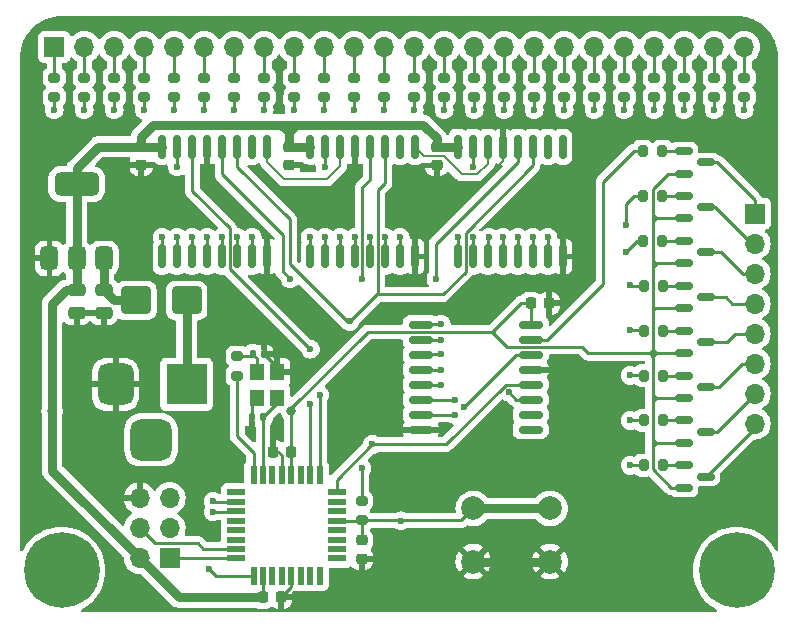
<source format=gbr>
%TF.GenerationSoftware,KiCad,Pcbnew,8.0.1*%
%TF.CreationDate,2024-04-26T21:38:42+06:30*%
%TF.ProjectId,Project,50726f6a-6563-4742-9e6b-696361645f70,1.0*%
%TF.SameCoordinates,PX60e4b00PY853a720*%
%TF.FileFunction,Copper,L1,Top*%
%TF.FilePolarity,Positive*%
%FSLAX46Y46*%
G04 Gerber Fmt 4.6, Leading zero omitted, Abs format (unit mm)*
G04 Created by KiCad (PCBNEW 8.0.1) date 2024-04-26 21:38:42*
%MOMM*%
%LPD*%
G01*
G04 APERTURE LIST*
G04 Aperture macros list*
%AMRoundRect*
0 Rectangle with rounded corners*
0 $1 Rounding radius*
0 $2 $3 $4 $5 $6 $7 $8 $9 X,Y pos of 4 corners*
0 Add a 4 corners polygon primitive as box body*
4,1,4,$2,$3,$4,$5,$6,$7,$8,$9,$2,$3,0*
0 Add four circle primitives for the rounded corners*
1,1,$1+$1,$2,$3*
1,1,$1+$1,$4,$5*
1,1,$1+$1,$6,$7*
1,1,$1+$1,$8,$9*
0 Add four rect primitives between the rounded corners*
20,1,$1+$1,$2,$3,$4,$5,0*
20,1,$1+$1,$4,$5,$6,$7,0*
20,1,$1+$1,$6,$7,$8,$9,0*
20,1,$1+$1,$8,$9,$2,$3,0*%
G04 Aperture macros list end*
%TA.AperFunction,ComponentPad*%
%ADD10C,0.800000*%
%TD*%
%TA.AperFunction,ComponentPad*%
%ADD11C,6.400000*%
%TD*%
%TA.AperFunction,SMDPad,CuDef*%
%ADD12RoundRect,0.150000X-0.587500X-0.150000X0.587500X-0.150000X0.587500X0.150000X-0.587500X0.150000X0*%
%TD*%
%TA.AperFunction,SMDPad,CuDef*%
%ADD13R,1.200000X1.400000*%
%TD*%
%TA.AperFunction,SMDPad,CuDef*%
%ADD14RoundRect,0.200000X0.275000X-0.200000X0.275000X0.200000X-0.275000X0.200000X-0.275000X-0.200000X0*%
%TD*%
%TA.AperFunction,SMDPad,CuDef*%
%ADD15RoundRect,0.225000X-0.250000X0.225000X-0.250000X-0.225000X0.250000X-0.225000X0.250000X0.225000X0*%
%TD*%
%TA.AperFunction,SMDPad,CuDef*%
%ADD16RoundRect,0.200000X-0.200000X-0.275000X0.200000X-0.275000X0.200000X0.275000X-0.200000X0.275000X0*%
%TD*%
%TA.AperFunction,SMDPad,CuDef*%
%ADD17RoundRect,0.250000X-1.000000X-0.900000X1.000000X-0.900000X1.000000X0.900000X-1.000000X0.900000X0*%
%TD*%
%TA.AperFunction,ComponentPad*%
%ADD18R,1.700000X1.700000*%
%TD*%
%TA.AperFunction,ComponentPad*%
%ADD19O,1.700000X1.700000*%
%TD*%
%TA.AperFunction,SMDPad,CuDef*%
%ADD20RoundRect,0.200000X-0.275000X0.200000X-0.275000X-0.200000X0.275000X-0.200000X0.275000X0.200000X0*%
%TD*%
%TA.AperFunction,SMDPad,CuDef*%
%ADD21RoundRect,0.140000X0.140000X0.170000X-0.140000X0.170000X-0.140000X-0.170000X0.140000X-0.170000X0*%
%TD*%
%TA.AperFunction,ComponentPad*%
%ADD22C,2.000000*%
%TD*%
%TA.AperFunction,SMDPad,CuDef*%
%ADD23RoundRect,0.225000X0.225000X0.250000X-0.225000X0.250000X-0.225000X-0.250000X0.225000X-0.250000X0*%
%TD*%
%TA.AperFunction,SMDPad,CuDef*%
%ADD24RoundRect,0.150000X0.150000X-0.875000X0.150000X0.875000X-0.150000X0.875000X-0.150000X-0.875000X0*%
%TD*%
%TA.AperFunction,SMDPad,CuDef*%
%ADD25RoundRect,0.250000X-0.475000X0.250000X-0.475000X-0.250000X0.475000X-0.250000X0.475000X0.250000X0*%
%TD*%
%TA.AperFunction,SMDPad,CuDef*%
%ADD26R,0.550000X1.600000*%
%TD*%
%TA.AperFunction,SMDPad,CuDef*%
%ADD27R,1.600000X0.550000*%
%TD*%
%TA.AperFunction,SMDPad,CuDef*%
%ADD28RoundRect,0.375000X0.375000X-0.625000X0.375000X0.625000X-0.375000X0.625000X-0.375000X-0.625000X0*%
%TD*%
%TA.AperFunction,SMDPad,CuDef*%
%ADD29RoundRect,0.500000X1.400000X-0.500000X1.400000X0.500000X-1.400000X0.500000X-1.400000X-0.500000X0*%
%TD*%
%TA.AperFunction,SMDPad,CuDef*%
%ADD30RoundRect,0.225000X-0.225000X-0.250000X0.225000X-0.250000X0.225000X0.250000X-0.225000X0.250000X0*%
%TD*%
%TA.AperFunction,SMDPad,CuDef*%
%ADD31RoundRect,0.140000X-0.140000X-0.170000X0.140000X-0.170000X0.140000X0.170000X-0.140000X0.170000X0*%
%TD*%
%TA.AperFunction,ComponentPad*%
%ADD32R,3.500000X3.500000*%
%TD*%
%TA.AperFunction,ComponentPad*%
%ADD33RoundRect,0.750000X-0.750000X-1.000000X0.750000X-1.000000X0.750000X1.000000X-0.750000X1.000000X0*%
%TD*%
%TA.AperFunction,ComponentPad*%
%ADD34RoundRect,0.875000X-0.875000X-0.875000X0.875000X-0.875000X0.875000X0.875000X-0.875000X0.875000X0*%
%TD*%
%TA.AperFunction,SMDPad,CuDef*%
%ADD35RoundRect,0.150000X-0.875000X-0.150000X0.875000X-0.150000X0.875000X0.150000X-0.875000X0.150000X0*%
%TD*%
%TA.AperFunction,ViaPad*%
%ADD36C,0.800000*%
%TD*%
%TA.AperFunction,ViaPad*%
%ADD37C,0.600000*%
%TD*%
%TA.AperFunction,Conductor*%
%ADD38C,0.254000*%
%TD*%
%TA.AperFunction,Conductor*%
%ADD39C,0.762000*%
%TD*%
%TA.AperFunction,Conductor*%
%ADD40C,0.200000*%
%TD*%
G04 APERTURE END LIST*
D10*
%TO.P,H1,1,1*%
%TO.N,unconnected-(H1-Pad1)_2*%
X1410000Y3810000D03*
%TO.N,unconnected-(H1-Pad1)_6*%
X2112944Y5507056D03*
%TO.N,unconnected-(H1-Pad1)_0*%
X2112944Y2112944D03*
%TO.N,unconnected-(H1-Pad1)_3*%
X3810000Y6210000D03*
D11*
%TO.N,unconnected-(H1-Pad1)_4*%
X3810000Y3810000D03*
D10*
%TO.N,unconnected-(H1-Pad1)_5*%
X3810000Y1410000D03*
%TO.N,unconnected-(H1-Pad1)_7*%
X5507056Y5507056D03*
%TO.N,unconnected-(H1-Pad1)*%
X5507056Y2112944D03*
%TO.N,unconnected-(H1-Pad1)_1*%
X6210000Y3810000D03*
%TD*%
D12*
%TO.P,Q3,1,B*%
%TO.N,Net-(Q3-B)*%
X56466500Y31707644D03*
%TO.P,Q3,2,E*%
%TO.N,+5V*%
X56466500Y29807644D03*
%TO.P,Q3,3,C*%
%TO.N,Net-(J3-Pin_3)*%
X58341500Y30757644D03*
%TD*%
D13*
%TO.P,Y1,1,1*%
%TO.N,XTAL1*%
X22070800Y18389600D03*
%TO.P,Y1,2,2*%
%TO.N,GND*%
X22070800Y20589600D03*
%TO.P,Y1,3,3*%
%TO.N,Net-(C6-Pad1)*%
X20370800Y20589600D03*
%TO.P,Y1,4,4*%
%TO.N,GND*%
X20370800Y18389600D03*
%TD*%
D14*
%TO.P,R4,1*%
%TO.N,Net-(U3-QD)*%
X10795000Y43879000D03*
%TO.P,R4,2*%
%TO.N,D04*%
X10795000Y45529000D03*
%TD*%
%TO.P,R3,1*%
%TO.N,Net-(U3-QC)*%
X8255000Y43879000D03*
%TO.P,R3,2*%
%TO.N,D03*%
X8255000Y45529000D03*
%TD*%
%TO.P,R13,1*%
%TO.N,Net-(U4-QE)*%
X33655000Y43879000D03*
%TO.P,R13,2*%
%TO.N,D13*%
X33655000Y45529000D03*
%TD*%
%TO.P,R10,1*%
%TO.N,Net-(U4-QB)*%
X26035000Y43879000D03*
%TO.P,R10,2*%
%TO.N,D10*%
X26035000Y45529000D03*
%TD*%
D15*
%TO.P,C8,1*%
%TO.N,+5V*%
X23050500Y39687800D03*
%TO.P,C8,2*%
%TO.N,GND*%
X23050500Y38137800D03*
%TD*%
D14*
%TO.P,R12,1*%
%TO.N,Net-(U4-QD)*%
X31115000Y43879000D03*
%TO.P,R12,2*%
%TO.N,D12*%
X31115000Y45529000D03*
%TD*%
%TO.P,R5,1*%
%TO.N,Net-(U3-QE)*%
X13335000Y43879000D03*
%TO.P,R5,2*%
%TO.N,D05*%
X13335000Y45529000D03*
%TD*%
%TO.P,R33,1*%
%TO.N,XTAL2*%
X18680800Y20290200D03*
%TO.P,R33,2*%
%TO.N,Net-(C6-Pad1)*%
X18680800Y21940200D03*
%TD*%
%TO.P,R24,1*%
%TO.N,Net-(U5-QH)*%
X61595000Y43879000D03*
%TO.P,R24,2*%
%TO.N,D24*%
X61595000Y45529000D03*
%TD*%
D16*
%TO.P,R31,1*%
%TO.N,Net-(U2-QG)*%
X53093000Y16509932D03*
%TO.P,R31,2*%
%TO.N,Net-(Q7-B)*%
X54743000Y16509932D03*
%TD*%
D14*
%TO.P,R19,1*%
%TO.N,Net-(U5-QC)*%
X48895000Y43879000D03*
%TO.P,R19,2*%
%TO.N,D19*%
X48895000Y45529000D03*
%TD*%
D16*
%TO.P,R32,1*%
%TO.N,Net-(U2-QH)*%
X53093000Y12710500D03*
%TO.P,R32,2*%
%TO.N,Net-(Q8-B)*%
X54743000Y12710500D03*
%TD*%
D15*
%TO.P,C10,1*%
%TO.N,NRST*%
X29210000Y6350000D03*
%TO.P,C10,2*%
%TO.N,GND*%
X29210000Y4800000D03*
%TD*%
D16*
%TO.P,R25,1*%
%TO.N,Net-(U2-QA)*%
X53023000Y39306500D03*
%TO.P,R25,2*%
%TO.N,Net-(Q1-B)*%
X54673000Y39306500D03*
%TD*%
D17*
%TO.P,D1,1,K*%
%TO.N,Net-(D1-K)*%
X10092800Y26670000D03*
%TO.P,D1,2,A*%
%TO.N,/Columns and DC Jack/Vin*%
X14392800Y26670000D03*
%TD*%
D18*
%TO.P,J3,1,Pin_1*%
%TO.N,Net-(J3-Pin_1)*%
X62484000Y34021000D03*
D19*
%TO.P,J3,2,Pin_2*%
%TO.N,Net-(J3-Pin_2)*%
X62484000Y31481000D03*
%TO.P,J3,3,Pin_3*%
%TO.N,Net-(J3-Pin_3)*%
X62484000Y28941000D03*
%TO.P,J3,4,Pin_4*%
%TO.N,Net-(J3-Pin_4)*%
X62484000Y26401000D03*
%TO.P,J3,5,Pin_5*%
%TO.N,Net-(J3-Pin_5)*%
X62484000Y23861000D03*
%TO.P,J3,6,Pin_6*%
%TO.N,Net-(J3-Pin_6)*%
X62484000Y21321000D03*
%TO.P,J3,7,Pin_7*%
%TO.N,Net-(J3-Pin_7)*%
X62484000Y18781000D03*
%TO.P,J3,8,Pin_8*%
%TO.N,Net-(J3-Pin_8)*%
X62484000Y16241000D03*
%TD*%
D18*
%TO.P,J2,1,Pin_1*%
%TO.N,D01*%
X3185000Y48134000D03*
D19*
%TO.P,J2,2,Pin_2*%
%TO.N,D02*%
X5725000Y48134000D03*
%TO.P,J2,3,Pin_3*%
%TO.N,D03*%
X8265000Y48134000D03*
%TO.P,J2,4,Pin_4*%
%TO.N,D04*%
X10805000Y48134000D03*
%TO.P,J2,5,Pin_5*%
%TO.N,D05*%
X13345000Y48134000D03*
%TO.P,J2,6,Pin_6*%
%TO.N,D06*%
X15885000Y48134000D03*
%TO.P,J2,7,Pin_7*%
%TO.N,D07*%
X18425000Y48134000D03*
%TO.P,J2,8,Pin_8*%
%TO.N,D08*%
X20965000Y48134000D03*
%TO.P,J2,9,Pin_9*%
%TO.N,D09*%
X23505000Y48134000D03*
%TO.P,J2,10,Pin_10*%
%TO.N,D10*%
X26045000Y48134000D03*
%TO.P,J2,11,Pin_11*%
%TO.N,D11*%
X28585000Y48134000D03*
%TO.P,J2,12,Pin_12*%
%TO.N,D12*%
X31125000Y48134000D03*
%TO.P,J2,13,Pin_13*%
%TO.N,D13*%
X33665000Y48134000D03*
%TO.P,J2,14,Pin_14*%
%TO.N,D14*%
X36205000Y48134000D03*
%TO.P,J2,15,Pin_15*%
%TO.N,D15*%
X38745000Y48134000D03*
%TO.P,J2,16,Pin_16*%
%TO.N,D16*%
X41285000Y48134000D03*
%TO.P,J2,17,Pin_17*%
%TO.N,D17*%
X43825000Y48134000D03*
%TO.P,J2,18,Pin_18*%
%TO.N,D18*%
X46365000Y48134000D03*
%TO.P,J2,19,Pin_19*%
%TO.N,D19*%
X48905000Y48134000D03*
%TO.P,J2,20,Pin_20*%
%TO.N,D20*%
X51445000Y48134000D03*
%TO.P,J2,21,Pin_21*%
%TO.N,D21*%
X53985000Y48134000D03*
%TO.P,J2,22,Pin_22*%
%TO.N,D22*%
X56525000Y48134000D03*
%TO.P,J2,23,Pin_23*%
%TO.N,D23*%
X59065000Y48134000D03*
%TO.P,J2,24,Pin_24*%
%TO.N,D24*%
X61605000Y48134000D03*
%TD*%
D16*
%TO.P,R26,1*%
%TO.N,Net-(U2-QB)*%
X53023000Y35507072D03*
%TO.P,R26,2*%
%TO.N,Net-(Q2-B)*%
X54673000Y35507072D03*
%TD*%
D12*
%TO.P,Q4,1,B*%
%TO.N,Net-(Q4-B)*%
X56466500Y27908216D03*
%TO.P,Q4,2,E*%
%TO.N,+5V*%
X56466500Y26008216D03*
%TO.P,Q4,3,C*%
%TO.N,Net-(J3-Pin_4)*%
X58341500Y26958216D03*
%TD*%
%TO.P,Q1,1,B*%
%TO.N,Net-(Q1-B)*%
X56466500Y39306500D03*
%TO.P,Q1,2,E*%
%TO.N,+5V*%
X56466500Y37406500D03*
%TO.P,Q1,3,C*%
%TO.N,Net-(J3-Pin_1)*%
X58341500Y38356500D03*
%TD*%
D20*
%TO.P,R34,1*%
%TO.N,+5V*%
X29210000Y9689000D03*
%TO.P,R34,2*%
%TO.N,NRST*%
X29210000Y8039000D03*
%TD*%
D14*
%TO.P,R16,1*%
%TO.N,Net-(U4-QH)*%
X41275000Y43879000D03*
%TO.P,R16,2*%
%TO.N,D16*%
X41275000Y45529000D03*
%TD*%
D21*
%TO.P,C5,1*%
%TO.N,XTAL1*%
X20888000Y16797200D03*
%TO.P,C5,2*%
%TO.N,GND*%
X19928000Y16797200D03*
%TD*%
D12*
%TO.P,Q6,1,B*%
%TO.N,Net-(Q6-B)*%
X56466500Y20309360D03*
%TO.P,Q6,2,E*%
%TO.N,+5V*%
X56466500Y18409360D03*
%TO.P,Q6,3,C*%
%TO.N,Net-(J3-Pin_6)*%
X58341500Y19359360D03*
%TD*%
D14*
%TO.P,R7,1*%
%TO.N,Net-(U3-QG)*%
X18415000Y43879000D03*
%TO.P,R7,2*%
%TO.N,D07*%
X18415000Y45529000D03*
%TD*%
%TO.P,R11,1*%
%TO.N,Net-(U4-QC)*%
X28575000Y43879000D03*
%TO.P,R11,2*%
%TO.N,D11*%
X28575000Y45529000D03*
%TD*%
%TO.P,R18,1*%
%TO.N,Net-(U5-QB)*%
X46355000Y43879000D03*
%TO.P,R18,2*%
%TO.N,D18*%
X46355000Y45529000D03*
%TD*%
%TO.P,R6,1*%
%TO.N,Net-(U3-QF)*%
X15875000Y43879000D03*
%TO.P,R6,2*%
%TO.N,D06*%
X15875000Y45529000D03*
%TD*%
%TO.P,R1,1*%
%TO.N,Net-(U3-QA)*%
X3175000Y43879000D03*
%TO.P,R1,2*%
%TO.N,D01*%
X3175000Y45529000D03*
%TD*%
D22*
%TO.P,SW1,1*%
%TO.N,NRST*%
X38660000Y9057200D03*
X45160000Y9057200D03*
%TO.P,SW1,2*%
%TO.N,GND*%
X38660000Y4557200D03*
X45160000Y4557200D03*
%TD*%
D14*
%TO.P,R8,1*%
%TO.N,Net-(U3-QH)*%
X20955000Y43879000D03*
%TO.P,R8,2*%
%TO.N,D08*%
X20955000Y45529000D03*
%TD*%
%TO.P,R21,1*%
%TO.N,Net-(U5-QE)*%
X53975000Y43879000D03*
%TO.P,R21,2*%
%TO.N,D21*%
X53975000Y45529000D03*
%TD*%
D12*
%TO.P,Q8,1,B*%
%TO.N,Net-(Q8-B)*%
X56466500Y12710500D03*
%TO.P,Q8,2,E*%
%TO.N,+5V*%
X56466500Y10810500D03*
%TO.P,Q8,3,C*%
%TO.N,Net-(J3-Pin_8)*%
X58341500Y11760500D03*
%TD*%
D23*
%TO.P,C3,1*%
%TO.N,+5V*%
X23228600Y13868400D03*
%TO.P,C3,2*%
%TO.N,GND*%
X21678600Y13868400D03*
%TD*%
D14*
%TO.P,R17,1*%
%TO.N,Net-(U5-QA)*%
X43815000Y43879000D03*
%TO.P,R17,2*%
%TO.N,D17*%
X43815000Y45529000D03*
%TD*%
D16*
%TO.P,R28,1*%
%TO.N,Net-(U2-QD)*%
X53093000Y27908216D03*
%TO.P,R28,2*%
%TO.N,Net-(Q4-B)*%
X54743000Y27908216D03*
%TD*%
D14*
%TO.P,R23,1*%
%TO.N,Net-(U5-QG)*%
X59055000Y43879000D03*
%TO.P,R23,2*%
%TO.N,D23*%
X59055000Y45529000D03*
%TD*%
D12*
%TO.P,Q5,1,B*%
%TO.N,Net-(Q5-B)*%
X56466500Y24108788D03*
%TO.P,Q5,2,E*%
%TO.N,+5V*%
X56466500Y22208788D03*
%TO.P,Q5,3,C*%
%TO.N,Net-(J3-Pin_5)*%
X58341500Y23158788D03*
%TD*%
D15*
%TO.P,C9,1*%
%TO.N,+5V*%
X35560000Y39687800D03*
%TO.P,C9,2*%
%TO.N,GND*%
X35560000Y38137800D03*
%TD*%
D16*
%TO.P,R29,1*%
%TO.N,Net-(U2-QE)*%
X53093000Y24108788D03*
%TO.P,R29,2*%
%TO.N,Net-(Q5-B)*%
X54743000Y24108788D03*
%TD*%
%TO.P,R30,1*%
%TO.N,Net-(U2-QF)*%
X53093000Y20309360D03*
%TO.P,R30,2*%
%TO.N,Net-(Q6-B)*%
X54743000Y20309360D03*
%TD*%
D14*
%TO.P,R14,1*%
%TO.N,Net-(U4-QF)*%
X36195000Y43879000D03*
%TO.P,R14,2*%
%TO.N,D14*%
X36195000Y45529000D03*
%TD*%
%TO.P,R20,1*%
%TO.N,Net-(U5-QD)*%
X51435000Y43879000D03*
%TO.P,R20,2*%
%TO.N,D20*%
X51435000Y45529000D03*
%TD*%
%TO.P,R2,1*%
%TO.N,Net-(U3-QB)*%
X5715000Y43879000D03*
%TO.P,R2,2*%
%TO.N,D02*%
X5715000Y45529000D03*
%TD*%
D24*
%TO.P,U4,1,QB*%
%TO.N,Net-(U4-QB)*%
X24841200Y30387800D03*
%TO.P,U4,2,QC*%
%TO.N,Net-(U4-QC)*%
X26111200Y30387800D03*
%TO.P,U4,3,QD*%
%TO.N,Net-(U4-QD)*%
X27381200Y30387800D03*
%TO.P,U4,4,QE*%
%TO.N,Net-(U4-QE)*%
X28651200Y30387800D03*
%TO.P,U4,5,QF*%
%TO.N,Net-(U4-QF)*%
X29921200Y30387800D03*
%TO.P,U4,6,QG*%
%TO.N,Net-(U4-QG)*%
X31191200Y30387800D03*
%TO.P,U4,7,QH*%
%TO.N,Net-(U4-QH)*%
X32461200Y30387800D03*
%TO.P,U4,8,GND*%
%TO.N,GND*%
X33731200Y30387800D03*
%TO.P,U4,9,QH'*%
%TO.N,/QH'2*%
X33731200Y39687800D03*
%TO.P,U4,10,~{SRCLR}*%
%TO.N,unconnected-(U4-~{SRCLR}-Pad10)*%
X32461200Y39687800D03*
%TO.P,U4,11,SRCLK*%
%TO.N,/Col_Latch*%
X31191200Y39687800D03*
%TO.P,U4,12,RCLK*%
%TO.N,/RCLK*%
X29921200Y39687800D03*
%TO.P,U4,13,~{OE}*%
%TO.N,GND*%
X28651200Y39687800D03*
%TO.P,U4,14,SER*%
%TO.N,/QH'1*%
X27381200Y39687800D03*
%TO.P,U4,15,QA*%
%TO.N,Net-(U4-QA)*%
X26111200Y39687800D03*
%TO.P,U4,16,VCC*%
%TO.N,+5V*%
X24841200Y39687800D03*
%TD*%
D12*
%TO.P,Q2,1,B*%
%TO.N,Net-(Q2-B)*%
X56466500Y35507072D03*
%TO.P,Q2,2,E*%
%TO.N,+5V*%
X56466500Y33607072D03*
%TO.P,Q2,3,C*%
%TO.N,Net-(J3-Pin_2)*%
X58341500Y34557072D03*
%TD*%
D25*
%TO.P,C1,1*%
%TO.N,Net-(D1-K)*%
X7366000Y27518400D03*
%TO.P,C1,2*%
%TO.N,GND*%
X7366000Y25618400D03*
%TD*%
%TO.P,C2,1*%
%TO.N,+5V*%
X5080000Y27518400D03*
%TO.P,C2,2*%
%TO.N,GND*%
X5080000Y25618400D03*
%TD*%
D14*
%TO.P,R22,1*%
%TO.N,Net-(U5-QF)*%
X56515000Y43879000D03*
%TO.P,R22,2*%
%TO.N,D22*%
X56515000Y45529000D03*
%TD*%
D26*
%TO.P,U1,1,PD3*%
%TO.N,/Col_Latch*%
X25660000Y11870000D03*
%TO.P,U1,2,PD4*%
%TO.N,/Col_Data*%
X24860000Y11870000D03*
%TO.P,U1,3,PE0*%
%TO.N,unconnected-(U1-PE0-Pad3)*%
X24060000Y11870000D03*
%TO.P,U1,4,VCC*%
%TO.N,+5V*%
X23260000Y11870000D03*
%TO.P,U1,5,GND*%
%TO.N,GND*%
X22460000Y11870000D03*
%TO.P,U1,6,PE1*%
%TO.N,unconnected-(U1-PE1-Pad6)*%
X21660000Y11870000D03*
%TO.P,U1,7,XTAL1/PB6*%
%TO.N,XTAL1*%
X20860000Y11870000D03*
%TO.P,U1,8,XTAL2/PB7*%
%TO.N,XTAL2*%
X20060000Y11870000D03*
D27*
%TO.P,U1,9,PD5*%
%TO.N,unconnected-(U1-PD5-Pad9)*%
X18610000Y10420000D03*
%TO.P,U1,10,PD6*%
%TO.N,/Row_Latch*%
X18610000Y9620000D03*
%TO.P,U1,11,PD7*%
%TO.N,/Row_Data*%
X18610000Y8820000D03*
%TO.P,U1,12,PB0*%
%TO.N,unconnected-(U1-PB0-Pad12)*%
X18610000Y8020000D03*
%TO.P,U1,13,PB1*%
%TO.N,unconnected-(U1-PB1-Pad13)*%
X18610000Y7220000D03*
%TO.P,U1,14,PB2*%
%TO.N,unconnected-(U1-PB2-Pad14)*%
X18610000Y6420000D03*
%TO.P,U1,15,PB3*%
%TO.N,MOSI0*%
X18610000Y5620000D03*
%TO.P,U1,16,PB4*%
%TO.N,MISO0*%
X18610000Y4820000D03*
D26*
%TO.P,U1,17,PB5*%
%TO.N,SCK0*%
X20060000Y3370000D03*
%TO.P,U1,18,AVCC*%
%TO.N,+5V*%
X20860000Y3370000D03*
%TO.P,U1,19,PE2*%
%TO.N,unconnected-(U1-PE2-Pad19)*%
X21660000Y3370000D03*
%TO.P,U1,20,AREF*%
%TO.N,unconnected-(U1-AREF-Pad20)*%
X22460000Y3370000D03*
%TO.P,U1,21,GND*%
%TO.N,GND*%
X23260000Y3370000D03*
%TO.P,U1,22,PE3*%
%TO.N,unconnected-(U1-PE3-Pad22)*%
X24060000Y3370000D03*
%TO.P,U1,23,PC0*%
%TO.N,unconnected-(U1-PC0-Pad23)*%
X24860000Y3370000D03*
%TO.P,U1,24,PC1*%
%TO.N,unconnected-(U1-PC1-Pad24)*%
X25660000Y3370000D03*
D27*
%TO.P,U1,25,PC2*%
%TO.N,unconnected-(U1-PC2-Pad25)*%
X27110000Y4820000D03*
%TO.P,U1,26,PC3*%
%TO.N,unconnected-(U1-PC3-Pad26)*%
X27110000Y5620000D03*
%TO.P,U1,27,PC4*%
%TO.N,unconnected-(U1-PC4-Pad27)*%
X27110000Y6420000D03*
%TO.P,U1,28,PC5*%
%TO.N,unconnected-(U1-PC5-Pad28)*%
X27110000Y7220000D03*
%TO.P,U1,29,~{RESET}/PC6*%
%TO.N,NRST*%
X27110000Y8020000D03*
%TO.P,U1,30,PD0*%
%TO.N,unconnected-(U1-PD0-Pad30)*%
X27110000Y8820000D03*
%TO.P,U1,31,PD1*%
%TO.N,unconnected-(U1-PD1-Pad31)*%
X27110000Y9620000D03*
%TO.P,U1,32,PD2*%
%TO.N,/RCLK*%
X27110000Y10420000D03*
%TD*%
D28*
%TO.P,U6,1,GND*%
%TO.N,GND*%
X2780000Y30225600D03*
%TO.P,U6,2,VO*%
%TO.N,+5V*%
X5080000Y30225600D03*
D29*
X5080000Y36525600D03*
D28*
%TO.P,U6,3,VI*%
%TO.N,Net-(D1-K)*%
X7380000Y30225600D03*
%TD*%
D14*
%TO.P,R9,1*%
%TO.N,Net-(U4-QA)*%
X23495000Y43879000D03*
%TO.P,R9,2*%
%TO.N,D09*%
X23495000Y45529000D03*
%TD*%
D30*
%TO.P,C4,1*%
%TO.N,+5V*%
X20828000Y1524000D03*
%TO.P,C4,2*%
%TO.N,GND*%
X22378000Y1524000D03*
%TD*%
D31*
%TO.P,C6,1*%
%TO.N,Net-(C6-Pad1)*%
X19978800Y22131200D03*
%TO.P,C6,2*%
%TO.N,GND*%
X20938800Y22131200D03*
%TD*%
D10*
%TO.P,H2,1,1*%
%TO.N,unconnected-(H2-Pad1)_1*%
X58560000Y3810000D03*
%TO.N,unconnected-(H2-Pad1)_4*%
X59262944Y5507056D03*
%TO.N,unconnected-(H2-Pad1)*%
X59262944Y2112944D03*
%TO.N,unconnected-(H2-Pad1)_7*%
X60960000Y6210000D03*
D11*
%TO.N,unconnected-(H2-Pad1)_3*%
X60960000Y3810000D03*
D10*
%TO.N,unconnected-(H2-Pad1)_6*%
X60960000Y1410000D03*
%TO.N,unconnected-(H2-Pad1)_2*%
X62657056Y5507056D03*
%TO.N,unconnected-(H2-Pad1)_0*%
X62657056Y2112944D03*
%TO.N,unconnected-(H2-Pad1)_5*%
X63360000Y3810000D03*
%TD*%
D18*
%TO.P,J4,1,MISO*%
%TO.N,MISO0*%
X12959000Y4841000D03*
D19*
%TO.P,J4,2,VCC*%
%TO.N,+5V*%
X10419000Y4841000D03*
%TO.P,J4,3,SCK*%
%TO.N,SCK0*%
X12959000Y7381000D03*
%TO.P,J4,4,MOSI*%
%TO.N,MOSI0*%
X10419000Y7381000D03*
%TO.P,J4,5,~{RST*%
%TO.N,NRST*%
X12959000Y9921000D03*
%TO.P,J4,6,GND*%
%TO.N,GND*%
X10419000Y9921000D03*
%TD*%
D24*
%TO.P,U3,1,QB*%
%TO.N,Net-(U3-QB)*%
X12319000Y30387800D03*
%TO.P,U3,2,QC*%
%TO.N,Net-(U3-QC)*%
X13589000Y30387800D03*
%TO.P,U3,3,QD*%
%TO.N,Net-(U3-QD)*%
X14859000Y30387800D03*
%TO.P,U3,4,QE*%
%TO.N,Net-(U3-QE)*%
X16129000Y30387800D03*
%TO.P,U3,5,QF*%
%TO.N,Net-(U3-QF)*%
X17399000Y30387800D03*
%TO.P,U3,6,QG*%
%TO.N,Net-(U3-QG)*%
X18669000Y30387800D03*
%TO.P,U3,7,QH*%
%TO.N,Net-(U3-QH)*%
X19939000Y30387800D03*
%TO.P,U3,8,GND*%
%TO.N,GND*%
X21209000Y30387800D03*
%TO.P,U3,9,QH'*%
%TO.N,/QH'1*%
X21209000Y39687800D03*
%TO.P,U3,10,~{SRCLR}*%
%TO.N,unconnected-(U3-~{SRCLR}-Pad10)*%
X19939000Y39687800D03*
%TO.P,U3,11,SRCLK*%
%TO.N,/Col_Latch*%
X18669000Y39687800D03*
%TO.P,U3,12,RCLK*%
%TO.N,/RCLK*%
X17399000Y39687800D03*
%TO.P,U3,13,~{OE}*%
%TO.N,GND*%
X16129000Y39687800D03*
%TO.P,U3,14,SER*%
%TO.N,/Col_Data*%
X14859000Y39687800D03*
%TO.P,U3,15,QA*%
%TO.N,Net-(U3-QA)*%
X13589000Y39687800D03*
%TO.P,U3,16,VCC*%
%TO.N,+5V*%
X12319000Y39687800D03*
%TD*%
D14*
%TO.P,R15,1*%
%TO.N,Net-(U4-QG)*%
X38735000Y43879000D03*
%TO.P,R15,2*%
%TO.N,D15*%
X38735000Y45529000D03*
%TD*%
D16*
%TO.P,R27,1*%
%TO.N,Net-(U2-QC)*%
X53023000Y31707644D03*
%TO.P,R27,2*%
%TO.N,Net-(Q3-B)*%
X54673000Y31707644D03*
%TD*%
D32*
%TO.P,J1,1*%
%TO.N,/Columns and DC Jack/Vin*%
X14382000Y19558000D03*
D33*
%TO.P,J1,2*%
%TO.N,GND*%
X8382000Y19558000D03*
D34*
%TO.P,J1,3*%
%TO.N,N/C*%
X11382000Y14858000D03*
%TD*%
D30*
%TO.P,C11,1*%
%TO.N,+5V*%
X43512000Y26416000D03*
%TO.P,C11,2*%
%TO.N,GND*%
X45062000Y26416000D03*
%TD*%
D24*
%TO.P,U5,1,QB*%
%TO.N,Net-(U5-QB)*%
X37363400Y30387800D03*
%TO.P,U5,2,QC*%
%TO.N,Net-(U5-QC)*%
X38633400Y30387800D03*
%TO.P,U5,3,QD*%
%TO.N,Net-(U5-QD)*%
X39903400Y30387800D03*
%TO.P,U5,4,QE*%
%TO.N,Net-(U5-QE)*%
X41173400Y30387800D03*
%TO.P,U5,5,QF*%
%TO.N,Net-(U5-QF)*%
X42443400Y30387800D03*
%TO.P,U5,6,QG*%
%TO.N,Net-(U5-QG)*%
X43713400Y30387800D03*
%TO.P,U5,7,QH*%
%TO.N,Net-(U5-QH)*%
X44983400Y30387800D03*
%TO.P,U5,8,GND*%
%TO.N,GND*%
X46253400Y30387800D03*
%TO.P,U5,9,QH'*%
%TO.N,unconnected-(U5-QH'-Pad9)*%
X46253400Y39687800D03*
%TO.P,U5,10,~{SRCLR}*%
%TO.N,unconnected-(U5-~{SRCLR}-Pad10)*%
X44983400Y39687800D03*
%TO.P,U5,11,SRCLK*%
%TO.N,/Col_Latch*%
X43713400Y39687800D03*
%TO.P,U5,12,RCLK*%
%TO.N,/RCLK*%
X42443400Y39687800D03*
%TO.P,U5,13,~{OE}*%
%TO.N,GND*%
X41173400Y39687800D03*
%TO.P,U5,14,SER*%
%TO.N,/QH'2*%
X39903400Y39687800D03*
%TO.P,U5,15,QA*%
%TO.N,Net-(U5-QA)*%
X38633400Y39687800D03*
%TO.P,U5,16,VCC*%
%TO.N,+5V*%
X37363400Y39687800D03*
%TD*%
D35*
%TO.P,U2,1,QB*%
%TO.N,Net-(U2-QB)*%
X34212000Y24625000D03*
%TO.P,U2,2,QC*%
%TO.N,Net-(U2-QC)*%
X34212000Y23355000D03*
%TO.P,U2,3,QD*%
%TO.N,Net-(U2-QD)*%
X34212000Y22085000D03*
%TO.P,U2,4,QE*%
%TO.N,Net-(U2-QE)*%
X34212000Y20815000D03*
%TO.P,U2,5,QF*%
%TO.N,Net-(U2-QF)*%
X34212000Y19545000D03*
%TO.P,U2,6,QG*%
%TO.N,Net-(U2-QG)*%
X34212000Y18275000D03*
%TO.P,U2,7,QH*%
%TO.N,Net-(U2-QH)*%
X34212000Y17005000D03*
%TO.P,U2,8,GND*%
%TO.N,GND*%
X34212000Y15735000D03*
%TO.P,U2,9,QH'*%
%TO.N,unconnected-(U2-QH'-Pad9)*%
X43512000Y15735000D03*
%TO.P,U2,10,~{SRCLR}*%
%TO.N,unconnected-(U2-~{SRCLR}-Pad10)*%
X43512000Y17005000D03*
%TO.P,U2,11,SRCLK*%
%TO.N,/Row_Latch*%
X43512000Y18275000D03*
%TO.P,U2,12,RCLK*%
%TO.N,/RCLK*%
X43512000Y19545000D03*
%TO.P,U2,13,~{OE}*%
%TO.N,GND*%
X43512000Y20815000D03*
%TO.P,U2,14,SER*%
%TO.N,/Row_Data*%
X43512000Y22085000D03*
%TO.P,U2,15,QA*%
%TO.N,Net-(U2-QA)*%
X43512000Y23355000D03*
%TO.P,U2,16,VCC*%
%TO.N,+5V*%
X43512000Y24625000D03*
%TD*%
D15*
%TO.P,C7,1*%
%TO.N,+5V*%
X10541000Y39687800D03*
%TO.P,C7,2*%
%TO.N,GND*%
X10541000Y38137800D03*
%TD*%
D12*
%TO.P,Q7,1,B*%
%TO.N,Net-(Q7-B)*%
X56466500Y16509932D03*
%TO.P,Q7,2,E*%
%TO.N,+5V*%
X56466500Y14609932D03*
%TO.P,Q7,3,C*%
%TO.N,Net-(J3-Pin_7)*%
X58341500Y15559932D03*
%TD*%
D36*
%TO.N,+5V*%
X2997200Y17272000D03*
X23260000Y17272000D03*
D37*
X29208857Y12446000D03*
%TO.N,Net-(U3-QA)*%
X13589000Y37973000D03*
X3175000Y42799000D03*
%TO.N,Net-(U3-QB)*%
X5715000Y42799000D03*
X12319000Y32004000D03*
%TO.N,Net-(U3-QC)*%
X13589000Y32004000D03*
X8255000Y42799000D03*
%TO.N,Net-(U3-QD)*%
X14859000Y32004000D03*
X10795000Y42799000D03*
%TO.N,Net-(U3-QE)*%
X13335000Y42799000D03*
X16129000Y32004000D03*
%TO.N,Net-(U3-QF)*%
X17399000Y32004000D03*
X15875000Y42799000D03*
%TO.N,Net-(U3-QG)*%
X18415000Y42799000D03*
X18669000Y32004000D03*
%TO.N,Net-(U3-QH)*%
X20955000Y42799000D03*
X19939000Y32004000D03*
%TO.N,Net-(U5-QA)*%
X38633400Y37973000D03*
X43815000Y42799000D03*
%TO.N,Net-(U5-QB)*%
X37363400Y32004000D03*
X46355000Y42799000D03*
%TO.N,Net-(U5-QC)*%
X38633400Y32004000D03*
X48895000Y42799000D03*
%TO.N,Net-(U5-QD)*%
X51435000Y42799000D03*
X40005000Y32004000D03*
%TO.N,Net-(U5-QE)*%
X41173400Y32004000D03*
X53975000Y42799000D03*
%TO.N,Net-(U5-QF)*%
X56515000Y42799000D03*
X42443400Y32004000D03*
%TO.N,Net-(U5-QG)*%
X59055000Y42799000D03*
X43713400Y32004000D03*
%TO.N,Net-(U5-QH)*%
X61595000Y42799000D03*
X44983400Y32004000D03*
%TO.N,Net-(U4-QA)*%
X23495000Y42799000D03*
X26111200Y37973000D03*
%TO.N,Net-(U4-QB)*%
X24841200Y32004000D03*
X26035000Y42799000D03*
%TO.N,Net-(U4-QC)*%
X28575000Y42799000D03*
X26111200Y32004000D03*
%TO.N,Net-(U4-QD)*%
X31115000Y42799000D03*
X27381200Y32004000D03*
%TO.N,Net-(U4-QE)*%
X33655000Y42799000D03*
X28651200Y32004000D03*
%TO.N,Net-(U4-QF)*%
X36195000Y42799000D03*
X29921200Y32004000D03*
%TO.N,Net-(U4-QG)*%
X31191200Y32004000D03*
X38735000Y42799000D03*
%TO.N,Net-(U4-QH)*%
X41275000Y42799000D03*
X32461200Y32004000D03*
%TO.N,NRST*%
X32512000Y8001000D03*
%TO.N,/Col_Latch*%
X25660000Y18663000D03*
X28200350Y24892000D03*
%TO.N,/Row_Data*%
X16637000Y8763000D03*
X37846000Y17636212D03*
%TO.N,/RCLK*%
X30124400Y14478000D03*
X29278200Y28506800D03*
X35509200Y28498800D03*
X23164800Y28498800D03*
%TO.N,/Col_Data*%
X24860000Y17907000D03*
X24860000Y22555200D03*
%TO.N,/Row_Latch*%
X41656000Y18915000D03*
X16638144Y9650856D03*
%TO.N,GND*%
X19913600Y15646400D03*
X10668000Y23114000D03*
X49530000Y7747000D03*
X44323000Y34798000D03*
X25146000Y35712400D03*
X53467000Y4064000D03*
X27736800Y17068800D03*
X2133600Y40640000D03*
X38455600Y36423600D03*
X61468000Y11379200D03*
X41910000Y6731000D03*
X34848800Y11226800D03*
X30988000Y21844000D03*
X30988000Y17907000D03*
X21209000Y32004000D03*
X22098000Y15951200D03*
X15748000Y15341600D03*
X35509200Y33426400D03*
X24892000Y37846000D03*
X8026400Y14986000D03*
X1143000Y28067000D03*
X61849000Y41529000D03*
X21209000Y28321000D03*
X34290000Y3810000D03*
X22352000Y44246800D03*
X32410400Y37592000D03*
%TO.N,Net-(U2-QB)*%
X35941000Y24638000D03*
X51562000Y33020000D03*
%TO.N,Net-(U2-QC)*%
X35941000Y23355000D03*
X51562000Y30734000D03*
%TO.N,Net-(U2-QD)*%
X51943000Y27940000D03*
X35941000Y22098000D03*
%TO.N,Net-(U2-QE)*%
X35941000Y20815000D03*
X51943000Y24130000D03*
%TO.N,Net-(U2-QF)*%
X51943000Y20320000D03*
X35941000Y19545000D03*
%TO.N,Net-(U2-QG)*%
X51943000Y16509932D03*
X37084000Y18275000D03*
%TO.N,Net-(U2-QH)*%
X51943000Y12710500D03*
X37084000Y17005000D03*
%TO.N,SCK0*%
X16256000Y3962400D03*
%TD*%
D38*
%TO.N,/Col_Latch*%
X30553000Y27206600D02*
X30553000Y36014000D01*
X30581600Y27178000D02*
X36068000Y27178000D01*
%TO.N,+5V*%
X53848000Y14732000D02*
X53848000Y14859000D01*
D39*
X23050500Y39687800D02*
X24841200Y39687800D01*
D38*
X40259000Y23998000D02*
X40452000Y24191000D01*
X54102000Y14609932D02*
X53970068Y14609932D01*
X55417168Y10810500D02*
X53848000Y12379668D01*
X53848000Y18161000D02*
X53848000Y18415000D01*
X53848000Y29972000D02*
X53848000Y29464000D01*
X29210000Y12444857D02*
X29210000Y9689000D01*
X29208857Y12446000D02*
X29210000Y12444857D01*
D39*
X6921800Y39687800D02*
X10541000Y39687800D01*
X2997200Y26365200D02*
X4150400Y27518400D01*
D38*
X40452000Y24191000D02*
X40452000Y23815000D01*
D39*
X23050500Y40894000D02*
X23685500Y41529000D01*
X20828000Y1524000D02*
X13736000Y1524000D01*
D38*
X53848000Y22208788D02*
X54102000Y22208788D01*
X40452000Y23815000D02*
X40447000Y23810000D01*
D39*
X5080000Y27518400D02*
X5080000Y37846000D01*
X2997200Y12262800D02*
X2997200Y17272000D01*
D38*
X54191644Y29807644D02*
X54012356Y29807644D01*
D39*
X4150400Y27518400D02*
X5080000Y27518400D01*
D38*
X53594000Y22208788D02*
X53848000Y22208788D01*
D39*
X2997200Y17272000D02*
X2997200Y26365200D01*
X35560000Y40386000D02*
X35560000Y39687800D01*
D38*
X54102000Y18409360D02*
X54096360Y18409360D01*
X54149928Y33607072D02*
X53848000Y33909000D01*
D39*
X13736000Y1524000D02*
X10419000Y4841000D01*
D38*
X53848000Y22352000D02*
X53848000Y22208788D01*
X23260000Y17545000D02*
X29713000Y23998000D01*
X54075216Y26008216D02*
X54001784Y26008216D01*
D39*
X21971000Y41529000D02*
X22987000Y41529000D01*
D38*
X53848000Y21971000D02*
X53831788Y21971000D01*
X53970068Y14609932D02*
X53848000Y14732000D01*
X54096360Y18409360D02*
X53848000Y18161000D01*
D39*
X23050500Y40894000D02*
X23050500Y39687800D01*
D38*
X56466500Y29807644D02*
X54191644Y29807644D01*
X54102000Y22208788D02*
X54102000Y22225000D01*
X53848000Y18415000D02*
X53848000Y18669000D01*
X41529000Y22728000D02*
X47888788Y22728000D01*
X54075216Y26008216D02*
X53848000Y25781000D01*
D39*
X22987000Y41529000D02*
X24003000Y41529000D01*
D38*
X53594000Y22208788D02*
X53594000Y22225000D01*
X53848000Y33909000D02*
X53848000Y33274000D01*
X54096360Y18409360D02*
X54096360Y18420640D01*
X53848000Y14859000D02*
X53848000Y18161000D01*
X53831788Y21971000D02*
X53594000Y22208788D01*
D39*
X23050500Y39687800D02*
X23050500Y41465500D01*
D38*
X54102000Y18409360D02*
X53853640Y18409360D01*
D39*
X24003000Y41529000D02*
X34417000Y41529000D01*
D38*
X54102000Y22208788D02*
X56466500Y22208788D01*
X20860000Y3370000D02*
X20860000Y1556000D01*
X23260000Y17272000D02*
X23260000Y17545000D01*
X56466500Y33607072D02*
X54149928Y33607072D01*
X53848000Y21971000D02*
X53864212Y21971000D01*
X53594000Y22225000D02*
X53848000Y22479000D01*
D39*
X10541000Y39687800D02*
X12319000Y39687800D01*
D38*
X53848000Y12379668D02*
X53848000Y14224000D01*
X23260000Y11870000D02*
X23260000Y13589000D01*
X56466500Y26008216D02*
X54075216Y26008216D01*
X54097068Y14609932D02*
X53848000Y14859000D01*
D39*
X22415500Y41529000D02*
X23050500Y40894000D01*
D38*
X47888788Y22728000D02*
X48408000Y22208788D01*
D39*
X10541000Y39687800D02*
X10541000Y40513000D01*
D38*
X56466500Y37406500D02*
X55150596Y37406500D01*
X54191644Y29807644D02*
X53848000Y29464000D01*
X40447000Y23810000D02*
X41529000Y22728000D01*
X56466500Y10810500D02*
X55417168Y10810500D01*
D39*
X35560000Y39687800D02*
X37363400Y39687800D01*
D38*
X42677000Y26416000D02*
X43421000Y26416000D01*
X53848000Y14224000D02*
X53848000Y14355932D01*
X56466500Y18409360D02*
X54102000Y18409360D01*
D39*
X10419000Y4841000D02*
X2997200Y12262800D01*
D38*
X43512000Y26416000D02*
X43512000Y24625000D01*
D39*
X10541000Y40513000D02*
X11557000Y41529000D01*
D38*
X53848000Y18669000D02*
X53848000Y21971000D01*
X53848000Y33305144D02*
X53848000Y33274000D01*
X54149928Y33607072D02*
X53848000Y33305144D01*
X53848000Y21971000D02*
X53848000Y22352000D01*
D39*
X21971000Y41529000D02*
X22415500Y41529000D01*
D38*
X53848000Y14355932D02*
X54102000Y14609932D01*
X53848000Y14224000D02*
X53848000Y14732000D01*
D39*
X5080000Y37846000D02*
X6921800Y39687800D01*
X34417000Y41529000D02*
X35560000Y40386000D01*
X23685500Y41529000D02*
X24003000Y41529000D01*
D38*
X29713000Y23998000D02*
X40259000Y23998000D01*
X53853640Y18409360D02*
X53848000Y18415000D01*
X53848000Y33274000D02*
X53848000Y29972000D01*
X54102000Y22225000D02*
X53848000Y22479000D01*
X55150596Y37406500D02*
X53848000Y36103904D01*
X53864212Y21971000D02*
X54102000Y22208788D01*
X54012356Y29807644D02*
X53848000Y29972000D01*
X53848000Y25781000D02*
X53848000Y22479000D01*
D39*
X23050500Y41465500D02*
X22987000Y41529000D01*
D38*
X40452000Y24191000D02*
X42677000Y26416000D01*
X53848000Y29464000D02*
X53848000Y26162000D01*
X56466500Y14609932D02*
X54102000Y14609932D01*
X40259000Y23998000D02*
X40447000Y23810000D01*
X23260000Y17272000D02*
X23260000Y14097000D01*
X53848000Y22479000D02*
X53848000Y22352000D01*
X54096360Y18420640D02*
X53848000Y18669000D01*
X54001784Y26008216D02*
X53848000Y26162000D01*
X53848000Y36103904D02*
X53848000Y33909000D01*
X48408000Y22208788D02*
X53594000Y22208788D01*
D39*
X11557000Y41529000D02*
X21971000Y41529000D01*
D38*
X54102000Y14609932D02*
X54097068Y14609932D01*
X53848000Y26162000D02*
X53848000Y25781000D01*
%TO.N,Net-(Q1-B)*%
X54673000Y39306500D02*
X56466500Y39306500D01*
%TO.N,Net-(Q2-B)*%
X54673000Y35507072D02*
X56466500Y35507072D01*
%TO.N,Net-(Q3-B)*%
X54673000Y31707644D02*
X56466500Y31707644D01*
%TO.N,Net-(Q4-B)*%
X54743000Y27908216D02*
X56466500Y27908216D01*
%TO.N,Net-(Q5-B)*%
X54743000Y24108788D02*
X56466500Y24108788D01*
%TO.N,Net-(Q6-B)*%
X54743000Y20309360D02*
X56466500Y20309360D01*
%TO.N,Net-(Q7-B)*%
X54743000Y16509932D02*
X56466500Y16509932D01*
%TO.N,Net-(Q8-B)*%
X54743000Y12710500D02*
X56466500Y12710500D01*
%TO.N,Net-(U3-QA)*%
X3175000Y43879000D02*
X3175000Y42799000D01*
X13589000Y39687800D02*
X13589000Y37973000D01*
%TO.N,Net-(U3-QB)*%
X12319000Y30387800D02*
X12319000Y32004000D01*
X5715000Y43879000D02*
X5715000Y42799000D01*
%TO.N,Net-(U3-QC)*%
X8255000Y43879000D02*
X8255000Y42799000D01*
X13589000Y30387800D02*
X13589000Y32004000D01*
%TO.N,Net-(U3-QD)*%
X10795000Y43879000D02*
X10795000Y42799000D01*
X14859000Y30387800D02*
X14859000Y32004000D01*
%TO.N,Net-(U3-QE)*%
X16129000Y30387800D02*
X16129000Y32004000D01*
X13335000Y43879000D02*
X13335000Y42799000D01*
%TO.N,Net-(U3-QF)*%
X15875000Y43879000D02*
X15875000Y42799000D01*
X17399000Y30387800D02*
X17399000Y32004000D01*
%TO.N,Net-(U3-QG)*%
X18669000Y30387800D02*
X18669000Y32004000D01*
X18415000Y43879000D02*
X18415000Y42799000D01*
%TO.N,Net-(U3-QH)*%
X19939000Y30387800D02*
X19939000Y32004000D01*
X20955000Y43879000D02*
X20955000Y42799000D01*
%TO.N,Net-(U5-QA)*%
X38633400Y39687800D02*
X38633400Y37998400D01*
X43815000Y43879000D02*
X43815000Y42799000D01*
X38633400Y37998400D02*
X38608000Y37973000D01*
%TO.N,Net-(U5-QB)*%
X46355000Y42799000D02*
X46355000Y43879000D01*
X37363400Y30387800D02*
X37363400Y31978600D01*
X37363400Y31978600D02*
X37338000Y32004000D01*
%TO.N,Net-(U5-QC)*%
X48895000Y42799000D02*
X48895000Y43879000D01*
X38633400Y31902400D02*
X38735000Y32004000D01*
X38633400Y30387800D02*
X38633400Y31902400D01*
%TO.N,Net-(U5-QD)*%
X39903400Y31902400D02*
X40005000Y32004000D01*
X39903400Y30387800D02*
X39903400Y31902400D01*
X51435000Y42799000D02*
X51435000Y43879000D01*
%TO.N,Net-(U5-QE)*%
X53975000Y42799000D02*
X53975000Y43879000D01*
X41173400Y31978600D02*
X41148000Y32004000D01*
X41173400Y30387800D02*
X41173400Y31978600D01*
%TO.N,Net-(U5-QF)*%
X42443400Y30387800D02*
X42443400Y31902400D01*
X42443400Y31902400D02*
X42545000Y32004000D01*
X56515000Y43879000D02*
X56515000Y42799000D01*
%TO.N,Net-(U5-QG)*%
X43713400Y30387800D02*
X43713400Y31902400D01*
X59055000Y42799000D02*
X59055000Y43879000D01*
X43713400Y31902400D02*
X43815000Y32004000D01*
%TO.N,Net-(U5-QH)*%
X44983400Y31902400D02*
X45085000Y32004000D01*
X61595000Y43879000D02*
X61595000Y42799000D01*
X44983400Y30387800D02*
X44983400Y31902400D01*
%TO.N,Net-(U4-QA)*%
X23495000Y42799000D02*
X23495000Y43879000D01*
X26111200Y39687800D02*
X26111200Y37973000D01*
%TO.N,Net-(U4-QB)*%
X26035000Y42799000D02*
X26035000Y43879000D01*
X24841200Y30387800D02*
X24841200Y32004000D01*
%TO.N,Net-(U4-QC)*%
X28575000Y43879000D02*
X28575000Y42799000D01*
X26111200Y30387800D02*
X26111200Y31927800D01*
X26111200Y31927800D02*
X26035000Y32004000D01*
%TO.N,Net-(U4-QD)*%
X31115000Y42799000D02*
X31115000Y43879000D01*
X27381200Y31927800D02*
X27305000Y32004000D01*
X27381200Y30387800D02*
X27381200Y31927800D01*
%TO.N,Net-(U4-QE)*%
X28651200Y30387800D02*
X28651200Y31953200D01*
X33655000Y42799000D02*
X33655000Y43879000D01*
%TO.N,Net-(U4-QF)*%
X36195000Y42799000D02*
X36195000Y43879000D01*
X29921200Y31826200D02*
X29921200Y30387800D01*
%TO.N,Net-(U4-QG)*%
X31191200Y31953200D02*
X31242000Y32004000D01*
X31191200Y30387800D02*
X31191200Y31953200D01*
X38735000Y42799000D02*
X38735000Y43879000D01*
%TO.N,Net-(U4-QH)*%
X41275000Y43879000D02*
X41275000Y42799000D01*
X32461200Y30387800D02*
X32461200Y31953200D01*
X32461200Y31953200D02*
X32512000Y32004000D01*
%TO.N,XTAL1*%
X20860000Y11870000D02*
X20860000Y16769200D01*
X20888000Y16797200D02*
X22070800Y17980000D01*
%TO.N,Net-(C6-Pad1)*%
X18680800Y21940200D02*
X19787800Y21940200D01*
X19787800Y21940200D02*
X19978800Y22131200D01*
X20370800Y20589600D02*
X20370800Y21739200D01*
X20370800Y21739200D02*
X19978800Y22131200D01*
%TO.N,NRST*%
X32474000Y8039000D02*
X32512000Y8001000D01*
X32550000Y8039000D02*
X37641800Y8039000D01*
X37641800Y8039000D02*
X38660000Y9057200D01*
X29210000Y6350000D02*
X29210000Y8039000D01*
X27110000Y8020000D02*
X29191000Y8020000D01*
X29210000Y8039000D02*
X32474000Y8039000D01*
X32512000Y8001000D02*
X32550000Y8039000D01*
D39*
X45160000Y9057200D02*
X38660000Y9057200D01*
%TO.N,/Columns and DC Jack/Vin*%
X14382000Y26608400D02*
X14382000Y19558000D01*
D38*
%TO.N,/Col_Latch*%
X31191200Y36652200D02*
X31191200Y39687800D01*
X30553000Y36014000D02*
X31191200Y36652200D01*
X28200350Y24892000D02*
X27940000Y24892000D01*
X30530800Y27178000D02*
X30581600Y27178000D01*
X38006400Y32418400D02*
X43713400Y38125400D01*
X23114000Y33528000D02*
X18669000Y37973000D01*
X23114000Y29718000D02*
X23114000Y33528000D01*
X18669000Y37973000D02*
X18669000Y39687800D01*
X43713400Y38125400D02*
X43713400Y39687800D01*
X28244800Y24892000D02*
X30530800Y27178000D01*
X36068000Y27178000D02*
X38006400Y29116400D01*
X28200350Y24892000D02*
X28244800Y24892000D01*
X27940000Y24892000D02*
X23114000Y29718000D01*
X38006400Y29116400D02*
X38006400Y32418400D01*
X30581600Y27178000D02*
X30553000Y27206600D01*
X25660000Y18663000D02*
X25660000Y11870000D01*
%TO.N,/Row_Data*%
X16637000Y8763000D02*
X18553000Y8763000D01*
X37846000Y17653000D02*
X42278000Y22085000D01*
X37846000Y17636212D02*
X37846000Y17653000D01*
X42278000Y22085000D02*
X43512000Y22085000D01*
%TO.N,/RCLK*%
X29921200Y36906200D02*
X29921200Y39687800D01*
X27110000Y11489000D02*
X27110000Y10420000D01*
X23164800Y28498800D02*
X22533000Y29130600D01*
X30124400Y14478000D02*
X30099000Y14478000D01*
X30099000Y14478000D02*
X27110000Y11489000D01*
X22533000Y32204000D02*
X17399000Y37338000D01*
X43512000Y19545000D02*
X41399288Y19545000D01*
X41399288Y19545000D02*
X36332288Y14478000D01*
X22533000Y29130600D02*
X22533000Y32204000D01*
X17399000Y37338000D02*
X17399000Y39687800D01*
X42443400Y38379400D02*
X42443400Y39687800D01*
X35509200Y31445200D02*
X42443400Y38379400D01*
X29278200Y36263200D02*
X29921200Y36906200D01*
X36332288Y14478000D02*
X30124400Y14478000D01*
X29278200Y28506800D02*
X29278200Y36263200D01*
X35509200Y28498800D02*
X35509200Y31445200D01*
%TO.N,/Col_Data*%
X14859000Y35941000D02*
X14859000Y39687800D01*
X24860000Y17907000D02*
X24860000Y11870000D01*
X24797864Y22555200D02*
X18042000Y29311064D01*
X18042000Y32758000D02*
X14859000Y35941000D01*
X18042000Y29311064D02*
X18042000Y32758000D01*
X24860000Y22555200D02*
X24797864Y22555200D01*
%TO.N,/Row_Latch*%
X16638144Y9650856D02*
X16669000Y9620000D01*
X41656000Y18915000D02*
X42296000Y18275000D01*
X42296000Y18275000D02*
X43512000Y18275000D01*
X16669000Y9620000D02*
X18610000Y9620000D01*
%TO.N,D01*%
X3175000Y45529000D02*
X3175000Y48124000D01*
%TO.N,D06*%
X15875000Y45529000D02*
X15875000Y48124000D01*
%TO.N,D12*%
X31115000Y45529000D02*
X31115000Y48124000D01*
%TO.N,D22*%
X56515000Y45529000D02*
X56515000Y48124000D01*
%TO.N,D24*%
X61595000Y45529000D02*
X61595000Y48124000D01*
%TO.N,D13*%
X33655000Y45529000D02*
X33655000Y48124000D01*
%TO.N,D10*%
X26035000Y45529000D02*
X26035000Y48124000D01*
%TO.N,D11*%
X28575000Y45529000D02*
X28575000Y48124000D01*
D40*
%TO.N,GND*%
X26187400Y35712400D02*
X25146000Y35712400D01*
D38*
X22451600Y13565600D02*
X22148800Y13868400D01*
D40*
X23050500Y38137800D02*
X24600200Y38137800D01*
D38*
X22451600Y13383520D02*
X22451600Y13565600D01*
X20938800Y22131200D02*
X22070800Y20999200D01*
X22460000Y13375120D02*
X22451600Y13383520D01*
X21209000Y28321000D02*
X21209000Y30387800D01*
X23260000Y2406000D02*
X23260000Y3370000D01*
D40*
X41173400Y39687800D02*
X41173400Y38506400D01*
X41173400Y38506400D02*
X39090600Y36423600D01*
X24600200Y38137800D02*
X24892000Y37846000D01*
D38*
X22460000Y11870000D02*
X22460000Y13375120D01*
X22148800Y13868400D02*
X21678600Y13868400D01*
X19928000Y16797200D02*
X19928000Y15660800D01*
X19928000Y15660800D02*
X19913600Y15646400D01*
D40*
X16129000Y39687800D02*
X16129000Y37084000D01*
X39090600Y36423600D02*
X38455600Y36423600D01*
D39*
X38660000Y4557200D02*
X45160000Y4557200D01*
D38*
X19928000Y16797200D02*
X19928000Y17946800D01*
D40*
X28651200Y39687800D02*
X28651200Y38176200D01*
X28651200Y38176200D02*
X26187400Y35712400D01*
D38*
X22378000Y1524000D02*
X23260000Y2406000D01*
D40*
X16129000Y37084000D02*
X21209000Y32004000D01*
D38*
%TO.N,D17*%
X43815000Y45529000D02*
X43815000Y48124000D01*
%TO.N,D08*%
X20955000Y45529000D02*
X20955000Y48124000D01*
%TO.N,D03*%
X8255000Y45529000D02*
X8255000Y48124000D01*
%TO.N,D23*%
X59055000Y45529000D02*
X59055000Y48124000D01*
%TO.N,D04*%
X10795000Y45529000D02*
X10795000Y48124000D01*
%TO.N,D02*%
X5715000Y45529000D02*
X5715000Y48124000D01*
%TO.N,D18*%
X46355000Y45529000D02*
X46355000Y48124000D01*
%TO.N,D09*%
X23495000Y45529000D02*
X23495000Y48124000D01*
%TO.N,D19*%
X48895000Y45529000D02*
X48895000Y48124000D01*
%TO.N,D16*%
X41275000Y45529000D02*
X41275000Y48124000D01*
%TO.N,D20*%
X51435000Y45529000D02*
X51435000Y48124000D01*
%TO.N,D05*%
X13335000Y45529000D02*
X13335000Y48124000D01*
%TO.N,D15*%
X38735000Y45529000D02*
X38735000Y48124000D01*
%TO.N,D14*%
X36195000Y45529000D02*
X36195000Y48124000D01*
%TO.N,D07*%
X18415000Y45529000D02*
X18415000Y48124000D01*
%TO.N,D21*%
X53975000Y45529000D02*
X53975000Y48124000D01*
%TO.N,Net-(U2-QA)*%
X49657000Y28067000D02*
X49657000Y36703000D01*
X52260500Y39306500D02*
X53023000Y39306500D01*
X43512000Y23355000D02*
X44945000Y23355000D01*
X44945000Y23355000D02*
X49657000Y28067000D01*
X49657000Y36703000D02*
X52260500Y39306500D01*
%TO.N,Net-(U2-QB)*%
X52271072Y35507072D02*
X53023000Y35507072D01*
X51562000Y33020000D02*
X51562000Y34798000D01*
X35941000Y24638000D02*
X34225000Y24638000D01*
X51562000Y34798000D02*
X52271072Y35507072D01*
%TO.N,Net-(U2-QC)*%
X52535644Y31707644D02*
X53023000Y31707644D01*
X35941000Y23355000D02*
X34212000Y23355000D01*
X51562000Y30734000D02*
X52535644Y31707644D01*
%TO.N,Net-(U2-QD)*%
X35941000Y22098000D02*
X34225000Y22098000D01*
X53093000Y27908216D02*
X51974784Y27908216D01*
X51974784Y27908216D02*
X51943000Y27940000D01*
%TO.N,Net-(U2-QE)*%
X51943000Y24130000D02*
X53071788Y24130000D01*
X35941000Y20815000D02*
X34212000Y20815000D01*
%TO.N,Net-(U2-QF)*%
X35941000Y19545000D02*
X34212000Y19545000D01*
X51943000Y20320000D02*
X53082360Y20320000D01*
%TO.N,Net-(U2-QG)*%
X37084000Y18275000D02*
X34212000Y18275000D01*
X51943000Y16509932D02*
X53093000Y16509932D01*
%TO.N,Net-(U2-QH)*%
X34212000Y17005000D02*
X37084000Y17005000D01*
X51943000Y12710500D02*
X53093000Y12710500D01*
D40*
%TO.N,/QH'1*%
X22606000Y36957000D02*
X26289000Y36957000D01*
X21209000Y38354000D02*
X22606000Y36957000D01*
X27381200Y38049200D02*
X27381200Y39687800D01*
X26289000Y36957000D02*
X27381200Y38049200D01*
X21209000Y39687800D02*
X21209000Y38354000D01*
D38*
%TO.N,Net-(J3-Pin_3)*%
X61483000Y28941000D02*
X62484000Y28941000D01*
X59666356Y30757644D02*
X61483000Y28941000D01*
X58341500Y30757644D02*
X59666356Y30757644D01*
%TO.N,Net-(J3-Pin_4)*%
X60036784Y26958216D02*
X60594000Y26401000D01*
X58341500Y26958216D02*
X60036784Y26958216D01*
X60594000Y26401000D02*
X62484000Y26401000D01*
%TO.N,Net-(J3-Pin_7)*%
X58341500Y15559932D02*
X59262932Y15559932D01*
X59262932Y15559932D02*
X62484000Y18781000D01*
%TO.N,Net-(J3-Pin_2)*%
X58341500Y34557072D02*
X59168928Y34557072D01*
X59168928Y34557072D02*
X62245000Y31481000D01*
%TO.N,Net-(J3-Pin_8)*%
X58341500Y11760500D02*
X62484000Y15903000D01*
%TO.N,Net-(J3-Pin_1)*%
X58341500Y38356500D02*
X59306500Y38356500D01*
X59306500Y38356500D02*
X62484000Y35179000D01*
X62484000Y35179000D02*
X62484000Y34021000D01*
%TO.N,Net-(J3-Pin_5)*%
X60818000Y23861000D02*
X62484000Y23861000D01*
X58341500Y23158788D02*
X60115788Y23158788D01*
X60115788Y23158788D02*
X60818000Y23861000D01*
%TO.N,Net-(J3-Pin_6)*%
X58341500Y19359360D02*
X59491360Y19359360D01*
X61453000Y21321000D02*
X62484000Y21321000D01*
X59491360Y19359360D02*
X61453000Y21321000D01*
D39*
%TO.N,Net-(D1-K)*%
X7366000Y27518400D02*
X7366000Y30211600D01*
X8214400Y26670000D02*
X7366000Y27518400D01*
X8214400Y26670000D02*
X10092800Y26670000D01*
D38*
%TO.N,SCK0*%
X20060000Y3370000D02*
X16848400Y3370000D01*
X16848400Y3370000D02*
X16256000Y3962400D01*
%TO.N,MOSI0*%
X15804000Y5620000D02*
X15328000Y6096000D01*
X15328000Y6096000D02*
X11704000Y6096000D01*
X11704000Y6096000D02*
X10419000Y7381000D01*
X18610000Y5620000D02*
X15804000Y5620000D01*
%TO.N,MISO0*%
X12980000Y4820000D02*
X18610000Y4820000D01*
%TO.N,XTAL2*%
X18680800Y15152000D02*
X20060000Y13772800D01*
X18680800Y20290200D02*
X18680800Y15152000D01*
X20060000Y13772800D02*
X20060000Y11870000D01*
D40*
%TO.N,/QH'2*%
X33731200Y39687800D02*
X34531200Y38887800D01*
X37719000Y37338000D02*
X38989000Y37338000D01*
X38989000Y37338000D02*
X39903400Y38252400D01*
X34531200Y38887800D02*
X36169200Y38887800D01*
X39903400Y38252400D02*
X39903400Y39687800D01*
X36169200Y38887800D02*
X37719000Y37338000D01*
%TD*%
%TA.AperFunction,Conductor*%
%TO.N,GND*%
G36*
X32629539Y23350815D02*
G01*
X32675294Y23298011D01*
X32686500Y23246500D01*
X32686500Y23139299D01*
X32689401Y23102433D01*
X32689402Y23102427D01*
X32735254Y22944607D01*
X32735255Y22944604D01*
X32735256Y22944602D01*
X32740517Y22935706D01*
X32818917Y22803138D01*
X32823702Y22796969D01*
X32821256Y22795073D01*
X32847857Y22746358D01*
X32842873Y22676666D01*
X32822069Y22644297D01*
X32823702Y22643031D01*
X32818917Y22636863D01*
X32735255Y22495397D01*
X32735254Y22495394D01*
X32689402Y22337574D01*
X32689401Y22337568D01*
X32686500Y22300702D01*
X32686500Y21869299D01*
X32689401Y21832433D01*
X32689402Y21832431D01*
X32735254Y21674607D01*
X32735255Y21674604D01*
X32735256Y21674602D01*
X32751493Y21647146D01*
X32818917Y21533138D01*
X32823702Y21526969D01*
X32821256Y21525073D01*
X32847857Y21476358D01*
X32842873Y21406666D01*
X32822069Y21374297D01*
X32823702Y21373031D01*
X32818917Y21366863D01*
X32735255Y21225397D01*
X32735254Y21225394D01*
X32689402Y21067574D01*
X32689401Y21067568D01*
X32686500Y21030702D01*
X32686500Y20599299D01*
X32689401Y20562433D01*
X32689402Y20562427D01*
X32735254Y20404607D01*
X32735255Y20404604D01*
X32818917Y20263138D01*
X32823702Y20256969D01*
X32821256Y20255073D01*
X32847857Y20206358D01*
X32842873Y20136666D01*
X32822069Y20104297D01*
X32823702Y20103031D01*
X32818917Y20096863D01*
X32735255Y19955397D01*
X32735254Y19955394D01*
X32689402Y19797574D01*
X32689401Y19797568D01*
X32686500Y19760702D01*
X32686500Y19329299D01*
X32689401Y19292433D01*
X32689402Y19292427D01*
X32735254Y19134607D01*
X32735255Y19134604D01*
X32818917Y18993138D01*
X32823702Y18986969D01*
X32821256Y18985073D01*
X32847857Y18936358D01*
X32842873Y18866666D01*
X32822069Y18834297D01*
X32823702Y18833031D01*
X32818917Y18826863D01*
X32735255Y18685397D01*
X32735254Y18685394D01*
X32689402Y18527574D01*
X32689401Y18527568D01*
X32686500Y18490702D01*
X32686500Y18059299D01*
X32689401Y18022433D01*
X32689402Y18022427D01*
X32735254Y17864607D01*
X32735255Y17864604D01*
X32818917Y17723138D01*
X32823702Y17716969D01*
X32821256Y17715073D01*
X32847857Y17666358D01*
X32842873Y17596666D01*
X32822069Y17564297D01*
X32823702Y17563031D01*
X32818917Y17556863D01*
X32735255Y17415397D01*
X32735254Y17415394D01*
X32689402Y17257574D01*
X32689401Y17257568D01*
X32686500Y17220702D01*
X32686500Y16789299D01*
X32689401Y16752433D01*
X32689402Y16752427D01*
X32735254Y16594607D01*
X32735255Y16594604D01*
X32818917Y16453138D01*
X32823702Y16446969D01*
X32821369Y16445160D01*
X32848210Y16396005D01*
X32843226Y16326313D01*
X32822470Y16293979D01*
X32824097Y16292717D01*
X32819313Y16286551D01*
X32735718Y16145199D01*
X32689899Y15987487D01*
X32689704Y15985002D01*
X32689705Y15985000D01*
X35734295Y15985000D01*
X35734295Y15985002D01*
X35734100Y15987487D01*
X35688281Y16145199D01*
X35661562Y16190379D01*
X35644379Y16258103D01*
X35666539Y16324366D01*
X35721005Y16368129D01*
X35768294Y16377500D01*
X36542328Y16377500D01*
X36608300Y16358494D01*
X36722296Y16286865D01*
X36734478Y16279211D01*
X36904745Y16219632D01*
X36911532Y16218083D01*
X36911090Y16216150D01*
X36966503Y16192872D01*
X37006064Y16135281D01*
X37008209Y16065444D01*
X36975896Y16009029D01*
X36108688Y15141819D01*
X36047365Y15108334D01*
X36021007Y15105500D01*
X35775982Y15105500D01*
X35708943Y15125185D01*
X35663188Y15177989D01*
X35653244Y15247147D01*
X35669250Y15292621D01*
X35688281Y15324802D01*
X35734100Y15482514D01*
X35734295Y15484999D01*
X35734295Y15485000D01*
X32689705Y15485000D01*
X32689704Y15484999D01*
X32689899Y15482514D01*
X32735718Y15324802D01*
X32754750Y15292621D01*
X32771933Y15224897D01*
X32749773Y15158635D01*
X32695307Y15114871D01*
X32648018Y15105500D01*
X30666072Y15105500D01*
X30600100Y15124506D01*
X30473923Y15203789D01*
X30303654Y15263369D01*
X30303649Y15263370D01*
X30124404Y15283565D01*
X30124396Y15283565D01*
X29945150Y15263370D01*
X29945145Y15263369D01*
X29774876Y15203789D01*
X29622137Y15107816D01*
X29494584Y14980263D01*
X29398610Y14827522D01*
X29339032Y14657256D01*
X29339032Y14657254D01*
X29337311Y14641984D01*
X29310240Y14577571D01*
X29301772Y14568193D01*
X27343877Y12610296D01*
X26709992Y11976411D01*
X26677319Y11943738D01*
X26647180Y11913599D01*
X26585856Y11880115D01*
X26516165Y11885100D01*
X26460231Y11926971D01*
X26435815Y11992436D01*
X26435499Y12001281D01*
X26435499Y12717871D01*
X26435498Y12717877D01*
X26435497Y12717884D01*
X26429091Y12777483D01*
X26422362Y12795524D01*
X26378797Y12912329D01*
X26378795Y12912332D01*
X26312233Y13001248D01*
X26287816Y13066712D01*
X26287500Y13075559D01*
X26287500Y18121329D01*
X26306507Y18187302D01*
X26310502Y18193659D01*
X26385789Y18313478D01*
X26445368Y18483745D01*
X26446318Y18492174D01*
X26465565Y18662997D01*
X26465565Y18663004D01*
X26445369Y18842250D01*
X26445368Y18842255D01*
X26392573Y18993135D01*
X26385789Y19012522D01*
X26383347Y19016408D01*
X26343035Y19080565D01*
X26289816Y19165262D01*
X26162262Y19292816D01*
X26138097Y19308000D01*
X26129930Y19313132D01*
X26083640Y19365468D01*
X26072993Y19434522D01*
X26101369Y19498369D01*
X26108210Y19505793D01*
X29936600Y23334181D01*
X29997923Y23367666D01*
X30024281Y23370500D01*
X32562500Y23370500D01*
X32629539Y23350815D01*
G37*
%TD.AperFunction*%
%TA.AperFunction,Conductor*%
G36*
X22318642Y17169416D02*
G01*
X22364397Y17116612D01*
X22371707Y17089829D01*
X22372976Y17090098D01*
X22374327Y17083740D01*
X22432818Y16903723D01*
X22432821Y16903716D01*
X22520167Y16752427D01*
X22527467Y16739784D01*
X22600651Y16658506D01*
X22630880Y16595516D01*
X22632500Y16575535D01*
X22632500Y14811120D01*
X22612815Y14744081D01*
X22573600Y14705583D01*
X22550557Y14691370D01*
X22540924Y14681737D01*
X22479600Y14648254D01*
X22409908Y14653241D01*
X22365565Y14681740D01*
X22356332Y14690973D01*
X22356328Y14690976D01*
X22212092Y14779943D01*
X22212081Y14779948D01*
X22051206Y14833256D01*
X21951922Y14843400D01*
X21928600Y14843400D01*
X21928600Y13742400D01*
X21908915Y13675361D01*
X21856111Y13629606D01*
X21804600Y13618400D01*
X21611500Y13618400D01*
X21544461Y13638085D01*
X21498706Y13690889D01*
X21487500Y13742400D01*
X21487500Y16129534D01*
X21507185Y16196573D01*
X21523821Y16217217D01*
X21538113Y16231509D01*
X21538117Y16231513D01*
X21620494Y16370805D01*
X21665643Y16526207D01*
X21668500Y16562510D01*
X21668500Y16638920D01*
X21688185Y16705959D01*
X21704815Y16726597D01*
X22131000Y17152783D01*
X22192323Y17186267D01*
X22218681Y17189101D01*
X22251603Y17189101D01*
X22318642Y17169416D01*
G37*
%TD.AperFunction*%
%TA.AperFunction,Conductor*%
G36*
X20050539Y17027515D02*
G01*
X20096294Y16974711D01*
X20107500Y16923200D01*
X20107500Y16562503D01*
X20110356Y16526209D01*
X20110357Y16526203D01*
X20155503Y16370811D01*
X20155505Y16370807D01*
X20155506Y16370805D01*
X20160732Y16361967D01*
X20178000Y16298848D01*
X20178000Y15992696D01*
X20182952Y15988977D01*
X20224744Y15932983D01*
X20232500Y15889816D01*
X20232500Y14787081D01*
X20212815Y14720042D01*
X20160011Y14674287D01*
X20090853Y14664343D01*
X20027297Y14693368D01*
X20020819Y14699400D01*
X19344619Y15375600D01*
X19311134Y15436923D01*
X19308300Y15463281D01*
X19308300Y15949954D01*
X19327985Y16016993D01*
X19380789Y16062748D01*
X19449947Y16072692D01*
X19495422Y16056686D01*
X19531806Y16035168D01*
X19678000Y15992696D01*
X19678000Y16923200D01*
X19697685Y16990239D01*
X19750489Y17035994D01*
X19802000Y17047200D01*
X19983500Y17047200D01*
X20050539Y17027515D01*
G37*
%TD.AperFunction*%
%TA.AperFunction,Conductor*%
G36*
X33139474Y38318696D02*
G01*
X33171895Y38297860D01*
X33173169Y38299502D01*
X33179332Y38294722D01*
X33179335Y38294719D01*
X33320802Y38211056D01*
X33357748Y38200322D01*
X33478626Y38165203D01*
X33478629Y38165203D01*
X33478631Y38165202D01*
X33515506Y38162300D01*
X33515514Y38162300D01*
X33946886Y38162300D01*
X33946894Y38162300D01*
X33983769Y38165202D01*
X33983771Y38165203D01*
X33983773Y38165203D01*
X34059496Y38187203D01*
X34141598Y38211056D01*
X34282286Y38294259D01*
X34350008Y38311441D01*
X34377490Y38307303D01*
X34452143Y38287299D01*
X34452146Y38287299D01*
X34617853Y38287299D01*
X34617869Y38287300D01*
X35686000Y38287300D01*
X35753039Y38267615D01*
X35798794Y38214811D01*
X35810000Y38163300D01*
X35810000Y37187801D01*
X35858308Y37187801D01*
X35858322Y37187802D01*
X35957607Y37197945D01*
X36118481Y37251253D01*
X36118492Y37251258D01*
X36262728Y37340225D01*
X36262732Y37340228D01*
X36382572Y37460068D01*
X36382575Y37460072D01*
X36439539Y37552423D01*
X36491487Y37599148D01*
X36560449Y37610369D01*
X36624531Y37582526D01*
X36632758Y37575007D01*
X37234139Y36973626D01*
X37234149Y36973615D01*
X37238479Y36969285D01*
X37238480Y36969284D01*
X37350284Y36857480D01*
X37350286Y36857479D01*
X37350287Y36857478D01*
X37355220Y36854630D01*
X37416444Y36819283D01*
X37487215Y36778423D01*
X37639943Y36737500D01*
X37798057Y36737500D01*
X38902331Y36737500D01*
X38902347Y36737499D01*
X38909943Y36737499D01*
X39068054Y36737499D01*
X39068057Y36737499D01*
X39220785Y36778423D01*
X39291556Y36819283D01*
X39357716Y36857480D01*
X39469520Y36969284D01*
X39469520Y36969286D01*
X39479724Y36979489D01*
X39479728Y36979494D01*
X40261906Y37761672D01*
X40261911Y37761676D01*
X40272114Y37771880D01*
X40272116Y37771880D01*
X40383920Y37883684D01*
X40456782Y38009885D01*
X40462977Y38020615D01*
X40503901Y38173343D01*
X40503901Y38173349D01*
X40505917Y38180872D01*
X40542282Y38240533D01*
X40605129Y38271062D01*
X40674504Y38262767D01*
X40688812Y38255511D01*
X40763199Y38211520D01*
X40763206Y38211517D01*
X40920904Y38165701D01*
X40920910Y38165700D01*
X40957750Y38162801D01*
X40957766Y38162800D01*
X41040018Y38162800D01*
X41107057Y38143115D01*
X41152812Y38090311D01*
X41162756Y38021153D01*
X41133731Y37957597D01*
X41127699Y37951119D01*
X38095465Y34918884D01*
X35109192Y31932611D01*
X35086678Y31910097D01*
X35021787Y31845207D01*
X34953120Y31742440D01*
X34953115Y31742430D01*
X34943562Y31719366D01*
X34905814Y31628236D01*
X34905812Y31628229D01*
X34882174Y31509391D01*
X34882174Y31509388D01*
X34881700Y31507003D01*
X34881700Y31507001D01*
X34881700Y29040472D01*
X34862694Y28974500D01*
X34783411Y28848324D01*
X34723831Y28678055D01*
X34723830Y28678050D01*
X34703635Y28498804D01*
X34703635Y28498797D01*
X34723830Y28319551D01*
X34723831Y28319546D01*
X34783411Y28149277D01*
X34833477Y28069598D01*
X34873944Y28005195D01*
X34880054Y27995472D01*
X34899054Y27928236D01*
X34878686Y27861400D01*
X34825419Y27816186D01*
X34775060Y27805500D01*
X31304500Y27805500D01*
X31237461Y27825185D01*
X31191706Y27877989D01*
X31180500Y27929500D01*
X31180500Y28738300D01*
X31200185Y28805339D01*
X31252989Y28851094D01*
X31304500Y28862300D01*
X31406886Y28862300D01*
X31406894Y28862300D01*
X31443769Y28865202D01*
X31443771Y28865203D01*
X31443773Y28865203D01*
X31507501Y28883718D01*
X31601598Y28911056D01*
X31743065Y28994719D01*
X31743070Y28994725D01*
X31749231Y28999502D01*
X31751133Y28997050D01*
X31799779Y29023645D01*
X31869474Y29018696D01*
X31901895Y28997860D01*
X31903169Y28999502D01*
X31909332Y28994722D01*
X31909335Y28994719D01*
X32050802Y28911056D01*
X32092424Y28898964D01*
X32208626Y28865203D01*
X32208629Y28865203D01*
X32208631Y28865202D01*
X32245506Y28862300D01*
X32245514Y28862300D01*
X32676886Y28862300D01*
X32676894Y28862300D01*
X32713769Y28865202D01*
X32713771Y28865203D01*
X32713773Y28865203D01*
X32777501Y28883718D01*
X32871598Y28911056D01*
X33013065Y28994719D01*
X33013070Y28994724D01*
X33019226Y28999499D01*
X33021039Y28997162D01*
X33070149Y29024002D01*
X33139843Y29019044D01*
X33172196Y28998249D01*
X33173478Y28999900D01*
X33179647Y28995115D01*
X33321001Y28911519D01*
X33478714Y28865700D01*
X33478711Y28865700D01*
X33481198Y28865505D01*
X33481200Y28865505D01*
X33481200Y30137800D01*
X33981200Y30137800D01*
X33981200Y28865505D01*
X33981201Y28865505D01*
X33983686Y28865700D01*
X34141398Y28911519D01*
X34282752Y28995115D01*
X34282761Y28995122D01*
X34398878Y29111239D01*
X34398885Y29111248D01*
X34482482Y29252604D01*
X34482483Y29252607D01*
X34528299Y29410305D01*
X34528300Y29410311D01*
X34531199Y29447151D01*
X34531200Y29447166D01*
X34531200Y30137800D01*
X33981200Y30137800D01*
X33481200Y30137800D01*
X33481200Y31910097D01*
X33981200Y31910097D01*
X33981200Y30637800D01*
X34531200Y30637800D01*
X34531200Y31328435D01*
X34531199Y31328450D01*
X34528300Y31365290D01*
X34528299Y31365296D01*
X34482483Y31522994D01*
X34482482Y31522997D01*
X34398885Y31664353D01*
X34398878Y31664362D01*
X34282761Y31780479D01*
X34282752Y31780486D01*
X34141396Y31864083D01*
X34141393Y31864084D01*
X33983694Y31909900D01*
X33983697Y31909900D01*
X33981200Y31910097D01*
X33481200Y31910097D01*
X33478707Y31909900D01*
X33425084Y31894321D01*
X33355214Y31894521D01*
X33296545Y31932464D01*
X33267702Y31996103D01*
X33267270Y31999515D01*
X33266764Y32004004D01*
X33246568Y32183255D01*
X33186989Y32353522D01*
X33173040Y32375721D01*
X33120468Y32459389D01*
X33091016Y32506262D01*
X32963462Y32633816D01*
X32929692Y32655035D01*
X32810723Y32729789D01*
X32640454Y32789369D01*
X32640449Y32789370D01*
X32461204Y32809565D01*
X32461196Y32809565D01*
X32281950Y32789370D01*
X32281945Y32789369D01*
X32111676Y32729789D01*
X31958937Y32633816D01*
X31913880Y32588759D01*
X31852557Y32555275D01*
X31782865Y32560260D01*
X31738520Y32588759D01*
X31693463Y32633815D01*
X31693462Y32633816D01*
X31540723Y32729789D01*
X31370452Y32789369D01*
X31290615Y32798365D01*
X31226202Y32825432D01*
X31186647Y32883027D01*
X31180500Y32921585D01*
X31180500Y35702719D01*
X31200185Y35769758D01*
X31216819Y35790400D01*
X31678609Y36252190D01*
X31678611Y36252192D01*
X31712554Y36302992D01*
X31747283Y36354967D01*
X31794585Y36469165D01*
X31811621Y36554807D01*
X31818700Y36590395D01*
X31818700Y37887800D01*
X34585001Y37887800D01*
X34585001Y37864478D01*
X34595144Y37765193D01*
X34648452Y37604319D01*
X34648457Y37604308D01*
X34737424Y37460072D01*
X34737427Y37460068D01*
X34857267Y37340228D01*
X34857271Y37340225D01*
X35001507Y37251258D01*
X35001518Y37251253D01*
X35162393Y37197945D01*
X35261683Y37187801D01*
X35309999Y37187802D01*
X35310000Y37187802D01*
X35310000Y37887800D01*
X34585001Y37887800D01*
X31818700Y37887800D01*
X31818700Y38130926D01*
X31838385Y38197965D01*
X31891189Y38243720D01*
X31960347Y38253664D01*
X32005819Y38237659D01*
X32050802Y38211056D01*
X32087748Y38200322D01*
X32208626Y38165203D01*
X32208629Y38165203D01*
X32208631Y38165202D01*
X32245506Y38162300D01*
X32245514Y38162300D01*
X32676886Y38162300D01*
X32676894Y38162300D01*
X32713769Y38165202D01*
X32713771Y38165203D01*
X32713773Y38165203D01*
X32789496Y38187203D01*
X32871598Y38211056D01*
X33013065Y38294719D01*
X33013070Y38294725D01*
X33019231Y38299502D01*
X33021133Y38297050D01*
X33069779Y38323645D01*
X33139474Y38318696D01*
G37*
%TD.AperFunction*%
%TA.AperFunction,Conductor*%
G36*
X28844239Y39918115D02*
G01*
X28889994Y39865311D01*
X28901200Y39813800D01*
X28901200Y38165505D01*
X28901201Y38165505D01*
X28903686Y38165700D01*
X29061399Y38211519D01*
X29106578Y38238238D01*
X29174301Y38255422D01*
X29240564Y38233263D01*
X29284328Y38178797D01*
X29293700Y38131507D01*
X29293700Y37217481D01*
X29274015Y37150442D01*
X29257381Y37129800D01*
X28878192Y36750611D01*
X28837827Y36710246D01*
X28790786Y36663206D01*
X28790785Y36663204D01*
X28721433Y36559411D01*
X28719786Y36554807D01*
X28684312Y36469165D01*
X28674814Y36446235D01*
X28656661Y36354967D01*
X28653885Y36341011D01*
X28653883Y36341006D01*
X28650700Y36325008D01*
X28650700Y32920323D01*
X28631015Y32853284D01*
X28578211Y32807529D01*
X28540584Y32797103D01*
X28471950Y32789370D01*
X28301678Y32729790D01*
X28148937Y32633816D01*
X28103880Y32588759D01*
X28042557Y32555275D01*
X27972865Y32560260D01*
X27928520Y32588759D01*
X27883463Y32633815D01*
X27883462Y32633816D01*
X27730723Y32729789D01*
X27560454Y32789369D01*
X27560449Y32789370D01*
X27381204Y32809565D01*
X27381196Y32809565D01*
X27201950Y32789370D01*
X27201945Y32789369D01*
X27031676Y32729789D01*
X26878937Y32633816D01*
X26833880Y32588759D01*
X26772557Y32555275D01*
X26702865Y32560260D01*
X26658520Y32588759D01*
X26613463Y32633815D01*
X26613462Y32633816D01*
X26460723Y32729789D01*
X26290454Y32789369D01*
X26290449Y32789370D01*
X26111204Y32809565D01*
X26111196Y32809565D01*
X25931950Y32789370D01*
X25931945Y32789369D01*
X25761676Y32729789D01*
X25608937Y32633816D01*
X25563880Y32588759D01*
X25502557Y32555275D01*
X25432865Y32560260D01*
X25388520Y32588759D01*
X25343463Y32633815D01*
X25343462Y32633816D01*
X25190723Y32729789D01*
X25020454Y32789369D01*
X25020449Y32789370D01*
X24841204Y32809565D01*
X24841196Y32809565D01*
X24661950Y32789370D01*
X24661945Y32789369D01*
X24491676Y32729789D01*
X24338937Y32633816D01*
X24211384Y32506263D01*
X24115411Y32353524D01*
X24055831Y32183255D01*
X24055830Y32183250D01*
X24035635Y32004004D01*
X24035635Y32003997D01*
X24055830Y31824751D01*
X24055832Y31824743D01*
X24115575Y31654007D01*
X24119136Y31584229D01*
X24105267Y31549935D01*
X24089454Y31523197D01*
X24043602Y31365374D01*
X24043601Y31365368D01*
X24040700Y31328502D01*
X24040700Y29978081D01*
X24021015Y29911042D01*
X23968211Y29865287D01*
X23899053Y29855343D01*
X23835497Y29884368D01*
X23829019Y29890400D01*
X23777819Y29941600D01*
X23744334Y30002923D01*
X23741500Y30029281D01*
X23741500Y33589806D01*
X23717386Y33711030D01*
X23717385Y33711031D01*
X23717385Y33711035D01*
X23692888Y33770176D01*
X23670086Y33825227D01*
X23670079Y33825240D01*
X23601412Y33928007D01*
X23558616Y33970803D01*
X23514008Y34015411D01*
X19573301Y37956118D01*
X19539816Y38017441D01*
X19544800Y38087133D01*
X19586672Y38143066D01*
X19652136Y38167483D01*
X19683267Y38165780D01*
X19686431Y38165202D01*
X19723306Y38162300D01*
X19723314Y38162300D01*
X20154686Y38162300D01*
X20154694Y38162300D01*
X20191569Y38165202D01*
X20191571Y38165203D01*
X20191573Y38165203D01*
X20267296Y38187203D01*
X20349398Y38211056D01*
X20447221Y38268909D01*
X20514944Y38286091D01*
X20581206Y38263931D01*
X20624970Y38209465D01*
X20630114Y38194276D01*
X20639769Y38158245D01*
X20649423Y38122215D01*
X20669677Y38087133D01*
X20672545Y38082167D01*
X20711043Y38015486D01*
X20728479Y37985286D01*
X20728480Y37985284D01*
X20847349Y37866415D01*
X20847355Y37866410D01*
X22121139Y36592626D01*
X22121149Y36592615D01*
X22125479Y36588285D01*
X22125480Y36588284D01*
X22237284Y36476480D01*
X22237286Y36476479D01*
X22237290Y36476476D01*
X22325498Y36425550D01*
X22374216Y36397423D01*
X22486019Y36367466D01*
X22526942Y36356500D01*
X22526943Y36356500D01*
X26202331Y36356500D01*
X26202347Y36356499D01*
X26209943Y36356499D01*
X26368054Y36356499D01*
X26368057Y36356499D01*
X26520785Y36397423D01*
X26574457Y36428411D01*
X26657716Y36476480D01*
X26769520Y36588284D01*
X26769520Y36588286D01*
X26779724Y36598489D01*
X26779728Y36598494D01*
X27739706Y37558472D01*
X27739711Y37558476D01*
X27749914Y37568680D01*
X27749916Y37568680D01*
X27861720Y37680484D01*
X27916874Y37776015D01*
X27940777Y37817415D01*
X27981700Y37970143D01*
X27981700Y38128257D01*
X27981700Y38147474D01*
X28001385Y38214513D01*
X28054189Y38260268D01*
X28123347Y38270212D01*
X28168821Y38254206D01*
X28241001Y38211519D01*
X28398714Y38165700D01*
X28398711Y38165700D01*
X28401198Y38165505D01*
X28401200Y38165505D01*
X28401200Y39813800D01*
X28420885Y39880839D01*
X28473689Y39926594D01*
X28525200Y39937800D01*
X28777200Y39937800D01*
X28844239Y39918115D01*
G37*
%TD.AperFunction*%
%TA.AperFunction,Conductor*%
G36*
X24154210Y38413997D02*
G01*
X24198557Y38385496D01*
X24289329Y38294724D01*
X24289333Y38294721D01*
X24289335Y38294719D01*
X24430802Y38211056D01*
X24467748Y38200322D01*
X24588626Y38165203D01*
X24588629Y38165203D01*
X24588631Y38165202D01*
X24625506Y38162300D01*
X24625514Y38162300D01*
X25056886Y38162300D01*
X25056894Y38162300D01*
X25093769Y38165202D01*
X25156550Y38183442D01*
X25226417Y38183243D01*
X25285087Y38145302D01*
X25313931Y38081664D01*
X25314364Y38050484D01*
X25305635Y37973006D01*
X25305635Y37972997D01*
X25325830Y37793751D01*
X25325832Y37793743D01*
X25350777Y37722454D01*
X25354338Y37652675D01*
X25319609Y37592048D01*
X25257615Y37559821D01*
X25233735Y37557500D01*
X24118253Y37557500D01*
X24051214Y37577185D01*
X24005459Y37629989D01*
X23995515Y37699147D01*
X24000547Y37720505D01*
X24015356Y37765195D01*
X24025499Y37864478D01*
X24025500Y37864491D01*
X24025500Y37887800D01*
X22924500Y37887800D01*
X22857461Y37907485D01*
X22811706Y37960289D01*
X22800500Y38011800D01*
X22800500Y38263800D01*
X22820185Y38330839D01*
X22872989Y38376594D01*
X22924500Y38387800D01*
X24027414Y38387800D01*
X24084518Y38418981D01*
X24154210Y38413997D01*
G37*
%TD.AperFunction*%
%TA.AperFunction,Conductor*%
G36*
X22319855Y47467454D02*
G01*
X22336575Y47448158D01*
X22466500Y47262605D01*
X22466505Y47262599D01*
X22633599Y47095505D01*
X22814623Y46968750D01*
X22858248Y46914174D01*
X22867500Y46867176D01*
X22867500Y46404394D01*
X22847815Y46337355D01*
X22807652Y46298278D01*
X22784813Y46284471D01*
X22784811Y46284470D01*
X22664530Y46164189D01*
X22576522Y46018607D01*
X22525913Y45856193D01*
X22519500Y45785614D01*
X22519500Y45272387D01*
X22525913Y45201808D01*
X22576522Y45039394D01*
X22664530Y44893812D01*
X22766661Y44791681D01*
X22800146Y44730358D01*
X22795162Y44660666D01*
X22766661Y44616319D01*
X22664531Y44514190D01*
X22664530Y44514189D01*
X22576522Y44368607D01*
X22525913Y44206193D01*
X22519500Y44135614D01*
X22519500Y43622387D01*
X22525913Y43551808D01*
X22576522Y43389394D01*
X22664530Y43243812D01*
X22664531Y43243811D01*
X22711681Y43196662D01*
X22745167Y43135339D01*
X22741043Y43068027D01*
X22709631Y42978255D01*
X22709631Y42978254D01*
X22689435Y42799004D01*
X22689435Y42798997D01*
X22709630Y42619751D01*
X22709633Y42619738D01*
X22725129Y42575455D01*
X22728691Y42505676D01*
X22693963Y42445049D01*
X22631970Y42412821D01*
X22608088Y42410500D01*
X21841912Y42410500D01*
X21774873Y42430185D01*
X21729118Y42482989D01*
X21719174Y42552147D01*
X21724871Y42575455D01*
X21740366Y42619738D01*
X21740369Y42619751D01*
X21760565Y42798997D01*
X21760565Y42799004D01*
X21740368Y42978254D01*
X21740368Y42978257D01*
X21708957Y43068024D01*
X21705395Y43137803D01*
X21738318Y43196661D01*
X21785469Y43243812D01*
X21785469Y43243813D01*
X21785472Y43243815D01*
X21873478Y43389394D01*
X21924086Y43551804D01*
X21930500Y43622384D01*
X21930500Y44135616D01*
X21924086Y44206196D01*
X21873478Y44368606D01*
X21785472Y44514185D01*
X21785470Y44514187D01*
X21785469Y44514189D01*
X21683339Y44616319D01*
X21649854Y44677642D01*
X21654838Y44747334D01*
X21683339Y44791681D01*
X21785468Y44893811D01*
X21785469Y44893812D01*
X21785472Y44893815D01*
X21873478Y45039394D01*
X21924086Y45201804D01*
X21930500Y45272384D01*
X21930500Y45785616D01*
X21924086Y45856196D01*
X21873478Y46018606D01*
X21785472Y46164185D01*
X21785470Y46164187D01*
X21785469Y46164189D01*
X21665188Y46284470D01*
X21665186Y46284471D01*
X21665185Y46284472D01*
X21642348Y46298278D01*
X21595162Y46349807D01*
X21582500Y46404394D01*
X21582500Y46853543D01*
X21602185Y46920582D01*
X21639134Y46955806D01*
X21638396Y46956860D01*
X21675484Y46982830D01*
X21836401Y47095505D01*
X22003495Y47262599D01*
X22133425Y47448158D01*
X22188002Y47491783D01*
X22257500Y47498977D01*
X22319855Y47467454D01*
G37*
%TD.AperFunction*%
%TA.AperFunction,Conductor*%
G36*
X60963032Y50753352D02*
G01*
X61297909Y50736900D01*
X61310018Y50735707D01*
X61638642Y50686960D01*
X61650576Y50684586D01*
X61811293Y50644329D01*
X61972858Y50603859D01*
X61984486Y50600331D01*
X62297290Y50488409D01*
X62308519Y50483758D01*
X62608877Y50341700D01*
X62619585Y50335976D01*
X62904544Y50165178D01*
X62914662Y50158418D01*
X63181514Y49960506D01*
X63190920Y49952786D01*
X63437084Y49729676D01*
X63445675Y49721085D01*
X63633678Y49513656D01*
X63668785Y49474921D01*
X63676505Y49465515D01*
X63874417Y49198663D01*
X63881177Y49188545D01*
X64050473Y48906091D01*
X64051968Y48903598D01*
X64057703Y48892870D01*
X64116278Y48769023D01*
X64199754Y48592527D01*
X64204410Y48581284D01*
X64316327Y48268497D01*
X64319860Y48256852D01*
X64400585Y47934577D01*
X64402959Y47922643D01*
X64451706Y47594019D01*
X64452899Y47581909D01*
X64469351Y47247034D01*
X64469500Y47240949D01*
X64469500Y5589768D01*
X64449815Y5522729D01*
X64397011Y5476974D01*
X64327853Y5467030D01*
X64264297Y5496055D01*
X64235015Y5533473D01*
X64176411Y5648489D01*
X64169125Y5662789D01*
X64163171Y5671957D01*
X63957877Y5988083D01*
X63713784Y6289512D01*
X63713781Y6289516D01*
X63439516Y6563781D01*
X63272058Y6699386D01*
X63138082Y6807878D01*
X62812793Y7019123D01*
X62467197Y7195213D01*
X62105094Y7334212D01*
X62105087Y7334214D01*
X61730433Y7434602D01*
X61730429Y7434603D01*
X61730428Y7434603D01*
X61347339Y7495278D01*
X60960001Y7515578D01*
X60959999Y7515578D01*
X60572660Y7495278D01*
X60189572Y7434603D01*
X60189570Y7434603D01*
X59814905Y7334212D01*
X59452802Y7195213D01*
X59107206Y7019123D01*
X58781917Y6807878D01*
X58480488Y6563785D01*
X58480480Y6563778D01*
X58206222Y6289520D01*
X58206215Y6289512D01*
X57962122Y5988083D01*
X57750877Y5662794D01*
X57574787Y5317198D01*
X57435788Y4955095D01*
X57335397Y4580430D01*
X57335397Y4580428D01*
X57274722Y4197340D01*
X57254422Y3810001D01*
X57254422Y3810000D01*
X57274722Y3422661D01*
X57335397Y3039573D01*
X57335397Y3039571D01*
X57435788Y2664906D01*
X57574787Y2302803D01*
X57750877Y1957207D01*
X57962122Y1631918D01*
X57962124Y1631916D01*
X58206219Y1330484D01*
X58480484Y1056219D01*
X58480488Y1056216D01*
X58781917Y812123D01*
X59107206Y600878D01*
X59107211Y600875D01*
X59209018Y549002D01*
X59236528Y534985D01*
X59287324Y487011D01*
X59304119Y419190D01*
X59281582Y353055D01*
X59226867Y309603D01*
X59180233Y300500D01*
X5589767Y300500D01*
X5522728Y320185D01*
X5476973Y372989D01*
X5467029Y442147D01*
X5496054Y505703D01*
X5533472Y534985D01*
X5662789Y600875D01*
X5988084Y812124D01*
X6289516Y1056219D01*
X6563781Y1330484D01*
X6807876Y1631916D01*
X7019125Y1957211D01*
X7195214Y2302806D01*
X7334214Y2664913D01*
X7434602Y3039567D01*
X7495278Y3422662D01*
X7515578Y3810000D01*
X7495278Y4197338D01*
X7434602Y4580433D01*
X7334214Y4955087D01*
X7195214Y5317194D01*
X7019125Y5662789D01*
X7013171Y5671957D01*
X6807877Y5988083D01*
X6563784Y6289512D01*
X6563781Y6289516D01*
X6289516Y6563781D01*
X6122058Y6699386D01*
X5988082Y6807878D01*
X5662793Y7019123D01*
X5317197Y7195213D01*
X4955094Y7334212D01*
X4955087Y7334214D01*
X4580433Y7434602D01*
X4580429Y7434603D01*
X4580428Y7434603D01*
X4197339Y7495278D01*
X3810001Y7515578D01*
X3809999Y7515578D01*
X3422660Y7495278D01*
X3039572Y7434603D01*
X3039570Y7434603D01*
X2664905Y7334212D01*
X2302802Y7195213D01*
X1957206Y7019123D01*
X1631917Y6807878D01*
X1330488Y6563785D01*
X1330480Y6563778D01*
X1056222Y6289520D01*
X1056215Y6289512D01*
X812122Y5988083D01*
X600877Y5662794D01*
X534985Y5533473D01*
X487010Y5482677D01*
X419189Y5465882D01*
X353054Y5488419D01*
X309603Y5543135D01*
X300500Y5589768D01*
X300500Y29975600D01*
X1530000Y29975600D01*
X1530000Y29524504D01*
X1532897Y29481776D01*
X1578831Y29297077D01*
X1663390Y29126578D01*
X1663392Y29126575D01*
X1782632Y28978234D01*
X1782633Y28978233D01*
X1930974Y28858993D01*
X1930977Y28858991D01*
X2101476Y28774432D01*
X2286175Y28728498D01*
X2328903Y28725600D01*
X2530000Y28725600D01*
X2530000Y29975600D01*
X1530000Y29975600D01*
X300500Y29975600D01*
X300500Y30475600D01*
X1530000Y30475600D01*
X2530000Y30475600D01*
X2530000Y31725600D01*
X2328903Y31725600D01*
X2286175Y31722703D01*
X2101476Y31676769D01*
X1930977Y31592210D01*
X1930974Y31592208D01*
X1782633Y31472968D01*
X1782632Y31472967D01*
X1663392Y31324626D01*
X1663390Y31324623D01*
X1578831Y31154124D01*
X1532897Y30969425D01*
X1530000Y30926697D01*
X1530000Y30475600D01*
X300500Y30475600D01*
X300500Y47236130D01*
X1834500Y47236130D01*
X1834501Y47236124D01*
X1840908Y47176517D01*
X1891202Y47041672D01*
X1891206Y47041665D01*
X1977452Y46926456D01*
X1977455Y46926453D01*
X2092664Y46840207D01*
X2092671Y46840203D01*
X2137618Y46823439D01*
X2227517Y46789909D01*
X2287127Y46783500D01*
X2423500Y46783501D01*
X2490539Y46763817D01*
X2536294Y46711013D01*
X2547500Y46659501D01*
X2547500Y46404394D01*
X2527815Y46337355D01*
X2487652Y46298278D01*
X2464813Y46284471D01*
X2464811Y46284470D01*
X2344530Y46164189D01*
X2256522Y46018607D01*
X2205913Y45856193D01*
X2199500Y45785614D01*
X2199500Y45272387D01*
X2205913Y45201808D01*
X2256522Y45039394D01*
X2344530Y44893812D01*
X2446661Y44791681D01*
X2480146Y44730358D01*
X2475162Y44660666D01*
X2446661Y44616319D01*
X2344531Y44514190D01*
X2344530Y44514189D01*
X2256522Y44368607D01*
X2205913Y44206193D01*
X2199500Y44135614D01*
X2199500Y43622387D01*
X2205913Y43551808D01*
X2256522Y43389394D01*
X2344530Y43243812D01*
X2344531Y43243811D01*
X2391681Y43196662D01*
X2425167Y43135339D01*
X2421043Y43068027D01*
X2389631Y42978255D01*
X2389631Y42978254D01*
X2369435Y42799004D01*
X2369435Y42798997D01*
X2389630Y42619751D01*
X2389631Y42619746D01*
X2449211Y42449477D01*
X2494987Y42376626D01*
X2545184Y42296738D01*
X2672738Y42169184D01*
X2825478Y42073211D01*
X2995745Y42013632D01*
X2995750Y42013631D01*
X3174996Y41993435D01*
X3175000Y41993435D01*
X3175004Y41993435D01*
X3354249Y42013631D01*
X3354252Y42013632D01*
X3354255Y42013632D01*
X3524522Y42073211D01*
X3677262Y42169184D01*
X3804816Y42296738D01*
X3900789Y42449478D01*
X3960368Y42619745D01*
X3980565Y42799000D01*
X3960368Y42978255D01*
X3960368Y42978257D01*
X3928957Y43068024D01*
X3925395Y43137803D01*
X3958318Y43196661D01*
X4005469Y43243812D01*
X4005469Y43243813D01*
X4005472Y43243815D01*
X4093478Y43389394D01*
X4144086Y43551804D01*
X4150500Y43622384D01*
X4150500Y44135616D01*
X4144086Y44206196D01*
X4093478Y44368606D01*
X4005472Y44514185D01*
X4005470Y44514187D01*
X4005469Y44514189D01*
X3903339Y44616319D01*
X3869854Y44677642D01*
X3874838Y44747334D01*
X3903339Y44791681D01*
X4005468Y44893811D01*
X4005469Y44893812D01*
X4005472Y44893815D01*
X4093478Y45039394D01*
X4144086Y45201804D01*
X4150500Y45272384D01*
X4150500Y45785616D01*
X4144086Y45856196D01*
X4093478Y46018606D01*
X4005472Y46164185D01*
X4005470Y46164187D01*
X4005469Y46164189D01*
X3885188Y46284470D01*
X3885186Y46284471D01*
X3885185Y46284472D01*
X3862348Y46298278D01*
X3815162Y46349807D01*
X3802500Y46404394D01*
X3802500Y46659501D01*
X3822185Y46726540D01*
X3874989Y46772295D01*
X3926500Y46783501D01*
X4082871Y46783501D01*
X4082872Y46783501D01*
X4142483Y46789909D01*
X4277331Y46840204D01*
X4392546Y46926454D01*
X4478796Y47041669D01*
X4527810Y47173084D01*
X4569681Y47229016D01*
X4635145Y47253434D01*
X4703418Y47238583D01*
X4731673Y47217431D01*
X4853599Y47095505D01*
X5034623Y46968750D01*
X5078248Y46914174D01*
X5087500Y46867176D01*
X5087500Y46404394D01*
X5067815Y46337355D01*
X5027652Y46298278D01*
X5004813Y46284471D01*
X5004811Y46284470D01*
X4884530Y46164189D01*
X4796522Y46018607D01*
X4745913Y45856193D01*
X4739500Y45785614D01*
X4739500Y45272387D01*
X4745913Y45201808D01*
X4796522Y45039394D01*
X4884530Y44893812D01*
X4986661Y44791681D01*
X5020146Y44730358D01*
X5015162Y44660666D01*
X4986661Y44616319D01*
X4884531Y44514190D01*
X4884530Y44514189D01*
X4796522Y44368607D01*
X4745913Y44206193D01*
X4739500Y44135614D01*
X4739500Y43622387D01*
X4745913Y43551808D01*
X4796522Y43389394D01*
X4884530Y43243812D01*
X4884531Y43243811D01*
X4931681Y43196662D01*
X4965167Y43135339D01*
X4961043Y43068027D01*
X4929631Y42978255D01*
X4929631Y42978254D01*
X4909435Y42799004D01*
X4909435Y42798997D01*
X4929630Y42619751D01*
X4929631Y42619746D01*
X4989211Y42449477D01*
X5034987Y42376626D01*
X5085184Y42296738D01*
X5212738Y42169184D01*
X5365478Y42073211D01*
X5535745Y42013632D01*
X5535750Y42013631D01*
X5714996Y41993435D01*
X5715000Y41993435D01*
X5715004Y41993435D01*
X5894249Y42013631D01*
X5894252Y42013632D01*
X5894255Y42013632D01*
X6064522Y42073211D01*
X6217262Y42169184D01*
X6344816Y42296738D01*
X6440789Y42449478D01*
X6500368Y42619745D01*
X6520565Y42799000D01*
X6500368Y42978255D01*
X6500368Y42978257D01*
X6468957Y43068024D01*
X6465395Y43137803D01*
X6498318Y43196661D01*
X6545469Y43243812D01*
X6545469Y43243813D01*
X6545472Y43243815D01*
X6633478Y43389394D01*
X6684086Y43551804D01*
X6690500Y43622384D01*
X6690500Y44135616D01*
X6684086Y44206196D01*
X6633478Y44368606D01*
X6545472Y44514185D01*
X6545470Y44514187D01*
X6545469Y44514189D01*
X6443339Y44616319D01*
X6409854Y44677642D01*
X6414838Y44747334D01*
X6443339Y44791681D01*
X6545468Y44893811D01*
X6545469Y44893812D01*
X6545472Y44893815D01*
X6633478Y45039394D01*
X6684086Y45201804D01*
X6690500Y45272384D01*
X6690500Y45785616D01*
X6684086Y45856196D01*
X6633478Y46018606D01*
X6545472Y46164185D01*
X6545470Y46164187D01*
X6545469Y46164189D01*
X6425188Y46284470D01*
X6425186Y46284471D01*
X6425185Y46284472D01*
X6402348Y46298278D01*
X6355162Y46349807D01*
X6342500Y46404394D01*
X6342500Y46853543D01*
X6362185Y46920582D01*
X6399134Y46955806D01*
X6398396Y46956860D01*
X6435484Y46982830D01*
X6596401Y47095505D01*
X6763495Y47262599D01*
X6893425Y47448158D01*
X6948002Y47491783D01*
X7017500Y47498977D01*
X7079855Y47467454D01*
X7096575Y47448158D01*
X7226500Y47262605D01*
X7226505Y47262599D01*
X7393599Y47095505D01*
X7574623Y46968750D01*
X7618248Y46914174D01*
X7627500Y46867176D01*
X7627500Y46404394D01*
X7607815Y46337355D01*
X7567652Y46298278D01*
X7544813Y46284471D01*
X7544811Y46284470D01*
X7424530Y46164189D01*
X7336522Y46018607D01*
X7285913Y45856193D01*
X7279500Y45785614D01*
X7279500Y45272387D01*
X7285913Y45201808D01*
X7336522Y45039394D01*
X7424530Y44893812D01*
X7526661Y44791681D01*
X7560146Y44730358D01*
X7555162Y44660666D01*
X7526661Y44616319D01*
X7424531Y44514190D01*
X7424530Y44514189D01*
X7336522Y44368607D01*
X7285913Y44206193D01*
X7279500Y44135614D01*
X7279500Y43622387D01*
X7285913Y43551808D01*
X7336522Y43389394D01*
X7424530Y43243812D01*
X7424531Y43243811D01*
X7471681Y43196662D01*
X7505167Y43135339D01*
X7501043Y43068027D01*
X7469631Y42978255D01*
X7469631Y42978254D01*
X7449435Y42799004D01*
X7449435Y42798997D01*
X7469630Y42619751D01*
X7469631Y42619746D01*
X7529211Y42449477D01*
X7574987Y42376626D01*
X7625184Y42296738D01*
X7752738Y42169184D01*
X7905478Y42073211D01*
X8075745Y42013632D01*
X8075750Y42013631D01*
X8254996Y41993435D01*
X8255000Y41993435D01*
X8255004Y41993435D01*
X8434249Y42013631D01*
X8434252Y42013632D01*
X8434255Y42013632D01*
X8604522Y42073211D01*
X8757262Y42169184D01*
X8884816Y42296738D01*
X8980789Y42449478D01*
X9040368Y42619745D01*
X9060565Y42799000D01*
X9040368Y42978255D01*
X9040368Y42978257D01*
X9008957Y43068024D01*
X9005395Y43137803D01*
X9038318Y43196661D01*
X9085469Y43243812D01*
X9085469Y43243813D01*
X9085472Y43243815D01*
X9173478Y43389394D01*
X9224086Y43551804D01*
X9230500Y43622384D01*
X9230500Y44135616D01*
X9224086Y44206196D01*
X9173478Y44368606D01*
X9085472Y44514185D01*
X9085470Y44514187D01*
X9085469Y44514189D01*
X8983339Y44616319D01*
X8949854Y44677642D01*
X8954838Y44747334D01*
X8983339Y44791681D01*
X9085468Y44893811D01*
X9085469Y44893812D01*
X9085472Y44893815D01*
X9173478Y45039394D01*
X9224086Y45201804D01*
X9230500Y45272384D01*
X9230500Y45785616D01*
X9224086Y45856196D01*
X9173478Y46018606D01*
X9085472Y46164185D01*
X9085470Y46164187D01*
X9085469Y46164189D01*
X8965188Y46284470D01*
X8965186Y46284471D01*
X8965185Y46284472D01*
X8942348Y46298278D01*
X8895162Y46349807D01*
X8882500Y46404394D01*
X8882500Y46853543D01*
X8902185Y46920582D01*
X8939134Y46955806D01*
X8938396Y46956860D01*
X8975484Y46982830D01*
X9136401Y47095505D01*
X9303495Y47262599D01*
X9433425Y47448158D01*
X9488002Y47491783D01*
X9557500Y47498977D01*
X9619855Y47467454D01*
X9636575Y47448158D01*
X9766500Y47262605D01*
X9766505Y47262599D01*
X9933599Y47095505D01*
X10114623Y46968750D01*
X10158248Y46914174D01*
X10167500Y46867176D01*
X10167500Y46404394D01*
X10147815Y46337355D01*
X10107652Y46298278D01*
X10084813Y46284471D01*
X10084811Y46284470D01*
X9964530Y46164189D01*
X9876522Y46018607D01*
X9825913Y45856193D01*
X9819500Y45785614D01*
X9819500Y45272387D01*
X9825913Y45201808D01*
X9876522Y45039394D01*
X9964530Y44893812D01*
X10066661Y44791681D01*
X10100146Y44730358D01*
X10095162Y44660666D01*
X10066661Y44616319D01*
X9964531Y44514190D01*
X9964530Y44514189D01*
X9876522Y44368607D01*
X9825913Y44206193D01*
X9819500Y44135614D01*
X9819500Y43622387D01*
X9825913Y43551808D01*
X9876522Y43389394D01*
X9964530Y43243812D01*
X9964531Y43243811D01*
X10011681Y43196662D01*
X10045167Y43135339D01*
X10041043Y43068027D01*
X10009631Y42978255D01*
X10009631Y42978254D01*
X9989435Y42799004D01*
X9989435Y42798997D01*
X10009630Y42619751D01*
X10009631Y42619746D01*
X10069211Y42449477D01*
X10114987Y42376626D01*
X10165184Y42296738D01*
X10292738Y42169184D01*
X10445478Y42073211D01*
X10562264Y42032346D01*
X10619040Y41991624D01*
X10644788Y41926672D01*
X10631332Y41858110D01*
X10608991Y41827623D01*
X9856298Y41074930D01*
X9856292Y41074923D01*
X9784233Y40967077D01*
X9784232Y40967075D01*
X9759829Y40930556D01*
X9759821Y40930541D01*
X9693377Y40770129D01*
X9693374Y40770119D01*
X9673282Y40669108D01*
X9640897Y40607197D01*
X9580181Y40572623D01*
X9551665Y40569300D01*
X6834975Y40569300D01*
X6664684Y40535428D01*
X6664675Y40535425D01*
X6570702Y40496501D01*
X6570703Y40496500D01*
X6504254Y40468976D01*
X6504250Y40468974D01*
X6359881Y40372510D01*
X6359873Y40372504D01*
X4395296Y38407928D01*
X4395295Y38407927D01*
X4298824Y38263546D01*
X4232178Y38102647D01*
X4188337Y38048244D01*
X4122043Y38026179D01*
X4117617Y38026100D01*
X3621971Y38026100D01*
X3621965Y38026100D01*
X3621964Y38026099D01*
X3610316Y38025064D01*
X3502584Y38015487D01*
X3306954Y37959511D01*
X3274132Y37942366D01*
X3126593Y37865298D01*
X3126591Y37865297D01*
X3126590Y37865296D01*
X2968890Y37736710D01*
X2840304Y37579010D01*
X2840302Y37579007D01*
X2829068Y37557500D01*
X2746089Y37398646D01*
X2711053Y37276197D01*
X2694253Y37217481D01*
X2690114Y37203017D01*
X2690113Y37203014D01*
X2679500Y37083634D01*
X2679500Y35967572D01*
X2679501Y35967566D01*
X2690113Y35848185D01*
X2746089Y35652555D01*
X2746090Y35652552D01*
X2746091Y35652551D01*
X2840302Y35472193D01*
X2862006Y35445575D01*
X2968890Y35314491D01*
X3037400Y35258629D01*
X3126593Y35185902D01*
X3306951Y35091691D01*
X3502582Y35035714D01*
X3621963Y35025100D01*
X4074500Y35025101D01*
X4141539Y35005417D01*
X4187294Y34952613D01*
X4198500Y34901101D01*
X4198500Y31626164D01*
X4178815Y31559125D01*
X4152189Y31529519D01*
X4091834Y31481003D01*
X4082278Y31473322D01*
X4026326Y31403715D01*
X3968982Y31363797D01*
X3899160Y31361217D01*
X3839027Y31396796D01*
X3833031Y31403716D01*
X3777364Y31472970D01*
X3629025Y31592208D01*
X3629022Y31592210D01*
X3458523Y31676769D01*
X3273824Y31722703D01*
X3231097Y31725600D01*
X3030000Y31725600D01*
X3030000Y28725600D01*
X3231097Y28725600D01*
X3273824Y28728498D01*
X3458523Y28774432D01*
X3629022Y28858991D01*
X3629025Y28858993D01*
X3777366Y28978233D01*
X3777367Y28978234D01*
X3833033Y29047485D01*
X3890376Y29087404D01*
X3960198Y29089984D01*
X4020331Y29054406D01*
X4026305Y29047511D01*
X4082278Y28977878D01*
X4152188Y28921683D01*
X4192106Y28864341D01*
X4198500Y28825037D01*
X4198500Y28523900D01*
X4178815Y28456861D01*
X4126011Y28411106D01*
X4074500Y28399900D01*
X4063577Y28399900D01*
X3893281Y28366026D01*
X3893271Y28366023D01*
X3732856Y28299578D01*
X3588473Y28203105D01*
X2312495Y26927127D01*
X2216022Y26782744D01*
X2149577Y26622329D01*
X2149574Y26622317D01*
X2117136Y26459239D01*
X2117135Y26459232D01*
X2115700Y26452020D01*
X2115700Y17492743D01*
X2111605Y17466882D01*
X2112876Y17466611D01*
X2111526Y17460261D01*
X2096145Y17313909D01*
X2091740Y17272000D01*
X2110886Y17089829D01*
X2111527Y17083739D01*
X2112878Y17077383D01*
X2111596Y17077111D01*
X2115700Y17051259D01*
X2115700Y12349621D01*
X2115700Y12175979D01*
X2115700Y12175977D01*
X2115699Y12175977D01*
X2149574Y12005682D01*
X2149577Y12005672D01*
X2216022Y11845257D01*
X2312495Y11700874D01*
X2312496Y11700873D01*
X9031225Y4982146D01*
X9064710Y4920823D01*
X9067072Y4883660D01*
X9063341Y4841005D01*
X9063341Y4841000D01*
X9083936Y4605597D01*
X9083938Y4605587D01*
X9145094Y4377345D01*
X9145096Y4377341D01*
X9145097Y4377337D01*
X9219457Y4217872D01*
X9244965Y4163170D01*
X9244967Y4163166D01*
X9353281Y4008479D01*
X9380505Y3969599D01*
X9547599Y3802505D01*
X9644384Y3734735D01*
X9741165Y3666968D01*
X9741167Y3666967D01*
X9741170Y3666965D01*
X9955337Y3567097D01*
X10183592Y3505937D01*
X10419000Y3485341D01*
X10461655Y3489074D01*
X10530152Y3475309D01*
X10560143Y3453227D01*
X13174072Y839298D01*
X13174076Y839295D01*
X13318446Y742829D01*
X13318459Y742822D01*
X13478871Y676378D01*
X13478876Y676376D01*
X13478880Y676376D01*
X13478881Y676375D01*
X13649176Y642500D01*
X13649179Y642500D01*
X13649180Y642500D01*
X20209683Y642500D01*
X20274779Y624039D01*
X20283550Y618630D01*
X20294303Y611997D01*
X20455292Y558651D01*
X20554655Y548500D01*
X21101344Y548501D01*
X21101352Y548502D01*
X21101355Y548502D01*
X21155760Y554060D01*
X21200708Y558651D01*
X21361697Y611997D01*
X21506044Y701032D01*
X21515668Y710657D01*
X21576987Y744144D01*
X21646679Y739165D01*
X21691034Y710661D01*
X21700267Y701428D01*
X21700271Y701425D01*
X21844507Y612458D01*
X21844518Y612453D01*
X22005393Y559145D01*
X22104683Y549001D01*
X22128000Y549002D01*
X22128000Y1274000D01*
X22628000Y1274000D01*
X22628000Y549001D01*
X22651308Y549001D01*
X22651322Y549002D01*
X22750607Y559145D01*
X22911481Y612453D01*
X22911492Y612458D01*
X23055728Y701425D01*
X23055732Y701428D01*
X23175572Y821268D01*
X23175575Y821272D01*
X23264542Y965508D01*
X23264547Y965519D01*
X23317855Y1126394D01*
X23327999Y1225678D01*
X23328000Y1225691D01*
X23328000Y1274000D01*
X22628000Y1274000D01*
X22128000Y1274000D01*
X22128000Y1650000D01*
X22147685Y1717039D01*
X22200489Y1762794D01*
X22252000Y1774000D01*
X23327999Y1774000D01*
X23327999Y1822308D01*
X23327998Y1822323D01*
X23317168Y1928340D01*
X23318824Y1928510D01*
X23323403Y1989713D01*
X23365457Y2045509D01*
X23431001Y2069712D01*
X23439443Y2070000D01*
X23582828Y2070000D01*
X23582839Y2070001D01*
X23644395Y2076620D01*
X23670909Y2076620D01*
X23677514Y2075910D01*
X23677517Y2075909D01*
X23737127Y2069500D01*
X24382872Y2069501D01*
X24442483Y2075909D01*
X24442486Y2075911D01*
X24446744Y2076368D01*
X24473254Y2076368D01*
X24477514Y2075911D01*
X24477517Y2075909D01*
X24537127Y2069500D01*
X25182872Y2069501D01*
X25242483Y2075909D01*
X25242486Y2075911D01*
X25246744Y2076368D01*
X25273254Y2076368D01*
X25277514Y2075911D01*
X25277517Y2075909D01*
X25337127Y2069500D01*
X25982872Y2069501D01*
X26042483Y2075909D01*
X26177331Y2126204D01*
X26292546Y2212454D01*
X26378796Y2327669D01*
X26429091Y2462517D01*
X26435500Y2522127D01*
X26435499Y3920502D01*
X26455184Y3987540D01*
X26507987Y4033295D01*
X26559499Y4044501D01*
X27957871Y4044501D01*
X27957872Y4044501D01*
X28017483Y4050909D01*
X28152331Y4101204D01*
X28213798Y4147219D01*
X28279261Y4171636D01*
X28347534Y4156785D01*
X28385374Y4124864D01*
X28387425Y4122270D01*
X28507267Y4002428D01*
X28507271Y4002425D01*
X28651507Y3913458D01*
X28651518Y3913453D01*
X28812393Y3860145D01*
X28911683Y3850001D01*
X28959999Y3850002D01*
X28960000Y3850002D01*
X28960000Y4550000D01*
X29460000Y4550000D01*
X29460000Y3850001D01*
X29508308Y3850001D01*
X29508322Y3850002D01*
X29607607Y3860145D01*
X29768481Y3913453D01*
X29768492Y3913458D01*
X29912728Y4002425D01*
X29912732Y4002428D01*
X30032572Y4122268D01*
X30032575Y4122272D01*
X30121542Y4266508D01*
X30121547Y4266519D01*
X30174855Y4427394D01*
X30184999Y4526678D01*
X30185000Y4526691D01*
X30185000Y4550000D01*
X29460000Y4550000D01*
X28960000Y4550000D01*
X28960000Y4557195D01*
X37154859Y4557195D01*
X37175385Y4309471D01*
X37175387Y4309462D01*
X37236412Y4068483D01*
X37336266Y3840836D01*
X37436564Y3687318D01*
X38136212Y4386966D01*
X38147482Y4344908D01*
X38219890Y4219492D01*
X38322292Y4117090D01*
X38447708Y4044682D01*
X38489765Y4033413D01*
X37789942Y3333591D01*
X37836768Y3297145D01*
X37836770Y3297144D01*
X38055385Y3178836D01*
X38055396Y3178831D01*
X38290506Y3098117D01*
X38535707Y3057200D01*
X38784293Y3057200D01*
X39029493Y3098117D01*
X39264603Y3178831D01*
X39264614Y3178836D01*
X39483228Y3297143D01*
X39483231Y3297145D01*
X39530056Y3333591D01*
X38830234Y4033413D01*
X38872292Y4044682D01*
X38997708Y4117090D01*
X39100110Y4219492D01*
X39172518Y4344908D01*
X39183787Y4386965D01*
X39883434Y3687318D01*
X39983731Y3840831D01*
X40083587Y4068483D01*
X40144612Y4309462D01*
X40144614Y4309471D01*
X40165141Y4557195D01*
X43654859Y4557195D01*
X43675385Y4309471D01*
X43675387Y4309462D01*
X43736412Y4068483D01*
X43836266Y3840836D01*
X43936564Y3687318D01*
X44636212Y4386966D01*
X44647482Y4344908D01*
X44719890Y4219492D01*
X44822292Y4117090D01*
X44947708Y4044682D01*
X44989765Y4033413D01*
X44289942Y3333591D01*
X44336768Y3297145D01*
X44336770Y3297144D01*
X44555385Y3178836D01*
X44555396Y3178831D01*
X44790506Y3098117D01*
X45035707Y3057200D01*
X45284293Y3057200D01*
X45529493Y3098117D01*
X45764603Y3178831D01*
X45764614Y3178836D01*
X45983228Y3297143D01*
X45983231Y3297145D01*
X46030056Y3333591D01*
X45330234Y4033413D01*
X45372292Y4044682D01*
X45497708Y4117090D01*
X45600110Y4219492D01*
X45672518Y4344908D01*
X45683787Y4386965D01*
X46383434Y3687318D01*
X46483731Y3840831D01*
X46583587Y4068483D01*
X46644612Y4309462D01*
X46644614Y4309471D01*
X46665141Y4557195D01*
X46665141Y4557206D01*
X46644614Y4804930D01*
X46644612Y4804939D01*
X46583587Y5045918D01*
X46483731Y5273570D01*
X46383434Y5427084D01*
X45683787Y4727436D01*
X45672518Y4769492D01*
X45600110Y4894908D01*
X45497708Y4997310D01*
X45372292Y5069718D01*
X45330235Y5080988D01*
X46030057Y5780810D01*
X46030056Y5780811D01*
X45983229Y5817257D01*
X45764614Y5935565D01*
X45764603Y5935570D01*
X45529493Y6016284D01*
X45284293Y6057200D01*
X45035707Y6057200D01*
X44790506Y6016284D01*
X44555396Y5935570D01*
X44555390Y5935568D01*
X44336761Y5817251D01*
X44289942Y5780812D01*
X44289942Y5780810D01*
X44989765Y5080988D01*
X44947708Y5069718D01*
X44822292Y4997310D01*
X44719890Y4894908D01*
X44647482Y4769492D01*
X44636212Y4727436D01*
X43936564Y5427084D01*
X43836267Y5273568D01*
X43736412Y5045918D01*
X43675387Y4804939D01*
X43675385Y4804930D01*
X43654859Y4557206D01*
X43654859Y4557195D01*
X40165141Y4557195D01*
X40165141Y4557206D01*
X40144614Y4804930D01*
X40144612Y4804939D01*
X40083587Y5045918D01*
X39983731Y5273570D01*
X39883434Y5427084D01*
X39183787Y4727436D01*
X39172518Y4769492D01*
X39100110Y4894908D01*
X38997708Y4997310D01*
X38872292Y5069718D01*
X38830235Y5080988D01*
X39530057Y5780810D01*
X39530056Y5780811D01*
X39483229Y5817257D01*
X39264614Y5935565D01*
X39264603Y5935570D01*
X39029493Y6016284D01*
X38784293Y6057200D01*
X38535707Y6057200D01*
X38290506Y6016284D01*
X38055396Y5935570D01*
X38055390Y5935568D01*
X37836761Y5817251D01*
X37789942Y5780812D01*
X37789942Y5780810D01*
X38489765Y5080988D01*
X38447708Y5069718D01*
X38322292Y4997310D01*
X38219890Y4894908D01*
X38147482Y4769492D01*
X38136212Y4727436D01*
X37436564Y5427084D01*
X37336267Y5273568D01*
X37236412Y5045918D01*
X37175387Y4804939D01*
X37175385Y4804930D01*
X37154859Y4557206D01*
X37154859Y4557195D01*
X28960000Y4557195D01*
X28960000Y4926000D01*
X28979685Y4993039D01*
X29032489Y5038794D01*
X29084000Y5050000D01*
X30184999Y5050000D01*
X30184999Y5073308D01*
X30184998Y5073323D01*
X30174855Y5172608D01*
X30121547Y5333482D01*
X30121542Y5333493D01*
X30032575Y5477729D01*
X30032572Y5477733D01*
X30023339Y5486966D01*
X29989854Y5548289D01*
X29994838Y5617981D01*
X30023343Y5662332D01*
X30032968Y5671956D01*
X30122003Y5816303D01*
X30175349Y5977292D01*
X30185500Y6076655D01*
X30185499Y6623344D01*
X30175349Y6722708D01*
X30122003Y6883697D01*
X30121999Y6883703D01*
X30121998Y6883706D01*
X30032970Y7028041D01*
X30032969Y7028042D01*
X30032968Y7028044D01*
X29936515Y7124497D01*
X29903031Y7185821D01*
X29908015Y7255512D01*
X29936516Y7299859D01*
X30011838Y7375181D01*
X30073161Y7408666D01*
X30099519Y7411500D01*
X31918060Y7411500D01*
X31985099Y7391815D01*
X32005741Y7375181D01*
X32009738Y7371184D01*
X32068579Y7334212D01*
X32149241Y7283528D01*
X32162478Y7275211D01*
X32332745Y7215632D01*
X32332750Y7215631D01*
X32511996Y7195435D01*
X32512000Y7195435D01*
X32512004Y7195435D01*
X32691249Y7215631D01*
X32691252Y7215632D01*
X32691255Y7215632D01*
X32861522Y7275211D01*
X33014262Y7371184D01*
X33018259Y7375181D01*
X33079582Y7408666D01*
X33105940Y7411500D01*
X37703604Y7411500D01*
X37703605Y7411501D01*
X37824835Y7435614D01*
X37905584Y7469063D01*
X37939033Y7482917D01*
X38041808Y7551589D01*
X38084876Y7594658D01*
X38146196Y7628143D01*
X38212818Y7624259D01*
X38263832Y7606745D01*
X38290385Y7597629D01*
X38535665Y7556700D01*
X38784335Y7556700D01*
X39029614Y7597629D01*
X39264810Y7678372D01*
X39483509Y7796726D01*
X39679744Y7949462D01*
X39848164Y8132415D01*
X39848166Y8132418D01*
X39851172Y8135683D01*
X39911059Y8171673D01*
X39942402Y8175700D01*
X43877598Y8175700D01*
X43944637Y8156015D01*
X43968828Y8135683D01*
X43971834Y8132418D01*
X43971836Y8132415D01*
X44140256Y7949462D01*
X44336491Y7796726D01*
X44555190Y7678372D01*
X44790386Y7597629D01*
X45035665Y7556700D01*
X45284335Y7556700D01*
X45529614Y7597629D01*
X45764810Y7678372D01*
X45983509Y7796726D01*
X46179744Y7949462D01*
X46348164Y8132415D01*
X46484173Y8340593D01*
X46584063Y8568319D01*
X46645108Y8809379D01*
X46651167Y8882502D01*
X46665643Y9057195D01*
X46665643Y9057206D01*
X46645109Y9305013D01*
X46645107Y9305025D01*
X46584063Y9546082D01*
X46484173Y9773807D01*
X46348166Y9981983D01*
X46300972Y10033249D01*
X46179744Y10164938D01*
X45983509Y10317674D01*
X45983507Y10317675D01*
X45983506Y10317676D01*
X45764811Y10436028D01*
X45764802Y10436031D01*
X45529616Y10516771D01*
X45284335Y10557700D01*
X45035665Y10557700D01*
X44790383Y10516771D01*
X44555197Y10436031D01*
X44555188Y10436028D01*
X44336493Y10317676D01*
X44148044Y10171000D01*
X44140256Y10164938D01*
X43976293Y9986826D01*
X43968828Y9978717D01*
X43908941Y9942727D01*
X43877598Y9938700D01*
X39942402Y9938700D01*
X39875363Y9958385D01*
X39851172Y9978717D01*
X39848164Y9981985D01*
X39679744Y10164938D01*
X39483509Y10317674D01*
X39483507Y10317675D01*
X39483506Y10317676D01*
X39264811Y10436028D01*
X39264802Y10436031D01*
X39029616Y10516771D01*
X38784335Y10557700D01*
X38535665Y10557700D01*
X38290383Y10516771D01*
X38055197Y10436031D01*
X38055188Y10436028D01*
X37836493Y10317676D01*
X37640257Y10164939D01*
X37471833Y9981983D01*
X37335826Y9773807D01*
X37235936Y9546082D01*
X37174892Y9305025D01*
X37174890Y9305013D01*
X37154357Y9057206D01*
X37154357Y9057195D01*
X37175315Y8804268D01*
X37173816Y8804144D01*
X37166259Y8741553D01*
X37121710Y8687728D01*
X37055133Y8666532D01*
X37052328Y8666500D01*
X32993195Y8666500D01*
X32927222Y8685507D01*
X32861524Y8726789D01*
X32691254Y8786369D01*
X32691249Y8786370D01*
X32512004Y8806565D01*
X32511996Y8806565D01*
X32332750Y8786370D01*
X32332745Y8786369D01*
X32162475Y8726789D01*
X32096778Y8685507D01*
X32030805Y8666500D01*
X30099519Y8666500D01*
X30032480Y8686185D01*
X30011838Y8702819D01*
X29938338Y8776319D01*
X29904853Y8837642D01*
X29909837Y8907334D01*
X29938336Y8951680D01*
X30040472Y9053815D01*
X30128478Y9199394D01*
X30179086Y9361804D01*
X30185500Y9432384D01*
X30185500Y9945616D01*
X30179086Y10016196D01*
X30128478Y10178606D01*
X30040472Y10324185D01*
X30040470Y10324187D01*
X30040469Y10324189D01*
X29920188Y10444470D01*
X29920186Y10444471D01*
X29920185Y10444472D01*
X29905693Y10453233D01*
X29897348Y10458278D01*
X29850162Y10509807D01*
X29837500Y10564394D01*
X29837500Y11906148D01*
X29856507Y11972121D01*
X29859072Y11976202D01*
X29924723Y12080685D01*
X29934645Y12096476D01*
X29934646Y12096478D01*
X29994225Y12266745D01*
X30003563Y12349621D01*
X30014422Y12445997D01*
X30014422Y12446004D01*
X29994226Y12625250D01*
X29994225Y12625255D01*
X29984540Y12652934D01*
X29934646Y12795522D01*
X29838673Y12948262D01*
X29735357Y13051578D01*
X29701872Y13112901D01*
X29706856Y13182593D01*
X29735355Y13226938D01*
X30157342Y13648925D01*
X30218663Y13682408D01*
X30231120Y13684460D01*
X30303655Y13692632D01*
X30473922Y13752211D01*
X30600100Y13831495D01*
X30666072Y13850500D01*
X36394092Y13850500D01*
X36394093Y13850501D01*
X36515323Y13874614D01*
X36610323Y13913965D01*
X36629521Y13921917D01*
X36732296Y13990589D01*
X36819699Y14077992D01*
X41005916Y18264211D01*
X41067237Y18297694D01*
X41136929Y18292710D01*
X41159567Y18281521D01*
X41306473Y18189213D01*
X41306477Y18189212D01*
X41306478Y18189211D01*
X41476745Y18129632D01*
X41520635Y18124687D01*
X41585048Y18097622D01*
X41594433Y18089148D01*
X41808589Y17874992D01*
X41895992Y17787589D01*
X41895993Y17787588D01*
X41998760Y17718921D01*
X41998773Y17718914D01*
X42028669Y17706531D01*
X42040234Y17701741D01*
X42094638Y17657902D01*
X42116705Y17591608D01*
X42099517Y17524059D01*
X42035254Y17415395D01*
X42035254Y17415394D01*
X41989402Y17257574D01*
X41989401Y17257568D01*
X41986500Y17220702D01*
X41986500Y16789299D01*
X41989401Y16752433D01*
X41989402Y16752427D01*
X42035254Y16594607D01*
X42035255Y16594604D01*
X42118917Y16453138D01*
X42123702Y16446969D01*
X42121256Y16445073D01*
X42147857Y16396358D01*
X42142873Y16326666D01*
X42122069Y16294297D01*
X42123702Y16293031D01*
X42118917Y16286863D01*
X42035255Y16145397D01*
X42035254Y16145394D01*
X41989402Y15987574D01*
X41989401Y15987568D01*
X41986500Y15950702D01*
X41986500Y15519299D01*
X41989401Y15482433D01*
X41989402Y15482427D01*
X42035254Y15324607D01*
X42035255Y15324604D01*
X42035256Y15324602D01*
X42059525Y15283565D01*
X42118917Y15183138D01*
X42118923Y15183130D01*
X42235129Y15066924D01*
X42235133Y15066921D01*
X42235135Y15066919D01*
X42376602Y14983256D01*
X42418224Y14971164D01*
X42534426Y14937403D01*
X42534429Y14937403D01*
X42534431Y14937402D01*
X42571306Y14934500D01*
X42571314Y14934500D01*
X44452686Y14934500D01*
X44452694Y14934500D01*
X44489569Y14937402D01*
X44489571Y14937403D01*
X44489573Y14937403D01*
X44555462Y14956546D01*
X44647398Y14983256D01*
X44788865Y15066919D01*
X44905081Y15183135D01*
X44988744Y15324602D01*
X45034598Y15482431D01*
X45037500Y15519306D01*
X45037500Y15950694D01*
X45034598Y15987569D01*
X45033108Y15992696D01*
X44988745Y16145394D01*
X44988744Y16145397D01*
X44988744Y16145398D01*
X44905081Y16286865D01*
X44905078Y16286868D01*
X44900298Y16293031D01*
X44902750Y16294934D01*
X44876155Y16343579D01*
X44881104Y16413274D01*
X44901940Y16445696D01*
X44900298Y16446969D01*
X44905075Y16453130D01*
X44905081Y16453135D01*
X44988744Y16594602D01*
X45034598Y16752431D01*
X45037500Y16789306D01*
X45037500Y17220694D01*
X45034598Y17257569D01*
X45033405Y17261675D01*
X44988745Y17415394D01*
X44988744Y17415397D01*
X44988744Y17415398D01*
X44905081Y17556865D01*
X44905078Y17556868D01*
X44900298Y17563031D01*
X44902750Y17564934D01*
X44876155Y17613579D01*
X44881104Y17683274D01*
X44901940Y17715696D01*
X44900298Y17716969D01*
X44905075Y17723130D01*
X44905081Y17723135D01*
X44988744Y17864602D01*
X45034598Y18022431D01*
X45037500Y18059306D01*
X45037500Y18490694D01*
X45034598Y18527569D01*
X45032324Y18535395D01*
X44995250Y18663004D01*
X44988744Y18685398D01*
X44905081Y18826865D01*
X44905078Y18826868D01*
X44900298Y18833031D01*
X44902750Y18834934D01*
X44876155Y18883579D01*
X44881104Y18953274D01*
X44901940Y18985696D01*
X44900298Y18986969D01*
X44905075Y18993130D01*
X44905081Y18993135D01*
X44988744Y19134602D01*
X45027158Y19266821D01*
X45034597Y19292427D01*
X45034598Y19292433D01*
X45037499Y19329299D01*
X45037500Y19329306D01*
X45037500Y19760694D01*
X45034598Y19797569D01*
X45033719Y19800594D01*
X44988745Y19955394D01*
X44988744Y19955397D01*
X44988744Y19955398D01*
X44905081Y20096865D01*
X44905078Y20096868D01*
X44900298Y20103031D01*
X44902635Y20104845D01*
X44875798Y20153950D01*
X44880756Y20223644D01*
X44901554Y20256002D01*
X44899903Y20257283D01*
X44904686Y20263450D01*
X44988281Y20404802D01*
X45034100Y20562514D01*
X45034295Y20564999D01*
X45034295Y20565000D01*
X43386000Y20565000D01*
X43318961Y20584685D01*
X43273206Y20637489D01*
X43262000Y20689000D01*
X43262000Y20941000D01*
X43281685Y21008039D01*
X43334489Y21053794D01*
X43386000Y21065000D01*
X45034295Y21065000D01*
X45034295Y21065002D01*
X45034100Y21067487D01*
X44988281Y21225199D01*
X44904685Y21366553D01*
X44899900Y21372722D01*
X44902366Y21374636D01*
X44875802Y21423224D01*
X44880749Y21492918D01*
X44901856Y21525768D01*
X44900301Y21526974D01*
X44905077Y21533132D01*
X44905081Y21533135D01*
X44988744Y21674602D01*
X45034598Y21832431D01*
X45037500Y21869306D01*
X45037500Y21976500D01*
X45057185Y22043539D01*
X45109989Y22089294D01*
X45161500Y22100500D01*
X47577507Y22100500D01*
X47644546Y22080815D01*
X47665188Y22064181D01*
X47920589Y21808780D01*
X47977571Y21751798D01*
X48007994Y21721375D01*
X48007996Y21721374D01*
X48110756Y21652712D01*
X48110758Y21652711D01*
X48110767Y21652705D01*
X48134275Y21642968D01*
X48134276Y21642967D01*
X48134277Y21642967D01*
X48224966Y21605402D01*
X48346192Y21581289D01*
X48346196Y21581288D01*
X48346197Y21581288D01*
X53096500Y21581288D01*
X53163539Y21561603D01*
X53209294Y21508799D01*
X53220500Y21457288D01*
X53220500Y21408860D01*
X53200815Y21341821D01*
X53148011Y21296066D01*
X53096500Y21284860D01*
X52836384Y21284860D01*
X52817145Y21283112D01*
X52765807Y21278447D01*
X52603393Y21227838D01*
X52457813Y21139831D01*
X52400396Y21082414D01*
X52339072Y21048930D01*
X52271760Y21053054D01*
X52122254Y21105369D01*
X52122249Y21105370D01*
X51943004Y21125565D01*
X51942996Y21125565D01*
X51763750Y21105370D01*
X51763745Y21105369D01*
X51593476Y21045789D01*
X51440737Y20949816D01*
X51313184Y20822263D01*
X51217211Y20669524D01*
X51157631Y20499255D01*
X51157630Y20499250D01*
X51137435Y20320004D01*
X51137435Y20319997D01*
X51157630Y20140751D01*
X51157631Y20140746D01*
X51217211Y19970477D01*
X51226914Y19955035D01*
X51313184Y19817738D01*
X51440738Y19690184D01*
X51496709Y19655015D01*
X51585577Y19599175D01*
X51593478Y19594211D01*
X51734104Y19545004D01*
X51763745Y19534632D01*
X51763750Y19534631D01*
X51942996Y19514435D01*
X51943000Y19514435D01*
X51943004Y19514435D01*
X52122249Y19534631D01*
X52122251Y19534632D01*
X52122255Y19534632D01*
X52122258Y19534634D01*
X52122262Y19534634D01*
X52255996Y19581430D01*
X52325774Y19584993D01*
X52384632Y19552070D01*
X52457811Y19478891D01*
X52457813Y19478890D01*
X52457815Y19478888D01*
X52603394Y19390882D01*
X52765804Y19340274D01*
X52836384Y19333860D01*
X53096500Y19333860D01*
X53163539Y19314175D01*
X53209294Y19261371D01*
X53220500Y19209860D01*
X53220500Y17609432D01*
X53200815Y17542393D01*
X53148011Y17496638D01*
X53096500Y17485432D01*
X52836384Y17485432D01*
X52817145Y17483684D01*
X52765807Y17479019D01*
X52603393Y17428410D01*
X52457813Y17340403D01*
X52392514Y17275104D01*
X52331190Y17241620D01*
X52263878Y17245744D01*
X52122254Y17295301D01*
X52122249Y17295302D01*
X51943004Y17315497D01*
X51942996Y17315497D01*
X51763750Y17295302D01*
X51763745Y17295301D01*
X51593476Y17235721D01*
X51440737Y17139748D01*
X51313184Y17012195D01*
X51217211Y16859456D01*
X51157631Y16689187D01*
X51157630Y16689182D01*
X51137435Y16509936D01*
X51137435Y16509929D01*
X51157630Y16330683D01*
X51157631Y16330678D01*
X51217211Y16160409D01*
X51249437Y16109122D01*
X51313184Y16007670D01*
X51440738Y15880116D01*
X51593478Y15784143D01*
X51763742Y15724565D01*
X51763745Y15724564D01*
X51763750Y15724563D01*
X51942996Y15704367D01*
X51943000Y15704367D01*
X51943004Y15704367D01*
X52122249Y15724563D01*
X52122252Y15724564D01*
X52122255Y15724564D01*
X52122256Y15724565D01*
X52122259Y15724565D01*
X52155191Y15736089D01*
X52263881Y15774122D01*
X52333656Y15777684D01*
X52392512Y15744763D01*
X52457815Y15679460D01*
X52603394Y15591454D01*
X52765804Y15540846D01*
X52836384Y15534432D01*
X53096500Y15534432D01*
X53163539Y15514747D01*
X53209294Y15461943D01*
X53220500Y15410432D01*
X53220500Y13810000D01*
X53200815Y13742961D01*
X53148011Y13697206D01*
X53096500Y13686000D01*
X52836384Y13686000D01*
X52819471Y13684463D01*
X52765807Y13679587D01*
X52603393Y13628978D01*
X52457813Y13540971D01*
X52392514Y13475672D01*
X52331190Y13442188D01*
X52263878Y13446312D01*
X52122254Y13495869D01*
X52122249Y13495870D01*
X51943004Y13516065D01*
X51942996Y13516065D01*
X51763750Y13495870D01*
X51763745Y13495869D01*
X51593476Y13436289D01*
X51440737Y13340316D01*
X51313184Y13212763D01*
X51217211Y13060024D01*
X51157631Y12889755D01*
X51157630Y12889750D01*
X51137435Y12710504D01*
X51137435Y12710497D01*
X51157630Y12531251D01*
X51157631Y12531246D01*
X51217211Y12360977D01*
X51313184Y12208238D01*
X51440738Y12080684D01*
X51531080Y12023918D01*
X51581183Y11992436D01*
X51593478Y11984711D01*
X51758489Y11926971D01*
X51763745Y11925132D01*
X51763750Y11925131D01*
X51942996Y11904935D01*
X51943000Y11904935D01*
X51943004Y11904935D01*
X52122249Y11925131D01*
X52122252Y11925132D01*
X52122255Y11925132D01*
X52122256Y11925133D01*
X52122259Y11925133D01*
X52155191Y11936657D01*
X52263881Y11974690D01*
X52333656Y11978252D01*
X52392512Y11945331D01*
X52457815Y11880028D01*
X52603394Y11792022D01*
X52765804Y11741414D01*
X52836384Y11735000D01*
X52836387Y11735000D01*
X53349613Y11735000D01*
X53349616Y11735000D01*
X53420196Y11741414D01*
X53484831Y11761556D01*
X53554685Y11762707D01*
X53609398Y11730851D01*
X54929757Y10410492D01*
X54985092Y10355157D01*
X55017161Y10323088D01*
X55119928Y10254421D01*
X55119941Y10254414D01*
X55162067Y10236965D01*
X55162068Y10236965D01*
X55234134Y10207114D01*
X55355360Y10183001D01*
X55355364Y10183000D01*
X55355365Y10183000D01*
X55385191Y10183000D01*
X55452230Y10163315D01*
X55472872Y10146681D01*
X55477129Y10142424D01*
X55477133Y10142421D01*
X55477135Y10142419D01*
X55618602Y10058756D01*
X55660224Y10046664D01*
X55776426Y10012903D01*
X55776429Y10012903D01*
X55776431Y10012902D01*
X55813306Y10010000D01*
X55813314Y10010000D01*
X57119686Y10010000D01*
X57119694Y10010000D01*
X57156569Y10012902D01*
X57156571Y10012903D01*
X57156573Y10012903D01*
X57226603Y10033249D01*
X57314398Y10058756D01*
X57455865Y10142419D01*
X57572081Y10258635D01*
X57655744Y10400102D01*
X57701598Y10557931D01*
X57704500Y10594806D01*
X57704500Y10836000D01*
X57724185Y10903039D01*
X57776989Y10948794D01*
X57828500Y10960000D01*
X58994686Y10960000D01*
X58994694Y10960000D01*
X59031569Y10962902D01*
X59031571Y10962903D01*
X59031573Y10962903D01*
X59073191Y10974995D01*
X59189398Y11008756D01*
X59330865Y11092419D01*
X59447081Y11208635D01*
X59530744Y11350102D01*
X59576598Y11507931D01*
X59579500Y11544806D01*
X59579500Y11976194D01*
X59576598Y12013069D01*
X59575645Y12016350D01*
X59575650Y12018257D01*
X59575460Y12019299D01*
X59575653Y12019335D01*
X59575846Y12086220D01*
X59607039Y12138622D01*
X62323352Y14854935D01*
X62384673Y14888418D01*
X62421839Y14890780D01*
X62484000Y14885341D01*
X62484001Y14885341D01*
X62523234Y14888774D01*
X62719408Y14905937D01*
X62947663Y14967097D01*
X63161830Y15066965D01*
X63355401Y15202505D01*
X63522495Y15369599D01*
X63658035Y15563170D01*
X63757903Y15777337D01*
X63819063Y16005592D01*
X63839659Y16241000D01*
X63839098Y16247407D01*
X63832365Y16324366D01*
X63819063Y16476408D01*
X63757903Y16704663D01*
X63658035Y16918829D01*
X63654975Y16923200D01*
X63522494Y17112403D01*
X63355402Y17279494D01*
X63355396Y17279499D01*
X63169842Y17409425D01*
X63126217Y17464002D01*
X63119023Y17533500D01*
X63150546Y17595855D01*
X63169842Y17612575D01*
X63219720Y17647500D01*
X63355401Y17742505D01*
X63522495Y17909599D01*
X63658035Y18103170D01*
X63757903Y18317337D01*
X63819063Y18545592D01*
X63839659Y18781000D01*
X63838586Y18793259D01*
X63827919Y18915184D01*
X63819063Y19016408D01*
X63757903Y19244663D01*
X63658035Y19458829D01*
X63643989Y19478890D01*
X63522494Y19652403D01*
X63355402Y19819494D01*
X63355396Y19819499D01*
X63169842Y19949425D01*
X63126217Y20004002D01*
X63119023Y20073500D01*
X63150546Y20135855D01*
X63169842Y20152575D01*
X63274181Y20225634D01*
X63355401Y20282505D01*
X63522495Y20449599D01*
X63658035Y20643170D01*
X63757903Y20857337D01*
X63819063Y21085592D01*
X63839659Y21321000D01*
X63819063Y21556408D01*
X63758295Y21783199D01*
X63757905Y21784656D01*
X63757904Y21784657D01*
X63757903Y21784663D01*
X63658035Y21998829D01*
X63640974Y22023196D01*
X63522494Y22192403D01*
X63355402Y22359494D01*
X63355396Y22359499D01*
X63169842Y22489425D01*
X63126217Y22544002D01*
X63119023Y22613500D01*
X63150546Y22675855D01*
X63169842Y22692575D01*
X63218292Y22726500D01*
X63355401Y22822505D01*
X63522495Y22989599D01*
X63658035Y23183170D01*
X63757903Y23397337D01*
X63819063Y23625592D01*
X63839659Y23861000D01*
X63819063Y24096408D01*
X63757953Y24324475D01*
X63757905Y24324656D01*
X63757904Y24324657D01*
X63757903Y24324663D01*
X63658035Y24538829D01*
X63647352Y24554087D01*
X63522494Y24732403D01*
X63355402Y24899494D01*
X63355396Y24899499D01*
X63169842Y25029425D01*
X63126217Y25084002D01*
X63119023Y25153500D01*
X63150546Y25215855D01*
X63169842Y25232575D01*
X63220171Y25267816D01*
X63355401Y25362505D01*
X63522495Y25529599D01*
X63658035Y25723170D01*
X63757903Y25937337D01*
X63819063Y26165592D01*
X63839659Y26401000D01*
X63819063Y26636408D01*
X63757903Y26864663D01*
X63658035Y27078829D01*
X63637809Y27107716D01*
X63522494Y27272403D01*
X63355402Y27439494D01*
X63355396Y27439499D01*
X63169842Y27569425D01*
X63126217Y27624002D01*
X63119023Y27693500D01*
X63150546Y27755855D01*
X63169842Y27772575D01*
X63232125Y27816186D01*
X63355401Y27902505D01*
X63522495Y28069599D01*
X63658035Y28263170D01*
X63757903Y28477337D01*
X63819063Y28705592D01*
X63839659Y28941000D01*
X63819063Y29176408D01*
X63757903Y29404663D01*
X63658035Y29618829D01*
X63522495Y29812401D01*
X63522494Y29812403D01*
X63355402Y29979494D01*
X63355396Y29979499D01*
X63169842Y30109425D01*
X63126217Y30164002D01*
X63119023Y30233500D01*
X63150546Y30295855D01*
X63169842Y30312575D01*
X63192026Y30328109D01*
X63355401Y30442505D01*
X63522495Y30609599D01*
X63658035Y30803170D01*
X63757903Y31017337D01*
X63819063Y31245592D01*
X63839659Y31481000D01*
X63819063Y31716408D01*
X63757903Y31944663D01*
X63658035Y32158829D01*
X63640935Y32183250D01*
X63522496Y32352400D01*
X63469830Y32405066D01*
X63400567Y32474329D01*
X63367084Y32535649D01*
X63372068Y32605341D01*
X63413939Y32661275D01*
X63444915Y32678190D01*
X63576331Y32727204D01*
X63691546Y32813454D01*
X63777796Y32928669D01*
X63828091Y33063517D01*
X63834500Y33123127D01*
X63834499Y34918872D01*
X63828091Y34978483D01*
X63827139Y34981035D01*
X63777797Y35113329D01*
X63777793Y35113336D01*
X63691547Y35228545D01*
X63691544Y35228548D01*
X63576335Y35314794D01*
X63576328Y35314798D01*
X63441482Y35365092D01*
X63441483Y35365092D01*
X63381883Y35371499D01*
X63381881Y35371500D01*
X63381873Y35371500D01*
X63381865Y35371500D01*
X63166319Y35371500D01*
X63099280Y35391185D01*
X63053525Y35443989D01*
X63051758Y35448047D01*
X63041756Y35472193D01*
X63040083Y35476233D01*
X62996814Y35540989D01*
X62971414Y35579004D01*
X62971413Y35579006D01*
X62933925Y35616494D01*
X62884008Y35666411D01*
X61299161Y37251258D01*
X59706511Y38843909D01*
X59706507Y38843912D01*
X59603739Y38912580D01*
X59603726Y38912587D01*
X59570285Y38926438D01*
X59489535Y38959886D01*
X59489528Y38959888D01*
X59409118Y38975882D01*
X59347207Y39008266D01*
X59345626Y39009820D01*
X59330869Y39024577D01*
X59330865Y39024581D01*
X59189398Y39108244D01*
X59189397Y39108245D01*
X59189396Y39108245D01*
X59189393Y39108246D01*
X59031573Y39154098D01*
X59031567Y39154099D01*
X58994701Y39157000D01*
X58994694Y39157000D01*
X57828500Y39157000D01*
X57761461Y39176685D01*
X57715706Y39229489D01*
X57704500Y39281000D01*
X57704500Y39522187D01*
X57704499Y39522202D01*
X57701598Y39559068D01*
X57701597Y39559074D01*
X57655745Y39716894D01*
X57655744Y39716897D01*
X57655744Y39716898D01*
X57572081Y39858365D01*
X57572079Y39858367D01*
X57572076Y39858371D01*
X57455870Y39974577D01*
X57455862Y39974583D01*
X57314396Y40058245D01*
X57314393Y40058246D01*
X57156573Y40104098D01*
X57156567Y40104099D01*
X57119701Y40107000D01*
X57119694Y40107000D01*
X55813306Y40107000D01*
X55813298Y40107000D01*
X55776432Y40104099D01*
X55776426Y40104098D01*
X55618606Y40058246D01*
X55618603Y40058245D01*
X55555803Y40021105D01*
X55488079Y40003922D01*
X55421816Y40026082D01*
X55405006Y40040151D01*
X55308185Y40136972D01*
X55162606Y40224978D01*
X55000196Y40275586D01*
X55000194Y40275587D01*
X55000192Y40275587D01*
X54950778Y40280077D01*
X54929616Y40282000D01*
X54416384Y40282000D01*
X54397145Y40280252D01*
X54345807Y40275587D01*
X54183393Y40224978D01*
X54037811Y40136970D01*
X54037810Y40136969D01*
X53935681Y40034839D01*
X53874358Y40001354D01*
X53804666Y40006338D01*
X53760319Y40034839D01*
X53658188Y40136970D01*
X53607404Y40167670D01*
X53512606Y40224978D01*
X53350196Y40275586D01*
X53350194Y40275587D01*
X53350192Y40275587D01*
X53300778Y40280077D01*
X53279616Y40282000D01*
X52766384Y40282000D01*
X52747145Y40280252D01*
X52695807Y40275587D01*
X52533393Y40224978D01*
X52387811Y40136970D01*
X52267531Y40016690D01*
X52267526Y40016683D01*
X52248408Y39985059D01*
X52196880Y39937872D01*
X52166485Y39927594D01*
X52077470Y39909888D01*
X52077464Y39909886D01*
X51996715Y39876438D01*
X51969853Y39865311D01*
X51963267Y39862583D01*
X51937487Y39845358D01*
X51860489Y39793910D01*
X51860488Y39793909D01*
X49894750Y37828169D01*
X49256992Y37190411D01*
X49196381Y37129800D01*
X49169589Y37103008D01*
X49169585Y37103004D01*
X49100233Y36999211D01*
X49098586Y36994607D01*
X49053615Y36886038D01*
X49053612Y36886028D01*
X49040336Y36819282D01*
X49029500Y36764808D01*
X49029500Y28378282D01*
X49009815Y28311243D01*
X48993181Y28290601D01*
X45249181Y24546601D01*
X45187858Y24513116D01*
X45118166Y24518100D01*
X45062233Y24559972D01*
X45037816Y24625436D01*
X45037500Y24634282D01*
X45037500Y24840687D01*
X45037499Y24840702D01*
X45036966Y24847471D01*
X45034598Y24877569D01*
X45031081Y24889673D01*
X44993363Y25019500D01*
X44988744Y25035398D01*
X44905081Y25176865D01*
X44905079Y25176867D01*
X44905076Y25176871D01*
X44814154Y25267793D01*
X44780669Y25329116D01*
X44785653Y25398808D01*
X44812000Y25439806D01*
X44812000Y26166000D01*
X45312000Y26166000D01*
X45312000Y25441001D01*
X45335308Y25441001D01*
X45335322Y25441002D01*
X45434607Y25451145D01*
X45595481Y25504453D01*
X45595492Y25504458D01*
X45739728Y25593425D01*
X45739732Y25593428D01*
X45859572Y25713268D01*
X45859575Y25713272D01*
X45948542Y25857508D01*
X45948547Y25857519D01*
X46001855Y26018394D01*
X46011999Y26117678D01*
X46012000Y26117691D01*
X46012000Y26166000D01*
X45312000Y26166000D01*
X44812000Y26166000D01*
X44812000Y27391000D01*
X45312000Y27391000D01*
X45312000Y26666000D01*
X46011999Y26666000D01*
X46011999Y26714308D01*
X46011998Y26714323D01*
X46001855Y26813608D01*
X45948547Y26974482D01*
X45948542Y26974493D01*
X45859575Y27118729D01*
X45859572Y27118733D01*
X45739732Y27238573D01*
X45739728Y27238576D01*
X45595492Y27327543D01*
X45595481Y27327548D01*
X45434606Y27380856D01*
X45335322Y27391000D01*
X45312000Y27391000D01*
X44812000Y27391000D01*
X44812000Y27391001D01*
X44788693Y27391000D01*
X44788674Y27390999D01*
X44689392Y27380856D01*
X44528518Y27327548D01*
X44528507Y27327543D01*
X44384271Y27238576D01*
X44384265Y27238572D01*
X44375031Y27229337D01*
X44313707Y27195854D01*
X44244015Y27200841D01*
X44199672Y27229340D01*
X44190044Y27238968D01*
X44190040Y27238971D01*
X44045705Y27327999D01*
X44045699Y27328002D01*
X44045697Y27328003D01*
X44045694Y27328004D01*
X43884709Y27381349D01*
X43785346Y27391500D01*
X43238662Y27391500D01*
X43238644Y27391499D01*
X43139292Y27381350D01*
X43139289Y27381349D01*
X42978305Y27328004D01*
X42978294Y27327999D01*
X42833959Y27238971D01*
X42833955Y27238968D01*
X42714032Y27119045D01*
X42714032Y27119044D01*
X42703062Y27101260D01*
X42651112Y27054537D01*
X42620894Y27046083D01*
X42621172Y27044689D01*
X42493970Y27019387D01*
X42493960Y27019384D01*
X42379769Y26972085D01*
X42330449Y26939130D01*
X42320850Y26932716D01*
X42312481Y26927124D01*
X42276989Y26903410D01*
X42276988Y26903409D01*
X40051992Y24678411D01*
X40035400Y24661819D01*
X39974077Y24628334D01*
X39947719Y24625500D01*
X36858787Y24625500D01*
X36791748Y24645185D01*
X36745993Y24697989D01*
X36735567Y24735617D01*
X36726369Y24817250D01*
X36726368Y24817255D01*
X36718166Y24840694D01*
X36666789Y24987522D01*
X36653736Y25008295D01*
X36606608Y25083299D01*
X36570816Y25140262D01*
X36443262Y25267816D01*
X36290523Y25363789D01*
X36120254Y25423369D01*
X36120249Y25423370D01*
X35941004Y25443565D01*
X35940996Y25443565D01*
X35761750Y25423370D01*
X35761737Y25423367D01*
X35591480Y25363791D01*
X35547769Y25336326D01*
X35480532Y25317327D01*
X35418678Y25334589D01*
X35409300Y25340135D01*
X35347398Y25376744D01*
X35347397Y25376745D01*
X35347396Y25376745D01*
X35347393Y25376746D01*
X35189573Y25422598D01*
X35189567Y25422599D01*
X35152701Y25425500D01*
X35152694Y25425500D01*
X33271306Y25425500D01*
X33271298Y25425500D01*
X33234432Y25422599D01*
X33234426Y25422598D01*
X33076606Y25376746D01*
X33076603Y25376745D01*
X32935137Y25293083D01*
X32935129Y25293077D01*
X32818923Y25176871D01*
X32818917Y25176863D01*
X32735255Y25035397D01*
X32735254Y25035394D01*
X32689402Y24877574D01*
X32689401Y24877568D01*
X32686500Y24840702D01*
X32686500Y24749500D01*
X32666815Y24682461D01*
X32614011Y24636706D01*
X32562500Y24625500D01*
X29651195Y24625500D01*
X29529970Y24601387D01*
X29529960Y24601384D01*
X29415773Y24554087D01*
X29415766Y24554083D01*
X29406012Y24547565D01*
X29363540Y24519186D01*
X29361915Y24518100D01*
X29312989Y24485410D01*
X29312988Y24485409D01*
X23382980Y18555400D01*
X23321657Y18521915D01*
X23251965Y18526899D01*
X23196032Y18568771D01*
X23171615Y18634235D01*
X23171299Y18643081D01*
X23171299Y19137471D01*
X23171298Y19137477D01*
X23168758Y19161104D01*
X23164891Y19197083D01*
X23161207Y19206959D01*
X23114597Y19331929D01*
X23114595Y19331932D01*
X23089288Y19365738D01*
X23051881Y19415707D01*
X23027464Y19481169D01*
X23042315Y19549442D01*
X23051882Y19564329D01*
X23114152Y19647511D01*
X23114154Y19647514D01*
X23164396Y19782221D01*
X23164398Y19782228D01*
X23170799Y19841756D01*
X23170800Y19841773D01*
X23170800Y20339600D01*
X21944800Y20339600D01*
X21877761Y20359285D01*
X21832006Y20412089D01*
X21820800Y20463600D01*
X21820800Y21789600D01*
X22320800Y21789600D01*
X22320800Y20839600D01*
X23170800Y20839600D01*
X23170800Y21337428D01*
X23170799Y21337445D01*
X23164398Y21396973D01*
X23164396Y21396980D01*
X23114154Y21531687D01*
X23114150Y21531694D01*
X23027990Y21646788D01*
X23027987Y21646791D01*
X22912893Y21732951D01*
X22912886Y21732955D01*
X22778179Y21783197D01*
X22778172Y21783199D01*
X22718644Y21789600D01*
X22320800Y21789600D01*
X21820800Y21789600D01*
X21810937Y21799463D01*
X21777485Y21809285D01*
X21731730Y21862089D01*
X21730896Y21866805D01*
X21717590Y21881200D01*
X21074037Y21881200D01*
X21006998Y21900885D01*
X20961243Y21953689D01*
X20959476Y21957746D01*
X20944817Y21993135D01*
X20932365Y22023197D01*
X20926883Y22036433D01*
X20926880Y22036437D01*
X20926879Y22036440D01*
X20858214Y22139204D01*
X20858208Y22139212D01*
X20795619Y22201801D01*
X20762134Y22263124D01*
X20759300Y22289482D01*
X20759300Y22365883D01*
X20759299Y22365898D01*
X20758508Y22375945D01*
X20758095Y22381200D01*
X21188800Y22381200D01*
X21717590Y22381200D01*
X21715945Y22402111D01*
X21670831Y22557396D01*
X21588521Y22696575D01*
X21588514Y22696584D01*
X21474183Y22810915D01*
X21474174Y22810922D01*
X21334993Y22893233D01*
X21334990Y22893235D01*
X21188801Y22935707D01*
X21188800Y22935706D01*
X21188800Y22381200D01*
X20758095Y22381200D01*
X20756443Y22402193D01*
X20751520Y22419137D01*
X20711295Y22557592D01*
X20711292Y22557600D01*
X20706066Y22566437D01*
X20688800Y22629555D01*
X20688800Y22935706D01*
X20688798Y22935707D01*
X20542609Y22893235D01*
X20542606Y22893233D01*
X20522408Y22881288D01*
X20454684Y22864108D01*
X20396170Y22881290D01*
X20375197Y22893693D01*
X20375190Y22893696D01*
X20219797Y22938843D01*
X20219791Y22938844D01*
X20183497Y22941700D01*
X20183490Y22941700D01*
X19774110Y22941700D01*
X19774102Y22941700D01*
X19737808Y22938844D01*
X19737802Y22938843D01*
X19582409Y22893696D01*
X19582406Y22893695D01*
X19443118Y22811321D01*
X19443112Y22811317D01*
X19420091Y22788295D01*
X19358767Y22754811D01*
X19289075Y22759797D01*
X19268260Y22769862D01*
X19245406Y22783678D01*
X19082996Y22834286D01*
X19082994Y22834287D01*
X19082992Y22834287D01*
X19029780Y22839122D01*
X19012416Y22840700D01*
X18349184Y22840700D01*
X18331820Y22839122D01*
X18278607Y22834287D01*
X18116193Y22783678D01*
X17970611Y22695670D01*
X17850330Y22575389D01*
X17762322Y22429807D01*
X17711713Y22267393D01*
X17705300Y22196814D01*
X17705300Y21683587D01*
X17711713Y21613008D01*
X17711713Y21613006D01*
X17711714Y21613004D01*
X17762322Y21450594D01*
X17842924Y21317262D01*
X17850330Y21305012D01*
X17952461Y21202881D01*
X17985946Y21141558D01*
X17980962Y21071866D01*
X17952461Y21027519D01*
X17850331Y20925390D01*
X17850330Y20925389D01*
X17762322Y20779807D01*
X17711713Y20617393D01*
X17705300Y20546814D01*
X17705300Y20033587D01*
X17711713Y19963008D01*
X17711713Y19963006D01*
X17711714Y19963004D01*
X17762322Y19800594D01*
X17829067Y19690184D01*
X17850330Y19655012D01*
X17970611Y19534731D01*
X17970613Y19534730D01*
X17970615Y19534728D01*
X17993450Y19520924D01*
X18040637Y19469399D01*
X18053300Y19414808D01*
X18053300Y15090193D01*
X18077412Y14968972D01*
X18077414Y14968965D01*
X18103522Y14905937D01*
X18124713Y14854775D01*
X18124723Y14854757D01*
X18174619Y14780082D01*
X18193385Y14751997D01*
X18193391Y14751989D01*
X19396181Y13549200D01*
X19429666Y13487877D01*
X19432500Y13461519D01*
X19432500Y13075559D01*
X19412815Y13008520D01*
X19407767Y13001248D01*
X19341204Y12912332D01*
X19341202Y12912329D01*
X19290908Y12777483D01*
X19286602Y12737426D01*
X19284501Y12717877D01*
X19284500Y12717865D01*
X19284500Y11319500D01*
X19264815Y11252461D01*
X19212011Y11206706D01*
X19160500Y11195500D01*
X17762129Y11195500D01*
X17762123Y11195499D01*
X17702516Y11189092D01*
X17567671Y11138798D01*
X17567664Y11138794D01*
X17452455Y11052548D01*
X17452452Y11052545D01*
X17366206Y10937336D01*
X17366202Y10937329D01*
X17315910Y10802487D01*
X17315909Y10802483D01*
X17309500Y10742873D01*
X17309500Y10742866D01*
X17309500Y10742865D01*
X17309500Y10398784D01*
X17289815Y10331745D01*
X17237011Y10285990D01*
X17167853Y10276046D01*
X17119528Y10293791D01*
X16987670Y10376644D01*
X16817398Y10436225D01*
X16817393Y10436226D01*
X16638148Y10456421D01*
X16638140Y10456421D01*
X16458894Y10436226D01*
X16458889Y10436225D01*
X16288620Y10376645D01*
X16135881Y10280672D01*
X16008328Y10153119D01*
X15912355Y10000380D01*
X15852775Y9830111D01*
X15852774Y9830106D01*
X15832579Y9650860D01*
X15832579Y9650853D01*
X15852774Y9471607D01*
X15852775Y9471602D01*
X15912355Y9301332D01*
X15929648Y9273812D01*
X15948649Y9206575D01*
X15929650Y9141869D01*
X15911209Y9112520D01*
X15851633Y8942263D01*
X15851630Y8942250D01*
X15831435Y8763004D01*
X15831435Y8762997D01*
X15851630Y8583751D01*
X15851631Y8583746D01*
X15911211Y8413477D01*
X16007184Y8260738D01*
X16134738Y8133184D01*
X16135962Y8132415D01*
X16246417Y8063011D01*
X16287478Y8037211D01*
X16327471Y8023217D01*
X16457745Y7977632D01*
X16457750Y7977631D01*
X16636996Y7957435D01*
X16637000Y7957435D01*
X16637004Y7957435D01*
X16816249Y7977631D01*
X16816252Y7977632D01*
X16816255Y7977632D01*
X16986522Y8037211D01*
X17112700Y8116495D01*
X17178672Y8135500D01*
X17185500Y8135500D01*
X17252539Y8115815D01*
X17298294Y8063011D01*
X17309500Y8011500D01*
X17309500Y7697131D01*
X17309501Y7697121D01*
X17316367Y7633249D01*
X17316367Y7606743D01*
X17315909Y7602484D01*
X17315909Y7602483D01*
X17309500Y7542873D01*
X17309500Y7542871D01*
X17309500Y7542867D01*
X17309500Y6897130D01*
X17309501Y6897121D01*
X17316367Y6833249D01*
X17316367Y6806743D01*
X17315909Y6802484D01*
X17315909Y6802483D01*
X17309500Y6742873D01*
X17309500Y6742871D01*
X17309500Y6742867D01*
X17309500Y6742864D01*
X17309501Y6371500D01*
X17289817Y6304461D01*
X17237013Y6258706D01*
X17185501Y6247500D01*
X16115281Y6247500D01*
X16048242Y6267185D01*
X16027600Y6283819D01*
X15728013Y6583407D01*
X15728009Y6583410D01*
X15728008Y6583411D01*
X15697402Y6603861D01*
X15697400Y6603863D01*
X15625239Y6652080D01*
X15625226Y6652087D01*
X15591785Y6665938D01*
X15511035Y6699386D01*
X15511027Y6699388D01*
X15389807Y6723500D01*
X15389803Y6723500D01*
X14337156Y6723500D01*
X14270117Y6743185D01*
X14224362Y6795989D01*
X14214418Y6865147D01*
X14224774Y6899905D01*
X14232903Y6917337D01*
X14294063Y7145592D01*
X14314659Y7381000D01*
X14312238Y7408666D01*
X14300497Y7542871D01*
X14294063Y7616408D01*
X14232903Y7844663D01*
X14133035Y8058829D01*
X14127425Y8066842D01*
X13997494Y8252403D01*
X13830402Y8419494D01*
X13830396Y8419499D01*
X13644842Y8549425D01*
X13601217Y8604002D01*
X13594023Y8673500D01*
X13625546Y8735855D01*
X13644842Y8752575D01*
X13718667Y8804268D01*
X13830401Y8882505D01*
X13997495Y9049599D01*
X14133035Y9243170D01*
X14232903Y9457337D01*
X14294063Y9685592D01*
X14314659Y9921000D01*
X14312745Y9942871D01*
X14306618Y10012903D01*
X14294063Y10156408D01*
X14232903Y10384663D01*
X14133035Y10598829D01*
X14127731Y10606405D01*
X13997494Y10792403D01*
X13830402Y10959494D01*
X13830395Y10959499D01*
X13636834Y11095033D01*
X13636830Y11095035D01*
X13636828Y11095036D01*
X13422663Y11194903D01*
X13422659Y11194904D01*
X13422655Y11194906D01*
X13194413Y11256062D01*
X13194403Y11256064D01*
X12959001Y11276659D01*
X12958999Y11276659D01*
X12723596Y11256064D01*
X12723586Y11256062D01*
X12495344Y11194906D01*
X12495335Y11194902D01*
X12281171Y11095036D01*
X12281169Y11095035D01*
X12087597Y10959495D01*
X11920508Y10792406D01*
X11790269Y10606405D01*
X11735692Y10562781D01*
X11666193Y10555588D01*
X11603839Y10587110D01*
X11587119Y10606406D01*
X11457113Y10792074D01*
X11457108Y10792080D01*
X11290082Y10959106D01*
X11096578Y11094601D01*
X10882492Y11194430D01*
X10882486Y11194433D01*
X10669000Y11251636D01*
X10669000Y10354012D01*
X10611993Y10386925D01*
X10484826Y10421000D01*
X10353174Y10421000D01*
X10226007Y10386925D01*
X10169000Y10354012D01*
X10169000Y11251636D01*
X10168999Y11251636D01*
X9955513Y11194433D01*
X9955507Y11194430D01*
X9741422Y11094601D01*
X9741420Y11094600D01*
X9547926Y10959114D01*
X9547920Y10959109D01*
X9380891Y10792080D01*
X9380886Y10792074D01*
X9245400Y10598580D01*
X9245399Y10598578D01*
X9145570Y10384493D01*
X9145567Y10384487D01*
X9088364Y10171001D01*
X9088364Y10171000D01*
X9985988Y10171000D01*
X9953075Y10113993D01*
X9919000Y9986826D01*
X9919000Y9855174D01*
X9953075Y9728007D01*
X9985988Y9671000D01*
X9088364Y9671000D01*
X9145567Y9457514D01*
X9145570Y9457508D01*
X9245399Y9243422D01*
X9380894Y9049918D01*
X9547917Y8882895D01*
X9733595Y8752881D01*
X9777219Y8698304D01*
X9784412Y8628805D01*
X9752890Y8566451D01*
X9733595Y8549731D01*
X9547594Y8419492D01*
X9380505Y8252403D01*
X9244965Y8058831D01*
X9244964Y8058829D01*
X9145098Y7844665D01*
X9145095Y7844659D01*
X9098587Y7671086D01*
X9062222Y7611426D01*
X8999375Y7580897D01*
X8929999Y7589192D01*
X8891131Y7615499D01*
X3915019Y12591611D01*
X3881534Y12652934D01*
X3878700Y12679292D01*
X3878700Y13889387D01*
X9131500Y13889387D01*
X9131501Y13889348D01*
X9134295Y13836757D01*
X9134295Y13836756D01*
X9170623Y13648923D01*
X9178755Y13606874D01*
X9220647Y13495868D01*
X9261425Y13387811D01*
X9379929Y13185869D01*
X9379934Y13185862D01*
X9530856Y13006859D01*
X9530858Y13006857D01*
X9709861Y12855935D01*
X9709868Y12855930D01*
X9911810Y12737426D01*
X10130874Y12654755D01*
X10360759Y12610295D01*
X10413378Y12607500D01*
X10413386Y12607500D01*
X12350614Y12607500D01*
X12350622Y12607500D01*
X12403241Y12610295D01*
X12633126Y12654755D01*
X12852190Y12737426D01*
X13054132Y12855930D01*
X13137461Y12926187D01*
X13233141Y13006857D01*
X13233143Y13006859D01*
X13384065Y13185862D01*
X13384065Y13185863D01*
X13384070Y13185868D01*
X13502574Y13387810D01*
X13585245Y13606874D01*
X13629705Y13836759D01*
X13632500Y13889378D01*
X13632500Y15826622D01*
X13629705Y15879241D01*
X13585245Y16109126D01*
X13502574Y16328190D01*
X13384070Y16530132D01*
X13384065Y16530139D01*
X13233143Y16709142D01*
X13233141Y16709144D01*
X13054138Y16860066D01*
X13054131Y16860071D01*
X12852189Y16978575D01*
X12754513Y17015436D01*
X12633126Y17061245D01*
X12633121Y17061246D01*
X12633116Y17061248D01*
X12630470Y17061760D01*
X12629451Y17062287D01*
X12628050Y17062683D01*
X12628130Y17062969D01*
X12568392Y17093823D01*
X12533503Y17154359D01*
X12536881Y17224147D01*
X12577452Y17281030D01*
X12642337Y17306948D01*
X12654009Y17307501D01*
X16179872Y17307501D01*
X16239483Y17313909D01*
X16374331Y17364204D01*
X16489546Y17450454D01*
X16575796Y17565669D01*
X16626091Y17700517D01*
X16632500Y17760127D01*
X16632499Y21355872D01*
X16626803Y21408860D01*
X16626091Y21415484D01*
X16575797Y21550329D01*
X16575793Y21550336D01*
X16489547Y21665545D01*
X16489544Y21665548D01*
X16374335Y21751794D01*
X16374328Y21751798D01*
X16239482Y21802092D01*
X16239483Y21802092D01*
X16179883Y21808499D01*
X16179881Y21808500D01*
X16179873Y21808500D01*
X16179865Y21808500D01*
X15387500Y21808500D01*
X15320461Y21828185D01*
X15274706Y21880989D01*
X15263500Y21932500D01*
X15263500Y24895501D01*
X15283185Y24962540D01*
X15335989Y25008295D01*
X15387500Y25019501D01*
X15442802Y25019501D01*
X15442808Y25019501D01*
X15545597Y25030001D01*
X15712134Y25085186D01*
X15861456Y25177288D01*
X15985512Y25301344D01*
X16077614Y25450666D01*
X16132799Y25617203D01*
X16143300Y25719991D01*
X16143299Y27620008D01*
X16138499Y27666993D01*
X16132799Y27722797D01*
X16132798Y27722800D01*
X16077614Y27889334D01*
X15985512Y28038656D01*
X15861456Y28162712D01*
X15767040Y28220948D01*
X15712136Y28254813D01*
X15712131Y28254815D01*
X15644716Y28277154D01*
X15545597Y28309999D01*
X15545595Y28310000D01*
X15442810Y28320500D01*
X13342798Y28320500D01*
X13342781Y28320499D01*
X13240003Y28310000D01*
X13240000Y28309999D01*
X13073468Y28254815D01*
X13073463Y28254813D01*
X12924142Y28162711D01*
X12800089Y28038658D01*
X12707987Y27889337D01*
X12707985Y27889332D01*
X12694538Y27848750D01*
X12652801Y27722797D01*
X12652801Y27722796D01*
X12652800Y27722796D01*
X12642300Y27620017D01*
X12642300Y25719999D01*
X12642301Y25719982D01*
X12652800Y25617204D01*
X12652801Y25617201D01*
X12660679Y25593428D01*
X12707986Y25450666D01*
X12800088Y25301344D01*
X12924144Y25177288D01*
X13073466Y25085186D01*
X13240003Y25030001D01*
X13342791Y25019500D01*
X13376499Y25019501D01*
X13443537Y24999818D01*
X13489293Y24947016D01*
X13500500Y24895501D01*
X13500500Y21932500D01*
X13480815Y21865461D01*
X13428011Y21819706D01*
X13376500Y21808500D01*
X12584129Y21808500D01*
X12584123Y21808499D01*
X12524516Y21802092D01*
X12389671Y21751798D01*
X12389664Y21751794D01*
X12274455Y21665548D01*
X12274452Y21665545D01*
X12188206Y21550336D01*
X12188202Y21550329D01*
X12137908Y21415483D01*
X12131501Y21355884D01*
X12131501Y21355877D01*
X12131500Y21355865D01*
X12131500Y17760130D01*
X12131501Y17760124D01*
X12137908Y17700517D01*
X12188202Y17565672D01*
X12188206Y17565665D01*
X12274452Y17450456D01*
X12274455Y17450453D01*
X12389664Y17364207D01*
X12389673Y17364202D01*
X12436937Y17346574D01*
X12492871Y17304704D01*
X12517289Y17239240D01*
X12502438Y17170967D01*
X12453033Y17121561D01*
X12387028Y17106567D01*
X12350657Y17108499D01*
X12350628Y17108500D01*
X12350622Y17108500D01*
X10413378Y17108500D01*
X10413370Y17108500D01*
X10413347Y17108499D01*
X10360756Y17105705D01*
X10360755Y17105705D01*
X10130878Y17061246D01*
X10130876Y17061246D01*
X10130874Y17061245D01*
X10063963Y17035994D01*
X9911810Y16978575D01*
X9709868Y16860071D01*
X9709861Y16860066D01*
X9530858Y16709144D01*
X9530856Y16709142D01*
X9379934Y16530139D01*
X9379929Y16530132D01*
X9261425Y16328190D01*
X9212836Y16199435D01*
X9178755Y16109126D01*
X9178754Y16109124D01*
X9178754Y16109122D01*
X9134295Y15879245D01*
X9134295Y15879244D01*
X9131501Y15826653D01*
X9131500Y15826614D01*
X9131500Y13889387D01*
X3878700Y13889387D01*
X3878700Y17051259D01*
X3882803Y17077111D01*
X3881522Y17077383D01*
X3882872Y17083739D01*
X3882874Y17083744D01*
X3902660Y17272000D01*
X3882874Y17460256D01*
X3882873Y17460259D01*
X3882873Y17460261D01*
X3881524Y17466611D01*
X3882794Y17466882D01*
X3878700Y17492743D01*
X3878700Y19808000D01*
X6382000Y19808000D01*
X7882000Y19808000D01*
X7882000Y19308000D01*
X6382001Y19308000D01*
X6382001Y18493803D01*
X6392400Y18361668D01*
X6447377Y18143481D01*
X6540428Y17938626D01*
X6540431Y17938620D01*
X6668559Y17753677D01*
X6668569Y17753665D01*
X6827664Y17594570D01*
X6827676Y17594560D01*
X7012619Y17466432D01*
X7012625Y17466429D01*
X7217480Y17373378D01*
X7435667Y17318401D01*
X7567810Y17308001D01*
X8131999Y17308001D01*
X8132000Y17308002D01*
X8132000Y18124988D01*
X8189007Y18092075D01*
X8316174Y18058000D01*
X8447826Y18058000D01*
X8574993Y18092075D01*
X8632000Y18124988D01*
X8632000Y17308001D01*
X9196182Y17308001D01*
X9196197Y17308002D01*
X9328332Y17318401D01*
X9546519Y17373378D01*
X9751374Y17466429D01*
X9751380Y17466432D01*
X9936323Y17594560D01*
X9936335Y17594570D01*
X10095430Y17753665D01*
X10095440Y17753677D01*
X10223568Y17938620D01*
X10223571Y17938626D01*
X10316622Y18143481D01*
X10371599Y18361668D01*
X10381999Y18493804D01*
X10382000Y18493816D01*
X10382000Y19308000D01*
X8882000Y19308000D01*
X8882000Y19808000D01*
X10381999Y19808000D01*
X10381999Y20622183D01*
X10381998Y20622198D01*
X10371599Y20754333D01*
X10316622Y20972520D01*
X10223571Y21177375D01*
X10223568Y21177381D01*
X10095440Y21362324D01*
X10095430Y21362336D01*
X9936335Y21521431D01*
X9936323Y21521441D01*
X9751380Y21649569D01*
X9751374Y21649572D01*
X9546519Y21742623D01*
X9328332Y21797600D01*
X9196196Y21808000D01*
X8632000Y21808000D01*
X8632000Y20991012D01*
X8574993Y21023925D01*
X8447826Y21058000D01*
X8316174Y21058000D01*
X8189007Y21023925D01*
X8132000Y20991012D01*
X8132000Y21808000D01*
X7567817Y21808000D01*
X7567802Y21807999D01*
X7435667Y21797600D01*
X7217480Y21742623D01*
X7012625Y21649572D01*
X7012619Y21649569D01*
X6827676Y21521441D01*
X6827664Y21521431D01*
X6668569Y21362336D01*
X6668559Y21362324D01*
X6540431Y21177381D01*
X6540428Y21177375D01*
X6447377Y20972520D01*
X6392400Y20754333D01*
X6382000Y20622197D01*
X6382000Y19808000D01*
X3878700Y19808000D01*
X3878700Y24734677D01*
X3898385Y24801716D01*
X3951189Y24847471D01*
X4020347Y24857415D01*
X4083903Y24828390D01*
X4090381Y24822358D01*
X4136654Y24776085D01*
X4285875Y24684044D01*
X4285880Y24684042D01*
X4452302Y24628895D01*
X4452309Y24628894D01*
X4555019Y24618401D01*
X4829999Y24618401D01*
X4830000Y24618402D01*
X4830000Y25368400D01*
X5330000Y25368400D01*
X5330000Y24618401D01*
X5604972Y24618401D01*
X5604986Y24618402D01*
X5707697Y24628895D01*
X5874119Y24684042D01*
X5874124Y24684044D01*
X6023345Y24776085D01*
X6135319Y24888058D01*
X6196642Y24921543D01*
X6266334Y24916559D01*
X6310681Y24888058D01*
X6422654Y24776085D01*
X6571875Y24684044D01*
X6571880Y24684042D01*
X6738302Y24628895D01*
X6738309Y24628894D01*
X6841019Y24618401D01*
X7115999Y24618401D01*
X7116000Y24618402D01*
X7116000Y25368400D01*
X5330000Y25368400D01*
X4830000Y25368400D01*
X4830000Y25744400D01*
X4849685Y25811439D01*
X4902489Y25857194D01*
X4954000Y25868400D01*
X7492000Y25868400D01*
X7559039Y25848715D01*
X7604794Y25795911D01*
X7616000Y25744400D01*
X7616000Y24618401D01*
X7890972Y24618401D01*
X7890986Y24618402D01*
X7993697Y24628895D01*
X8160119Y24684042D01*
X8160124Y24684044D01*
X8309345Y24776085D01*
X8433315Y24900055D01*
X8525356Y25049276D01*
X8525357Y25049278D01*
X8528011Y25057288D01*
X8567781Y25114735D01*
X8632296Y25141561D01*
X8701072Y25129250D01*
X8710815Y25123829D01*
X8773459Y25085190D01*
X8773460Y25085190D01*
X8773466Y25085186D01*
X8940003Y25030001D01*
X9042791Y25019500D01*
X11142808Y25019501D01*
X11245597Y25030001D01*
X11412134Y25085186D01*
X11561456Y25177288D01*
X11685512Y25301344D01*
X11777614Y25450666D01*
X11832799Y25617203D01*
X11843300Y25719991D01*
X11843299Y27620008D01*
X11838499Y27666993D01*
X11832799Y27722797D01*
X11832798Y27722800D01*
X11777614Y27889334D01*
X11685512Y28038656D01*
X11561456Y28162712D01*
X11467040Y28220948D01*
X11412136Y28254813D01*
X11412131Y28254815D01*
X11344716Y28277154D01*
X11245597Y28309999D01*
X11245595Y28310000D01*
X11142810Y28320500D01*
X9042798Y28320500D01*
X9042781Y28320499D01*
X8940003Y28310000D01*
X8940000Y28309999D01*
X8773468Y28254815D01*
X8773459Y28254811D01*
X8624950Y28163210D01*
X8557558Y28144770D01*
X8490894Y28165693D01*
X8454315Y28203653D01*
X8433712Y28237056D01*
X8309656Y28361112D01*
X8309648Y28361118D01*
X8306395Y28363125D01*
X8304634Y28365083D01*
X8303989Y28365593D01*
X8304076Y28365704D01*
X8259674Y28415076D01*
X8247500Y28468658D01*
X8247500Y28813784D01*
X8267185Y28880823D01*
X8293807Y28910426D01*
X8377722Y28977878D01*
X8497030Y29126304D01*
X8581641Y29296907D01*
X8627600Y29481711D01*
X8630500Y29524477D01*
X8630499Y30926722D01*
X8627600Y30969489D01*
X8581641Y31154293D01*
X8579046Y31159525D01*
X8497032Y31324893D01*
X8497030Y31324896D01*
X8377722Y31473322D01*
X8377721Y31473323D01*
X8229295Y31592631D01*
X8229292Y31592633D01*
X8058697Y31677240D01*
X7873892Y31723200D01*
X7852506Y31724650D01*
X7831123Y31726100D01*
X7831120Y31726100D01*
X6928877Y31726100D01*
X6928874Y31726099D01*
X6886113Y31723201D01*
X6886112Y31723201D01*
X6701303Y31677240D01*
X6530707Y31592633D01*
X6530704Y31592631D01*
X6382278Y31473323D01*
X6382277Y31473322D01*
X6326647Y31404114D01*
X6269304Y31364195D01*
X6199482Y31361615D01*
X6139349Y31397194D01*
X6133353Y31404114D01*
X6078007Y31472967D01*
X6077722Y31473322D01*
X6007811Y31529518D01*
X5967894Y31586861D01*
X5961500Y31626164D01*
X5961500Y34901101D01*
X5981185Y34968140D01*
X6033989Y35013895D01*
X6085500Y35025101D01*
X6538028Y35025101D01*
X6538036Y35025101D01*
X6657418Y35035714D01*
X6853049Y35091691D01*
X7033407Y35185902D01*
X7191109Y35314491D01*
X7319698Y35472193D01*
X7413909Y35652551D01*
X7469886Y35848182D01*
X7480500Y35967563D01*
X7480499Y37083636D01*
X7469886Y37203018D01*
X7413909Y37398649D01*
X7319698Y37579007D01*
X7240801Y37675767D01*
X7191109Y37736710D01*
X7075933Y37830623D01*
X7033407Y37865298D01*
X6990329Y37887800D01*
X9566001Y37887800D01*
X9566001Y37864478D01*
X9576144Y37765193D01*
X9629452Y37604319D01*
X9629457Y37604308D01*
X9718424Y37460072D01*
X9718427Y37460068D01*
X9838267Y37340228D01*
X9838271Y37340225D01*
X9982507Y37251258D01*
X9982518Y37251253D01*
X10143393Y37197945D01*
X10242683Y37187801D01*
X10290999Y37187802D01*
X10291000Y37187802D01*
X10291000Y37887800D01*
X10791000Y37887800D01*
X10791000Y37187801D01*
X10839308Y37187801D01*
X10839322Y37187802D01*
X10938607Y37197945D01*
X11099481Y37251253D01*
X11099492Y37251258D01*
X11243728Y37340225D01*
X11243732Y37340228D01*
X11363572Y37460068D01*
X11363575Y37460072D01*
X11452542Y37604308D01*
X11452547Y37604319D01*
X11505855Y37765194D01*
X11515999Y37864478D01*
X11516000Y37864491D01*
X11516000Y37887800D01*
X10791000Y37887800D01*
X10291000Y37887800D01*
X9566001Y37887800D01*
X6990329Y37887800D01*
X6853049Y37959509D01*
X6853046Y37959510D01*
X6734519Y37993425D01*
X6675481Y38030793D01*
X6646018Y38094147D01*
X6655484Y38163372D01*
X6680947Y38200319D01*
X7250610Y38769981D01*
X7311933Y38803466D01*
X7338291Y38806300D01*
X9502473Y38806300D01*
X9569512Y38786615D01*
X9615267Y38733811D01*
X9625211Y38664653D01*
X9620179Y38643296D01*
X9576144Y38510407D01*
X9566000Y38411123D01*
X9566000Y38387800D01*
X11523194Y38387800D01*
X11568668Y38412631D01*
X11638360Y38407647D01*
X11682707Y38379146D01*
X11767129Y38294724D01*
X11767133Y38294721D01*
X11767135Y38294719D01*
X11908602Y38211056D01*
X11945548Y38200322D01*
X12066426Y38165203D01*
X12066429Y38165203D01*
X12066431Y38165202D01*
X12103306Y38162300D01*
X12103314Y38162300D01*
X12534686Y38162300D01*
X12534694Y38162300D01*
X12571569Y38165202D01*
X12634350Y38183442D01*
X12704217Y38183243D01*
X12762887Y38145302D01*
X12791731Y38081664D01*
X12792164Y38050484D01*
X12783435Y37973006D01*
X12783435Y37972997D01*
X12803630Y37793751D01*
X12803631Y37793746D01*
X12863211Y37623477D01*
X12905610Y37556000D01*
X12959184Y37470738D01*
X13086738Y37343184D01*
X13239478Y37247211D01*
X13365777Y37203017D01*
X13409745Y37187632D01*
X13409750Y37187631D01*
X13588996Y37167435D01*
X13589000Y37167435D01*
X13589004Y37167435D01*
X13768249Y37187631D01*
X13768252Y37187632D01*
X13768255Y37187632D01*
X13938522Y37247211D01*
X14041528Y37311935D01*
X14108764Y37330935D01*
X14175599Y37310568D01*
X14220813Y37257300D01*
X14231500Y37206941D01*
X14231500Y35879193D01*
X14255612Y35757972D01*
X14255613Y35757968D01*
X14255614Y35757965D01*
X14278011Y35703896D01*
X14278499Y35702719D01*
X14302916Y35643768D01*
X14302921Y35643760D01*
X14321140Y35616494D01*
X14321142Y35616492D01*
X14371590Y35540990D01*
X14371591Y35540989D01*
X17021400Y32891181D01*
X17054885Y32829858D01*
X17049901Y32760166D01*
X17008029Y32704233D01*
X16999691Y32698506D01*
X16896737Y32633816D01*
X16851680Y32588759D01*
X16790357Y32555275D01*
X16720665Y32560260D01*
X16676320Y32588759D01*
X16631263Y32633815D01*
X16631262Y32633816D01*
X16478523Y32729789D01*
X16308254Y32789369D01*
X16308249Y32789370D01*
X16129004Y32809565D01*
X16128996Y32809565D01*
X15949750Y32789370D01*
X15949745Y32789369D01*
X15779476Y32729789D01*
X15626737Y32633816D01*
X15581680Y32588759D01*
X15520357Y32555275D01*
X15450665Y32560260D01*
X15406320Y32588759D01*
X15361263Y32633815D01*
X15361262Y32633816D01*
X15208523Y32729789D01*
X15038254Y32789369D01*
X15038249Y32789370D01*
X14859004Y32809565D01*
X14858996Y32809565D01*
X14679750Y32789370D01*
X14679745Y32789369D01*
X14509476Y32729789D01*
X14356737Y32633816D01*
X14311680Y32588759D01*
X14250357Y32555275D01*
X14180665Y32560260D01*
X14136320Y32588759D01*
X14091263Y32633815D01*
X14091262Y32633816D01*
X13938523Y32729789D01*
X13768254Y32789369D01*
X13768249Y32789370D01*
X13589004Y32809565D01*
X13588996Y32809565D01*
X13409750Y32789370D01*
X13409745Y32789369D01*
X13239476Y32729789D01*
X13086737Y32633816D01*
X13041680Y32588759D01*
X12980357Y32555275D01*
X12910665Y32560260D01*
X12866320Y32588759D01*
X12821263Y32633815D01*
X12821262Y32633816D01*
X12668523Y32729789D01*
X12498254Y32789369D01*
X12498249Y32789370D01*
X12319004Y32809565D01*
X12318996Y32809565D01*
X12139750Y32789370D01*
X12139745Y32789369D01*
X11969476Y32729789D01*
X11816737Y32633816D01*
X11689184Y32506263D01*
X11593211Y32353524D01*
X11533631Y32183255D01*
X11533630Y32183250D01*
X11513435Y32004004D01*
X11513435Y32003997D01*
X11533630Y31824751D01*
X11533632Y31824743D01*
X11593375Y31654007D01*
X11596936Y31584229D01*
X11583067Y31549935D01*
X11567254Y31523197D01*
X11521402Y31365374D01*
X11521401Y31365368D01*
X11518500Y31328502D01*
X11518500Y29447099D01*
X11521401Y29410233D01*
X11521402Y29410227D01*
X11567254Y29252407D01*
X11567255Y29252404D01*
X11650917Y29110938D01*
X11650923Y29110930D01*
X11767129Y28994724D01*
X11767133Y28994721D01*
X11767135Y28994719D01*
X11908602Y28911056D01*
X11950224Y28898964D01*
X12066426Y28865203D01*
X12066429Y28865203D01*
X12066431Y28865202D01*
X12103306Y28862300D01*
X12103314Y28862300D01*
X12534686Y28862300D01*
X12534694Y28862300D01*
X12571569Y28865202D01*
X12571571Y28865203D01*
X12571573Y28865203D01*
X12635301Y28883718D01*
X12729398Y28911056D01*
X12870865Y28994719D01*
X12870870Y28994725D01*
X12877031Y28999502D01*
X12878933Y28997050D01*
X12927579Y29023645D01*
X12997274Y29018696D01*
X13029695Y28997860D01*
X13030969Y28999502D01*
X13037132Y28994722D01*
X13037135Y28994719D01*
X13178602Y28911056D01*
X13220224Y28898964D01*
X13336426Y28865203D01*
X13336429Y28865203D01*
X13336431Y28865202D01*
X13373306Y28862300D01*
X13373314Y28862300D01*
X13804686Y28862300D01*
X13804694Y28862300D01*
X13841569Y28865202D01*
X13841571Y28865203D01*
X13841573Y28865203D01*
X13905301Y28883718D01*
X13999398Y28911056D01*
X14140865Y28994719D01*
X14140870Y28994725D01*
X14147031Y28999502D01*
X14148933Y28997050D01*
X14197579Y29023645D01*
X14267274Y29018696D01*
X14299695Y28997860D01*
X14300969Y28999502D01*
X14307132Y28994722D01*
X14307135Y28994719D01*
X14448602Y28911056D01*
X14490224Y28898964D01*
X14606426Y28865203D01*
X14606429Y28865203D01*
X14606431Y28865202D01*
X14643306Y28862300D01*
X14643314Y28862300D01*
X15074686Y28862300D01*
X15074694Y28862300D01*
X15111569Y28865202D01*
X15111571Y28865203D01*
X15111573Y28865203D01*
X15175301Y28883718D01*
X15269398Y28911056D01*
X15410865Y28994719D01*
X15410870Y28994725D01*
X15417031Y28999502D01*
X15418933Y28997050D01*
X15467579Y29023645D01*
X15537274Y29018696D01*
X15569695Y28997860D01*
X15570969Y28999502D01*
X15577132Y28994722D01*
X15577135Y28994719D01*
X15718602Y28911056D01*
X15760224Y28898964D01*
X15876426Y28865203D01*
X15876429Y28865203D01*
X15876431Y28865202D01*
X15913306Y28862300D01*
X15913314Y28862300D01*
X16344686Y28862300D01*
X16344694Y28862300D01*
X16381569Y28865202D01*
X16381571Y28865203D01*
X16381573Y28865203D01*
X16445301Y28883718D01*
X16539398Y28911056D01*
X16680865Y28994719D01*
X16680870Y28994725D01*
X16687031Y28999502D01*
X16688933Y28997050D01*
X16737579Y29023645D01*
X16807274Y29018696D01*
X16839695Y28997860D01*
X16840969Y28999502D01*
X16847132Y28994722D01*
X16847135Y28994719D01*
X16988602Y28911056D01*
X17030224Y28898964D01*
X17146426Y28865203D01*
X17146429Y28865203D01*
X17146431Y28865202D01*
X17183306Y28862300D01*
X17551983Y28862300D01*
X17619022Y28842615D01*
X17639664Y28825981D01*
X24046508Y22419137D01*
X24075869Y22372410D01*
X24134210Y22205679D01*
X24207340Y22089294D01*
X24230184Y22052938D01*
X24357738Y21925384D01*
X24396728Y21900885D01*
X24505671Y21832431D01*
X24510478Y21829411D01*
X24642550Y21783197D01*
X24680745Y21769832D01*
X24680750Y21769831D01*
X24859996Y21749635D01*
X24860000Y21749635D01*
X24860004Y21749635D01*
X25039249Y21769831D01*
X25039252Y21769832D01*
X25039255Y21769832D01*
X25209522Y21829411D01*
X25362262Y21925384D01*
X25489816Y22052938D01*
X25585789Y22205678D01*
X25645368Y22375945D01*
X25645960Y22381200D01*
X25665565Y22555197D01*
X25665565Y22555204D01*
X25645369Y22734450D01*
X25645368Y22734455D01*
X25632988Y22769834D01*
X25585789Y22904722D01*
X25566320Y22935706D01*
X25521909Y23006386D01*
X25489816Y23057462D01*
X25362262Y23185016D01*
X25289611Y23230666D01*
X25209521Y23280990D01*
X25039249Y23340570D01*
X24925336Y23353405D01*
X24860922Y23380472D01*
X24851539Y23388944D01*
X19586371Y28654112D01*
X19552886Y28715435D01*
X19557870Y28785127D01*
X19599742Y28841060D01*
X19665206Y28865477D01*
X19683782Y28865411D01*
X19686428Y28865203D01*
X19686431Y28865202D01*
X19723306Y28862300D01*
X19723314Y28862300D01*
X20154686Y28862300D01*
X20154694Y28862300D01*
X20191569Y28865202D01*
X20191571Y28865203D01*
X20191573Y28865203D01*
X20255301Y28883718D01*
X20349398Y28911056D01*
X20490865Y28994719D01*
X20490870Y28994724D01*
X20497026Y28999499D01*
X20498839Y28997162D01*
X20547949Y29024002D01*
X20617643Y29019044D01*
X20649996Y28998249D01*
X20651278Y28999900D01*
X20657447Y28995115D01*
X20798801Y28911519D01*
X20956514Y28865700D01*
X20956511Y28865700D01*
X20958998Y28865505D01*
X20959000Y28865505D01*
X20959000Y31910097D01*
X20956507Y31909900D01*
X20902884Y31894321D01*
X20833014Y31894521D01*
X20774345Y31932464D01*
X20745502Y31996103D01*
X20745070Y31999515D01*
X20744564Y32004004D01*
X20724368Y32183255D01*
X20664789Y32353522D01*
X20650840Y32375721D01*
X20598268Y32459389D01*
X20568816Y32506262D01*
X20441262Y32633816D01*
X20407492Y32655035D01*
X20288523Y32729789D01*
X20118254Y32789369D01*
X20118249Y32789370D01*
X19939004Y32809565D01*
X19938996Y32809565D01*
X19759750Y32789370D01*
X19759745Y32789369D01*
X19589476Y32729789D01*
X19436737Y32633816D01*
X19391680Y32588759D01*
X19330357Y32555275D01*
X19260665Y32560260D01*
X19216320Y32588759D01*
X19171263Y32633815D01*
X19171262Y32633816D01*
X19018521Y32729790D01*
X18848249Y32789370D01*
X18761648Y32799127D01*
X18697234Y32826194D01*
X18657679Y32883788D01*
X18653917Y32898145D01*
X18645386Y32941034D01*
X18612470Y33020500D01*
X18598083Y33055233D01*
X18598082Y33055234D01*
X18598079Y33055240D01*
X18529412Y33158007D01*
X18488164Y33199255D01*
X18442008Y33245411D01*
X15522819Y36164600D01*
X15489334Y36225923D01*
X15486500Y36252281D01*
X15486500Y38131507D01*
X15506185Y38198546D01*
X15558989Y38244301D01*
X15628147Y38254245D01*
X15673622Y38238238D01*
X15718800Y38211519D01*
X15876514Y38165700D01*
X15876511Y38165700D01*
X15878998Y38165505D01*
X15879000Y38165505D01*
X15879000Y39813800D01*
X15898685Y39880839D01*
X15951489Y39926594D01*
X16003000Y39937800D01*
X16255000Y39937800D01*
X16322039Y39918115D01*
X16367794Y39865311D01*
X16379000Y39813800D01*
X16379000Y38165505D01*
X16379001Y38165505D01*
X16381486Y38165700D01*
X16539199Y38211519D01*
X16584378Y38238238D01*
X16652101Y38255422D01*
X16718364Y38233263D01*
X16762128Y38178797D01*
X16771500Y38131507D01*
X16771500Y37276193D01*
X16795612Y37154972D01*
X16795613Y37154968D01*
X16795614Y37154965D01*
X16796044Y37153927D01*
X16817136Y37103008D01*
X16817136Y37103007D01*
X16825161Y37083634D01*
X16842917Y37040767D01*
X16893877Y36964500D01*
X16902703Y36951290D01*
X16911589Y36937991D01*
X16911591Y36937989D01*
X21821605Y32027976D01*
X21855090Y31966653D01*
X21850106Y31896961D01*
X21808234Y31841028D01*
X21742770Y31816611D01*
X21674497Y31831463D01*
X21670803Y31833563D01*
X21619196Y31864083D01*
X21619193Y31864084D01*
X21461494Y31909900D01*
X21461497Y31909900D01*
X21459000Y31910097D01*
X21459000Y28865505D01*
X21459001Y28865505D01*
X21461486Y28865700D01*
X21619198Y28911519D01*
X21757530Y28993328D01*
X21825254Y29010511D01*
X21891516Y28988351D01*
X21935211Y28934051D01*
X21956060Y28883718D01*
X21956062Y28883716D01*
X21976915Y28833371D01*
X21976920Y28833362D01*
X22016612Y28773959D01*
X22016612Y28773958D01*
X22045585Y28730597D01*
X22045591Y28730589D01*
X22338946Y28437234D01*
X22372431Y28375911D01*
X22374485Y28363439D01*
X22379430Y28319551D01*
X22439010Y28149279D01*
X22488702Y28070195D01*
X22534984Y27996538D01*
X22662538Y27868984D01*
X22722663Y27831205D01*
X22781689Y27794116D01*
X22815278Y27773011D01*
X22958784Y27722796D01*
X22985545Y27713432D01*
X22985550Y27713431D01*
X23164796Y27693235D01*
X23164800Y27693235D01*
X23164804Y27693235D01*
X23344049Y27713431D01*
X23344052Y27713432D01*
X23344055Y27713432D01*
X23514322Y27773011D01*
X23667062Y27868984D01*
X23783651Y27985574D01*
X23844970Y28019056D01*
X23914662Y28014072D01*
X23959010Y27985571D01*
X27452589Y24491992D01*
X27539992Y24404589D01*
X27577130Y24379774D01*
X27595914Y24364358D01*
X27698088Y24262184D01*
X27850828Y24166211D01*
X27954302Y24130004D01*
X28021095Y24106632D01*
X28021100Y24106631D01*
X28200346Y24086435D01*
X28200350Y24086435D01*
X28200354Y24086435D01*
X28379599Y24106631D01*
X28379602Y24106632D01*
X28379605Y24106632D01*
X28549872Y24166211D01*
X28702612Y24262184D01*
X28830166Y24389738D01*
X28926139Y24542478D01*
X28985718Y24712745D01*
X28985718Y24712747D01*
X28987267Y24719532D01*
X28990222Y24718858D01*
X29011989Y24770839D01*
X29020548Y24780331D01*
X30754400Y26514181D01*
X30815723Y26547666D01*
X30842081Y26550500D01*
X36129804Y26550500D01*
X36129805Y26550501D01*
X36251035Y26574614D01*
X36340330Y26611602D01*
X36365233Y26621917D01*
X36468008Y26690589D01*
X36555411Y26777992D01*
X38493811Y28716392D01*
X38532276Y28773959D01*
X38545686Y28794028D01*
X38554481Y28807191D01*
X38608093Y28851996D01*
X38657583Y28862300D01*
X38849086Y28862300D01*
X38849094Y28862300D01*
X38885969Y28865202D01*
X38885971Y28865203D01*
X38885973Y28865203D01*
X38949701Y28883718D01*
X39043798Y28911056D01*
X39185265Y28994719D01*
X39185270Y28994725D01*
X39191431Y28999502D01*
X39193333Y28997050D01*
X39241979Y29023645D01*
X39311674Y29018696D01*
X39344095Y28997860D01*
X39345369Y28999502D01*
X39351532Y28994722D01*
X39351535Y28994719D01*
X39493002Y28911056D01*
X39534624Y28898964D01*
X39650826Y28865203D01*
X39650829Y28865203D01*
X39650831Y28865202D01*
X39687706Y28862300D01*
X39687714Y28862300D01*
X40119086Y28862300D01*
X40119094Y28862300D01*
X40155969Y28865202D01*
X40155971Y28865203D01*
X40155973Y28865203D01*
X40219701Y28883718D01*
X40313798Y28911056D01*
X40455265Y28994719D01*
X40455270Y28994725D01*
X40461431Y28999502D01*
X40463333Y28997050D01*
X40511979Y29023645D01*
X40581674Y29018696D01*
X40614095Y28997860D01*
X40615369Y28999502D01*
X40621532Y28994722D01*
X40621535Y28994719D01*
X40763002Y28911056D01*
X40804624Y28898964D01*
X40920826Y28865203D01*
X40920829Y28865203D01*
X40920831Y28865202D01*
X40957706Y28862300D01*
X40957714Y28862300D01*
X41389086Y28862300D01*
X41389094Y28862300D01*
X41425969Y28865202D01*
X41425971Y28865203D01*
X41425973Y28865203D01*
X41489701Y28883718D01*
X41583798Y28911056D01*
X41725265Y28994719D01*
X41725270Y28994725D01*
X41731431Y28999502D01*
X41733333Y28997050D01*
X41781979Y29023645D01*
X41851674Y29018696D01*
X41884095Y28997860D01*
X41885369Y28999502D01*
X41891532Y28994722D01*
X41891535Y28994719D01*
X42033002Y28911056D01*
X42074624Y28898964D01*
X42190826Y28865203D01*
X42190829Y28865203D01*
X42190831Y28865202D01*
X42227706Y28862300D01*
X42227714Y28862300D01*
X42659086Y28862300D01*
X42659094Y28862300D01*
X42695969Y28865202D01*
X42695971Y28865203D01*
X42695973Y28865203D01*
X42759701Y28883718D01*
X42853798Y28911056D01*
X42995265Y28994719D01*
X42995270Y28994725D01*
X43001431Y28999502D01*
X43003333Y28997050D01*
X43051979Y29023645D01*
X43121674Y29018696D01*
X43154095Y28997860D01*
X43155369Y28999502D01*
X43161532Y28994722D01*
X43161535Y28994719D01*
X43303002Y28911056D01*
X43344624Y28898964D01*
X43460826Y28865203D01*
X43460829Y28865203D01*
X43460831Y28865202D01*
X43497706Y28862300D01*
X43497714Y28862300D01*
X43929086Y28862300D01*
X43929094Y28862300D01*
X43965969Y28865202D01*
X43965971Y28865203D01*
X43965973Y28865203D01*
X44029701Y28883718D01*
X44123798Y28911056D01*
X44265265Y28994719D01*
X44265270Y28994725D01*
X44271431Y28999502D01*
X44273333Y28997050D01*
X44321979Y29023645D01*
X44391674Y29018696D01*
X44424095Y28997860D01*
X44425369Y28999502D01*
X44431532Y28994722D01*
X44431535Y28994719D01*
X44573002Y28911056D01*
X44614624Y28898964D01*
X44730826Y28865203D01*
X44730829Y28865203D01*
X44730831Y28865202D01*
X44767706Y28862300D01*
X44767714Y28862300D01*
X45199086Y28862300D01*
X45199094Y28862300D01*
X45235969Y28865202D01*
X45235971Y28865203D01*
X45235973Y28865203D01*
X45299701Y28883718D01*
X45393798Y28911056D01*
X45535265Y28994719D01*
X45535270Y28994724D01*
X45541426Y28999499D01*
X45543239Y28997162D01*
X45592349Y29024002D01*
X45662043Y29019044D01*
X45694396Y28998249D01*
X45695678Y28999900D01*
X45701847Y28995115D01*
X45843201Y28911519D01*
X46000914Y28865700D01*
X46000911Y28865700D01*
X46003398Y28865505D01*
X46003400Y28865505D01*
X46003400Y30137800D01*
X46503400Y30137800D01*
X46503400Y28865505D01*
X46503401Y28865505D01*
X46505886Y28865700D01*
X46663598Y28911519D01*
X46804952Y28995115D01*
X46804961Y28995122D01*
X46921078Y29111239D01*
X46921085Y29111248D01*
X47004682Y29252604D01*
X47004683Y29252607D01*
X47050499Y29410305D01*
X47050500Y29410311D01*
X47053399Y29447151D01*
X47053400Y29447166D01*
X47053400Y30137800D01*
X46503400Y30137800D01*
X46003400Y30137800D01*
X46003400Y31910097D01*
X46503400Y31910097D01*
X46503400Y30637800D01*
X47053400Y30637800D01*
X47053400Y31328435D01*
X47053399Y31328450D01*
X47050500Y31365290D01*
X47050499Y31365296D01*
X47004683Y31522994D01*
X47004682Y31522997D01*
X46921085Y31664353D01*
X46921078Y31664362D01*
X46804961Y31780479D01*
X46804952Y31780486D01*
X46663596Y31864083D01*
X46663593Y31864084D01*
X46505894Y31909900D01*
X46505897Y31909900D01*
X46503400Y31910097D01*
X46003400Y31910097D01*
X46000907Y31909900D01*
X45947284Y31894321D01*
X45877414Y31894521D01*
X45818745Y31932464D01*
X45789902Y31996103D01*
X45789470Y31999515D01*
X45788964Y32004004D01*
X45768768Y32183255D01*
X45709189Y32353522D01*
X45695240Y32375721D01*
X45642668Y32459389D01*
X45613216Y32506262D01*
X45485662Y32633816D01*
X45451892Y32655035D01*
X45332923Y32729789D01*
X45162654Y32789369D01*
X45162649Y32789370D01*
X44983404Y32809565D01*
X44983396Y32809565D01*
X44804150Y32789370D01*
X44804145Y32789369D01*
X44633876Y32729789D01*
X44481137Y32633816D01*
X44436080Y32588759D01*
X44374757Y32555275D01*
X44305065Y32560260D01*
X44260720Y32588759D01*
X44215663Y32633815D01*
X44215662Y32633816D01*
X44062923Y32729789D01*
X43892654Y32789369D01*
X43892649Y32789370D01*
X43713404Y32809565D01*
X43713396Y32809565D01*
X43534150Y32789370D01*
X43534145Y32789369D01*
X43363876Y32729789D01*
X43211137Y32633816D01*
X43166080Y32588759D01*
X43104757Y32555275D01*
X43035065Y32560260D01*
X42990720Y32588759D01*
X42945663Y32633815D01*
X42945662Y32633816D01*
X42792923Y32729789D01*
X42622654Y32789369D01*
X42622649Y32789370D01*
X42443404Y32809565D01*
X42443396Y32809565D01*
X42264150Y32789370D01*
X42264145Y32789369D01*
X42093876Y32729789D01*
X41941137Y32633816D01*
X41896080Y32588759D01*
X41834757Y32555275D01*
X41765065Y32560260D01*
X41720720Y32588759D01*
X41675663Y32633815D01*
X41675662Y32633816D01*
X41522923Y32729789D01*
X41352654Y32789369D01*
X41352649Y32789370D01*
X41173404Y32809565D01*
X41173396Y32809565D01*
X40994150Y32789370D01*
X40994145Y32789369D01*
X40823876Y32729789D01*
X40671134Y32633814D01*
X40666509Y32630125D01*
X40601822Y32603719D01*
X40533127Y32616477D01*
X40511891Y32630125D01*
X40507265Y32633814D01*
X40354523Y32729789D01*
X40184254Y32789369D01*
X40184249Y32789370D01*
X40005004Y32809565D01*
X40004996Y32809565D01*
X39825750Y32789370D01*
X39825745Y32789369D01*
X39655476Y32729789D01*
X39502737Y32633816D01*
X39406881Y32537959D01*
X39345558Y32504474D01*
X39275866Y32509458D01*
X39231519Y32537959D01*
X39210129Y32559349D01*
X39176644Y32620672D01*
X39181628Y32690364D01*
X39210129Y32734711D01*
X41661321Y35185902D01*
X44200811Y37725392D01*
X44253759Y37804635D01*
X44269483Y37828167D01*
X44296786Y37894083D01*
X44316786Y37942366D01*
X44340900Y38063597D01*
X44340900Y38130926D01*
X44360585Y38197965D01*
X44413389Y38243720D01*
X44482547Y38253664D01*
X44528019Y38237659D01*
X44573002Y38211056D01*
X44609948Y38200322D01*
X44730826Y38165203D01*
X44730829Y38165203D01*
X44730831Y38165202D01*
X44767706Y38162300D01*
X44767714Y38162300D01*
X45199086Y38162300D01*
X45199094Y38162300D01*
X45235969Y38165202D01*
X45235971Y38165203D01*
X45235973Y38165203D01*
X45311696Y38187203D01*
X45393798Y38211056D01*
X45535265Y38294719D01*
X45535270Y38294725D01*
X45541431Y38299502D01*
X45543333Y38297050D01*
X45591979Y38323645D01*
X45661674Y38318696D01*
X45694095Y38297860D01*
X45695369Y38299502D01*
X45701532Y38294722D01*
X45701535Y38294719D01*
X45843002Y38211056D01*
X45879948Y38200322D01*
X46000826Y38165203D01*
X46000829Y38165203D01*
X46000831Y38165202D01*
X46037706Y38162300D01*
X46037714Y38162300D01*
X46469086Y38162300D01*
X46469094Y38162300D01*
X46505969Y38165202D01*
X46505971Y38165203D01*
X46505973Y38165203D01*
X46581696Y38187203D01*
X46663798Y38211056D01*
X46805265Y38294719D01*
X46921481Y38410935D01*
X47005144Y38552402D01*
X47050998Y38710231D01*
X47053900Y38747106D01*
X47053900Y40628494D01*
X47050998Y40665369D01*
X47031004Y40734187D01*
X47005145Y40823194D01*
X47005144Y40823197D01*
X47005144Y40823198D01*
X46921481Y40964665D01*
X46921479Y40964667D01*
X46921476Y40964671D01*
X46805270Y41080877D01*
X46805262Y41080883D01*
X46727081Y41127119D01*
X46663798Y41164544D01*
X46663797Y41164545D01*
X46663796Y41164545D01*
X46663793Y41164546D01*
X46505973Y41210398D01*
X46505967Y41210399D01*
X46469101Y41213300D01*
X46469094Y41213300D01*
X46037706Y41213300D01*
X46037698Y41213300D01*
X46000832Y41210399D01*
X46000826Y41210398D01*
X45843006Y41164546D01*
X45843003Y41164545D01*
X45701537Y41080883D01*
X45695369Y41076098D01*
X45693472Y41078544D01*
X45644758Y41051943D01*
X45575066Y41056927D01*
X45542696Y41077731D01*
X45541431Y41076098D01*
X45535262Y41080883D01*
X45457081Y41127119D01*
X45393798Y41164544D01*
X45393797Y41164545D01*
X45393796Y41164545D01*
X45393793Y41164546D01*
X45235973Y41210398D01*
X45235967Y41210399D01*
X45199101Y41213300D01*
X45199094Y41213300D01*
X44767706Y41213300D01*
X44767698Y41213300D01*
X44730832Y41210399D01*
X44730826Y41210398D01*
X44573006Y41164546D01*
X44573003Y41164545D01*
X44431537Y41080883D01*
X44425369Y41076098D01*
X44423472Y41078544D01*
X44374758Y41051943D01*
X44305066Y41056927D01*
X44272696Y41077731D01*
X44271431Y41076098D01*
X44265262Y41080883D01*
X44187081Y41127119D01*
X44123798Y41164544D01*
X44123797Y41164545D01*
X44123796Y41164545D01*
X44123793Y41164546D01*
X43965973Y41210398D01*
X43965967Y41210399D01*
X43929101Y41213300D01*
X43929094Y41213300D01*
X43497706Y41213300D01*
X43497698Y41213300D01*
X43460832Y41210399D01*
X43460826Y41210398D01*
X43303006Y41164546D01*
X43303003Y41164545D01*
X43161537Y41080883D01*
X43155369Y41076098D01*
X43153472Y41078544D01*
X43104758Y41051943D01*
X43035066Y41056927D01*
X43002696Y41077731D01*
X43001431Y41076098D01*
X42995262Y41080883D01*
X42917081Y41127119D01*
X42853798Y41164544D01*
X42853797Y41164545D01*
X42853796Y41164545D01*
X42853793Y41164546D01*
X42695973Y41210398D01*
X42695967Y41210399D01*
X42659101Y41213300D01*
X42659094Y41213300D01*
X42227706Y41213300D01*
X42227698Y41213300D01*
X42190832Y41210399D01*
X42190826Y41210398D01*
X42033006Y41164546D01*
X42033003Y41164545D01*
X41891540Y41080885D01*
X41885374Y41076101D01*
X41883574Y41078421D01*
X41834313Y41051570D01*
X41764625Y41056607D01*
X41732392Y41077339D01*
X41731122Y41075700D01*
X41724952Y41080486D01*
X41583596Y41164083D01*
X41583593Y41164084D01*
X41425894Y41209900D01*
X41425897Y41209900D01*
X41423400Y41210097D01*
X41423400Y39561800D01*
X41403715Y39494761D01*
X41350911Y39449006D01*
X41299400Y39437800D01*
X41047400Y39437800D01*
X40980361Y39457485D01*
X40934606Y39510289D01*
X40923400Y39561800D01*
X40923400Y41210097D01*
X40920903Y41209900D01*
X40763206Y41164084D01*
X40763203Y41164083D01*
X40621849Y41080487D01*
X40615683Y41075703D01*
X40613789Y41078145D01*
X40564980Y41051561D01*
X40495294Y41056621D01*
X40462627Y41077641D01*
X40461431Y41076098D01*
X40455262Y41080883D01*
X40377081Y41127119D01*
X40313798Y41164544D01*
X40313797Y41164545D01*
X40313796Y41164545D01*
X40313793Y41164546D01*
X40155973Y41210398D01*
X40155967Y41210399D01*
X40119101Y41213300D01*
X40119094Y41213300D01*
X39687706Y41213300D01*
X39687698Y41213300D01*
X39650832Y41210399D01*
X39650826Y41210398D01*
X39493006Y41164546D01*
X39493003Y41164545D01*
X39351537Y41080883D01*
X39345369Y41076098D01*
X39343472Y41078544D01*
X39294758Y41051943D01*
X39225066Y41056927D01*
X39192696Y41077731D01*
X39191431Y41076098D01*
X39185262Y41080883D01*
X39107081Y41127119D01*
X39043798Y41164544D01*
X39043797Y41164545D01*
X39043796Y41164545D01*
X39043793Y41164546D01*
X38885973Y41210398D01*
X38885967Y41210399D01*
X38849101Y41213300D01*
X38849094Y41213300D01*
X38417706Y41213300D01*
X38417698Y41213300D01*
X38380832Y41210399D01*
X38380826Y41210398D01*
X38223006Y41164546D01*
X38223003Y41164545D01*
X38081537Y41080883D01*
X38075369Y41076098D01*
X38073472Y41078544D01*
X38024758Y41051943D01*
X37955066Y41056927D01*
X37922696Y41077731D01*
X37921431Y41076098D01*
X37915262Y41080883D01*
X37837081Y41127119D01*
X37773798Y41164544D01*
X37773797Y41164545D01*
X37773796Y41164545D01*
X37773793Y41164546D01*
X37615973Y41210398D01*
X37615967Y41210399D01*
X37579101Y41213300D01*
X37579094Y41213300D01*
X37147706Y41213300D01*
X37147698Y41213300D01*
X37110832Y41210399D01*
X37110826Y41210398D01*
X36953006Y41164546D01*
X36953003Y41164545D01*
X36811537Y41080883D01*
X36811529Y41080877D01*
X36695323Y40964671D01*
X36695317Y40964663D01*
X36611655Y40823197D01*
X36595306Y40766925D01*
X36557699Y40708040D01*
X36494225Y40678835D01*
X36425039Y40688582D01*
X36372105Y40734187D01*
X36361672Y40754062D01*
X36341175Y40803547D01*
X36244706Y40947924D01*
X36244704Y40947927D01*
X34978926Y42213705D01*
X34834543Y42310178D01*
X34674128Y42376623D01*
X34674118Y42376626D01*
X34516036Y42408071D01*
X34454125Y42440456D01*
X34419551Y42501172D01*
X34423187Y42570643D01*
X34440366Y42619738D01*
X34440369Y42619751D01*
X34460565Y42798997D01*
X34460565Y42799004D01*
X34440368Y42978254D01*
X34440368Y42978257D01*
X34408957Y43068024D01*
X34405395Y43137803D01*
X34438318Y43196661D01*
X34485469Y43243812D01*
X34485469Y43243813D01*
X34485472Y43243815D01*
X34573478Y43389394D01*
X34624086Y43551804D01*
X34630500Y43622384D01*
X34630500Y44135616D01*
X34624086Y44206196D01*
X34573478Y44368606D01*
X34485472Y44514185D01*
X34485470Y44514187D01*
X34485469Y44514189D01*
X34383339Y44616319D01*
X34349854Y44677642D01*
X34354838Y44747334D01*
X34383339Y44791681D01*
X34485468Y44893811D01*
X34485469Y44893812D01*
X34485472Y44893815D01*
X34573478Y45039394D01*
X34624086Y45201804D01*
X34630500Y45272384D01*
X34630500Y45785616D01*
X34624086Y45856196D01*
X34573478Y46018606D01*
X34485472Y46164185D01*
X34485470Y46164187D01*
X34485469Y46164189D01*
X34365188Y46284470D01*
X34365186Y46284471D01*
X34365185Y46284472D01*
X34342348Y46298278D01*
X34295162Y46349807D01*
X34282500Y46404394D01*
X34282500Y46853543D01*
X34302185Y46920582D01*
X34339134Y46955806D01*
X34338396Y46956860D01*
X34375484Y46982830D01*
X34536401Y47095505D01*
X34703495Y47262599D01*
X34833425Y47448158D01*
X34888002Y47491783D01*
X34957500Y47498977D01*
X35019855Y47467454D01*
X35036575Y47448158D01*
X35166500Y47262605D01*
X35166505Y47262599D01*
X35333599Y47095505D01*
X35514623Y46968750D01*
X35558248Y46914174D01*
X35567500Y46867176D01*
X35567500Y46404394D01*
X35547815Y46337355D01*
X35507652Y46298278D01*
X35484813Y46284471D01*
X35484811Y46284470D01*
X35364530Y46164189D01*
X35276522Y46018607D01*
X35225913Y45856193D01*
X35219500Y45785614D01*
X35219500Y45272387D01*
X35225913Y45201808D01*
X35276522Y45039394D01*
X35364530Y44893812D01*
X35466661Y44791681D01*
X35500146Y44730358D01*
X35495162Y44660666D01*
X35466661Y44616319D01*
X35364531Y44514190D01*
X35364530Y44514189D01*
X35276522Y44368607D01*
X35225913Y44206193D01*
X35219500Y44135614D01*
X35219500Y43622387D01*
X35225913Y43551808D01*
X35276522Y43389394D01*
X35364530Y43243812D01*
X35364531Y43243811D01*
X35411681Y43196662D01*
X35445167Y43135339D01*
X35441043Y43068027D01*
X35409631Y42978255D01*
X35409631Y42978254D01*
X35389435Y42799004D01*
X35389435Y42798997D01*
X35409630Y42619751D01*
X35409631Y42619746D01*
X35469211Y42449477D01*
X35514987Y42376626D01*
X35565184Y42296738D01*
X35692738Y42169184D01*
X35845478Y42073211D01*
X36015745Y42013632D01*
X36015750Y42013631D01*
X36194996Y41993435D01*
X36195000Y41993435D01*
X36195004Y41993435D01*
X36374249Y42013631D01*
X36374252Y42013632D01*
X36374255Y42013632D01*
X36544522Y42073211D01*
X36697262Y42169184D01*
X36824816Y42296738D01*
X36920789Y42449478D01*
X36980368Y42619745D01*
X37000565Y42799000D01*
X36980368Y42978255D01*
X36980368Y42978257D01*
X36948957Y43068024D01*
X36945395Y43137803D01*
X36978318Y43196661D01*
X37025469Y43243812D01*
X37025469Y43243813D01*
X37025472Y43243815D01*
X37113478Y43389394D01*
X37164086Y43551804D01*
X37170500Y43622384D01*
X37170500Y44135616D01*
X37164086Y44206196D01*
X37113478Y44368606D01*
X37025472Y44514185D01*
X37025470Y44514187D01*
X37025469Y44514189D01*
X36923339Y44616319D01*
X36889854Y44677642D01*
X36894838Y44747334D01*
X36923339Y44791681D01*
X37025468Y44893811D01*
X37025469Y44893812D01*
X37025472Y44893815D01*
X37113478Y45039394D01*
X37164086Y45201804D01*
X37170500Y45272384D01*
X37170500Y45785616D01*
X37164086Y45856196D01*
X37113478Y46018606D01*
X37025472Y46164185D01*
X37025470Y46164187D01*
X37025469Y46164189D01*
X36905188Y46284470D01*
X36905186Y46284471D01*
X36905185Y46284472D01*
X36882348Y46298278D01*
X36835162Y46349807D01*
X36822500Y46404394D01*
X36822500Y46853543D01*
X36842185Y46920582D01*
X36879134Y46955806D01*
X36878396Y46956860D01*
X36915484Y46982830D01*
X37076401Y47095505D01*
X37243495Y47262599D01*
X37373425Y47448158D01*
X37428002Y47491783D01*
X37497500Y47498977D01*
X37559855Y47467454D01*
X37576575Y47448158D01*
X37706500Y47262605D01*
X37706505Y47262599D01*
X37873599Y47095505D01*
X38054623Y46968750D01*
X38098248Y46914174D01*
X38107500Y46867176D01*
X38107500Y46404394D01*
X38087815Y46337355D01*
X38047652Y46298278D01*
X38024813Y46284471D01*
X38024811Y46284470D01*
X37904530Y46164189D01*
X37816522Y46018607D01*
X37765913Y45856193D01*
X37759500Y45785614D01*
X37759500Y45272387D01*
X37765913Y45201808D01*
X37816522Y45039394D01*
X37904530Y44893812D01*
X38006661Y44791681D01*
X38040146Y44730358D01*
X38035162Y44660666D01*
X38006661Y44616319D01*
X37904531Y44514190D01*
X37904530Y44514189D01*
X37816522Y44368607D01*
X37765913Y44206193D01*
X37759500Y44135614D01*
X37759500Y43622387D01*
X37765913Y43551808D01*
X37816522Y43389394D01*
X37904530Y43243812D01*
X37904531Y43243811D01*
X37951681Y43196662D01*
X37985167Y43135339D01*
X37981043Y43068027D01*
X37949631Y42978255D01*
X37949631Y42978254D01*
X37929435Y42799004D01*
X37929435Y42798997D01*
X37949630Y42619751D01*
X37949631Y42619746D01*
X38009211Y42449477D01*
X38054987Y42376626D01*
X38105184Y42296738D01*
X38232738Y42169184D01*
X38385478Y42073211D01*
X38555745Y42013632D01*
X38555750Y42013631D01*
X38734996Y41993435D01*
X38735000Y41993435D01*
X38735004Y41993435D01*
X38914249Y42013631D01*
X38914252Y42013632D01*
X38914255Y42013632D01*
X39084522Y42073211D01*
X39237262Y42169184D01*
X39364816Y42296738D01*
X39460789Y42449478D01*
X39520368Y42619745D01*
X39540565Y42799000D01*
X39520368Y42978255D01*
X39520368Y42978257D01*
X39488957Y43068024D01*
X39485395Y43137803D01*
X39518318Y43196661D01*
X39565469Y43243812D01*
X39565469Y43243813D01*
X39565472Y43243815D01*
X39653478Y43389394D01*
X39704086Y43551804D01*
X39710500Y43622384D01*
X39710500Y44135616D01*
X39704086Y44206196D01*
X39653478Y44368606D01*
X39565472Y44514185D01*
X39565470Y44514187D01*
X39565469Y44514189D01*
X39463339Y44616319D01*
X39429854Y44677642D01*
X39434838Y44747334D01*
X39463339Y44791681D01*
X39565468Y44893811D01*
X39565469Y44893812D01*
X39565472Y44893815D01*
X39653478Y45039394D01*
X39704086Y45201804D01*
X39710500Y45272384D01*
X39710500Y45785616D01*
X39704086Y45856196D01*
X39653478Y46018606D01*
X39565472Y46164185D01*
X39565470Y46164187D01*
X39565469Y46164189D01*
X39445188Y46284470D01*
X39445186Y46284471D01*
X39445185Y46284472D01*
X39422348Y46298278D01*
X39375162Y46349807D01*
X39362500Y46404394D01*
X39362500Y46853543D01*
X39382185Y46920582D01*
X39419134Y46955806D01*
X39418396Y46956860D01*
X39455484Y46982830D01*
X39616401Y47095505D01*
X39783495Y47262599D01*
X39913425Y47448158D01*
X39968002Y47491783D01*
X40037500Y47498977D01*
X40099855Y47467454D01*
X40116575Y47448158D01*
X40246500Y47262605D01*
X40246505Y47262599D01*
X40413599Y47095505D01*
X40594623Y46968750D01*
X40638248Y46914174D01*
X40647500Y46867176D01*
X40647500Y46404394D01*
X40627815Y46337355D01*
X40587652Y46298278D01*
X40564813Y46284471D01*
X40564811Y46284470D01*
X40444530Y46164189D01*
X40356522Y46018607D01*
X40305913Y45856193D01*
X40299500Y45785614D01*
X40299500Y45272387D01*
X40305913Y45201808D01*
X40356522Y45039394D01*
X40444530Y44893812D01*
X40546661Y44791681D01*
X40580146Y44730358D01*
X40575162Y44660666D01*
X40546661Y44616319D01*
X40444531Y44514190D01*
X40444530Y44514189D01*
X40356522Y44368607D01*
X40305913Y44206193D01*
X40299500Y44135614D01*
X40299500Y43622387D01*
X40305913Y43551808D01*
X40356522Y43389394D01*
X40444530Y43243812D01*
X40444531Y43243811D01*
X40491681Y43196662D01*
X40525167Y43135339D01*
X40521043Y43068027D01*
X40489631Y42978255D01*
X40489631Y42978254D01*
X40469435Y42799004D01*
X40469435Y42798997D01*
X40489630Y42619751D01*
X40489631Y42619746D01*
X40549211Y42449477D01*
X40594987Y42376626D01*
X40645184Y42296738D01*
X40772738Y42169184D01*
X40925478Y42073211D01*
X41095745Y42013632D01*
X41095750Y42013631D01*
X41274996Y41993435D01*
X41275000Y41993435D01*
X41275004Y41993435D01*
X41454249Y42013631D01*
X41454252Y42013632D01*
X41454255Y42013632D01*
X41624522Y42073211D01*
X41777262Y42169184D01*
X41904816Y42296738D01*
X42000789Y42449478D01*
X42060368Y42619745D01*
X42080565Y42799000D01*
X42060368Y42978255D01*
X42060368Y42978257D01*
X42028957Y43068024D01*
X42025395Y43137803D01*
X42058318Y43196661D01*
X42105469Y43243812D01*
X42105469Y43243813D01*
X42105472Y43243815D01*
X42193478Y43389394D01*
X42244086Y43551804D01*
X42250500Y43622384D01*
X42250500Y44135616D01*
X42244086Y44206196D01*
X42193478Y44368606D01*
X42105472Y44514185D01*
X42105470Y44514187D01*
X42105469Y44514189D01*
X42003339Y44616319D01*
X41969854Y44677642D01*
X41974838Y44747334D01*
X42003339Y44791681D01*
X42105468Y44893811D01*
X42105469Y44893812D01*
X42105472Y44893815D01*
X42193478Y45039394D01*
X42244086Y45201804D01*
X42250500Y45272384D01*
X42250500Y45785616D01*
X42244086Y45856196D01*
X42193478Y46018606D01*
X42105472Y46164185D01*
X42105470Y46164187D01*
X42105469Y46164189D01*
X41985188Y46284470D01*
X41985186Y46284471D01*
X41985185Y46284472D01*
X41962348Y46298278D01*
X41915162Y46349807D01*
X41902500Y46404394D01*
X41902500Y46853543D01*
X41922185Y46920582D01*
X41959134Y46955806D01*
X41958396Y46956860D01*
X41995484Y46982830D01*
X42156401Y47095505D01*
X42323495Y47262599D01*
X42453425Y47448158D01*
X42508002Y47491783D01*
X42577500Y47498977D01*
X42639855Y47467454D01*
X42656575Y47448158D01*
X42786500Y47262605D01*
X42786505Y47262599D01*
X42953599Y47095505D01*
X43134623Y46968750D01*
X43178248Y46914174D01*
X43187500Y46867176D01*
X43187500Y46404394D01*
X43167815Y46337355D01*
X43127652Y46298278D01*
X43104813Y46284471D01*
X43104811Y46284470D01*
X42984530Y46164189D01*
X42896522Y46018607D01*
X42845913Y45856193D01*
X42839500Y45785614D01*
X42839500Y45272387D01*
X42845913Y45201808D01*
X42896522Y45039394D01*
X42984530Y44893812D01*
X43086661Y44791681D01*
X43120146Y44730358D01*
X43115162Y44660666D01*
X43086661Y44616319D01*
X42984531Y44514190D01*
X42984530Y44514189D01*
X42896522Y44368607D01*
X42845913Y44206193D01*
X42839500Y44135614D01*
X42839500Y43622387D01*
X42845913Y43551808D01*
X42896522Y43389394D01*
X42984530Y43243812D01*
X42984531Y43243811D01*
X43031681Y43196662D01*
X43065167Y43135339D01*
X43061043Y43068027D01*
X43029631Y42978255D01*
X43029631Y42978254D01*
X43009435Y42799004D01*
X43009435Y42798997D01*
X43029630Y42619751D01*
X43029631Y42619746D01*
X43089211Y42449477D01*
X43134987Y42376626D01*
X43185184Y42296738D01*
X43312738Y42169184D01*
X43465478Y42073211D01*
X43635745Y42013632D01*
X43635750Y42013631D01*
X43814996Y41993435D01*
X43815000Y41993435D01*
X43815004Y41993435D01*
X43994249Y42013631D01*
X43994252Y42013632D01*
X43994255Y42013632D01*
X44164522Y42073211D01*
X44317262Y42169184D01*
X44444816Y42296738D01*
X44540789Y42449478D01*
X44600368Y42619745D01*
X44620565Y42799000D01*
X44600368Y42978255D01*
X44600368Y42978257D01*
X44568957Y43068024D01*
X44565395Y43137803D01*
X44598318Y43196661D01*
X44645469Y43243812D01*
X44645469Y43243813D01*
X44645472Y43243815D01*
X44733478Y43389394D01*
X44784086Y43551804D01*
X44790500Y43622384D01*
X44790500Y44135616D01*
X44784086Y44206196D01*
X44733478Y44368606D01*
X44645472Y44514185D01*
X44645470Y44514187D01*
X44645469Y44514189D01*
X44543339Y44616319D01*
X44509854Y44677642D01*
X44514838Y44747334D01*
X44543339Y44791681D01*
X44645468Y44893811D01*
X44645469Y44893812D01*
X44645472Y44893815D01*
X44733478Y45039394D01*
X44784086Y45201804D01*
X44790500Y45272384D01*
X44790500Y45785616D01*
X44784086Y45856196D01*
X44733478Y46018606D01*
X44645472Y46164185D01*
X44645470Y46164187D01*
X44645469Y46164189D01*
X44525188Y46284470D01*
X44525186Y46284471D01*
X44525185Y46284472D01*
X44502348Y46298278D01*
X44455162Y46349807D01*
X44442500Y46404394D01*
X44442500Y46853543D01*
X44462185Y46920582D01*
X44499134Y46955806D01*
X44498396Y46956860D01*
X44535484Y46982830D01*
X44696401Y47095505D01*
X44863495Y47262599D01*
X44993425Y47448158D01*
X45048002Y47491783D01*
X45117500Y47498977D01*
X45179855Y47467454D01*
X45196575Y47448158D01*
X45326500Y47262605D01*
X45326505Y47262599D01*
X45493599Y47095505D01*
X45674623Y46968750D01*
X45718248Y46914174D01*
X45727500Y46867176D01*
X45727500Y46404394D01*
X45707815Y46337355D01*
X45667652Y46298278D01*
X45644813Y46284471D01*
X45644811Y46284470D01*
X45524530Y46164189D01*
X45436522Y46018607D01*
X45385913Y45856193D01*
X45379500Y45785614D01*
X45379500Y45272387D01*
X45385913Y45201808D01*
X45436522Y45039394D01*
X45524530Y44893812D01*
X45626661Y44791681D01*
X45660146Y44730358D01*
X45655162Y44660666D01*
X45626661Y44616319D01*
X45524531Y44514190D01*
X45524530Y44514189D01*
X45436522Y44368607D01*
X45385913Y44206193D01*
X45379500Y44135614D01*
X45379500Y43622387D01*
X45385913Y43551808D01*
X45436522Y43389394D01*
X45524530Y43243812D01*
X45524531Y43243811D01*
X45571681Y43196662D01*
X45605167Y43135339D01*
X45601043Y43068027D01*
X45569631Y42978255D01*
X45569631Y42978254D01*
X45549435Y42799004D01*
X45549435Y42798997D01*
X45569630Y42619751D01*
X45569631Y42619746D01*
X45629211Y42449477D01*
X45674987Y42376626D01*
X45725184Y42296738D01*
X45852738Y42169184D01*
X46005478Y42073211D01*
X46175745Y42013632D01*
X46175750Y42013631D01*
X46354996Y41993435D01*
X46355000Y41993435D01*
X46355004Y41993435D01*
X46534249Y42013631D01*
X46534252Y42013632D01*
X46534255Y42013632D01*
X46704522Y42073211D01*
X46857262Y42169184D01*
X46984816Y42296738D01*
X47080789Y42449478D01*
X47140368Y42619745D01*
X47160565Y42799000D01*
X47140368Y42978255D01*
X47140368Y42978257D01*
X47108957Y43068024D01*
X47105395Y43137803D01*
X47138318Y43196661D01*
X47185469Y43243812D01*
X47185469Y43243813D01*
X47185472Y43243815D01*
X47273478Y43389394D01*
X47324086Y43551804D01*
X47330500Y43622384D01*
X47330500Y44135616D01*
X47324086Y44206196D01*
X47273478Y44368606D01*
X47185472Y44514185D01*
X47185470Y44514187D01*
X47185469Y44514189D01*
X47083339Y44616319D01*
X47049854Y44677642D01*
X47054838Y44747334D01*
X47083339Y44791681D01*
X47185468Y44893811D01*
X47185469Y44893812D01*
X47185472Y44893815D01*
X47273478Y45039394D01*
X47324086Y45201804D01*
X47330500Y45272384D01*
X47330500Y45785616D01*
X47324086Y45856196D01*
X47273478Y46018606D01*
X47185472Y46164185D01*
X47185470Y46164187D01*
X47185469Y46164189D01*
X47065188Y46284470D01*
X47065186Y46284471D01*
X47065185Y46284472D01*
X47042348Y46298278D01*
X46995162Y46349807D01*
X46982500Y46404394D01*
X46982500Y46853543D01*
X47002185Y46920582D01*
X47039134Y46955806D01*
X47038396Y46956860D01*
X47075484Y46982830D01*
X47236401Y47095505D01*
X47403495Y47262599D01*
X47533425Y47448158D01*
X47588002Y47491783D01*
X47657500Y47498977D01*
X47719855Y47467454D01*
X47736575Y47448158D01*
X47866500Y47262605D01*
X47866505Y47262599D01*
X48033599Y47095505D01*
X48214623Y46968750D01*
X48258248Y46914174D01*
X48267500Y46867176D01*
X48267500Y46404394D01*
X48247815Y46337355D01*
X48207652Y46298278D01*
X48184813Y46284471D01*
X48184811Y46284470D01*
X48064530Y46164189D01*
X47976522Y46018607D01*
X47925913Y45856193D01*
X47919500Y45785614D01*
X47919500Y45272387D01*
X47925913Y45201808D01*
X47976522Y45039394D01*
X48064530Y44893812D01*
X48166661Y44791681D01*
X48200146Y44730358D01*
X48195162Y44660666D01*
X48166661Y44616319D01*
X48064531Y44514190D01*
X48064530Y44514189D01*
X47976522Y44368607D01*
X47925913Y44206193D01*
X47919500Y44135614D01*
X47919500Y43622387D01*
X47925913Y43551808D01*
X47976522Y43389394D01*
X48064530Y43243812D01*
X48064531Y43243811D01*
X48111681Y43196662D01*
X48145167Y43135339D01*
X48141043Y43068027D01*
X48109631Y42978255D01*
X48109631Y42978254D01*
X48089435Y42799004D01*
X48089435Y42798997D01*
X48109630Y42619751D01*
X48109631Y42619746D01*
X48169211Y42449477D01*
X48214987Y42376626D01*
X48265184Y42296738D01*
X48392738Y42169184D01*
X48545478Y42073211D01*
X48715745Y42013632D01*
X48715750Y42013631D01*
X48894996Y41993435D01*
X48895000Y41993435D01*
X48895004Y41993435D01*
X49074249Y42013631D01*
X49074252Y42013632D01*
X49074255Y42013632D01*
X49244522Y42073211D01*
X49397262Y42169184D01*
X49524816Y42296738D01*
X49620789Y42449478D01*
X49680368Y42619745D01*
X49700565Y42799000D01*
X49680368Y42978255D01*
X49680368Y42978257D01*
X49648957Y43068024D01*
X49645395Y43137803D01*
X49678318Y43196661D01*
X49725469Y43243812D01*
X49725469Y43243813D01*
X49725472Y43243815D01*
X49813478Y43389394D01*
X49864086Y43551804D01*
X49870500Y43622384D01*
X49870500Y44135616D01*
X49864086Y44206196D01*
X49813478Y44368606D01*
X49725472Y44514185D01*
X49725470Y44514187D01*
X49725469Y44514189D01*
X49623339Y44616319D01*
X49589854Y44677642D01*
X49594838Y44747334D01*
X49623339Y44791681D01*
X49725468Y44893811D01*
X49725469Y44893812D01*
X49725472Y44893815D01*
X49813478Y45039394D01*
X49864086Y45201804D01*
X49870500Y45272384D01*
X49870500Y45785616D01*
X49864086Y45856196D01*
X49813478Y46018606D01*
X49725472Y46164185D01*
X49725470Y46164187D01*
X49725469Y46164189D01*
X49605188Y46284470D01*
X49605186Y46284471D01*
X49605185Y46284472D01*
X49582348Y46298278D01*
X49535162Y46349807D01*
X49522500Y46404394D01*
X49522500Y46853543D01*
X49542185Y46920582D01*
X49579134Y46955806D01*
X49578396Y46956860D01*
X49615484Y46982830D01*
X49776401Y47095505D01*
X49943495Y47262599D01*
X50073425Y47448158D01*
X50128002Y47491783D01*
X50197500Y47498977D01*
X50259855Y47467454D01*
X50276575Y47448158D01*
X50406500Y47262605D01*
X50406505Y47262599D01*
X50573599Y47095505D01*
X50754623Y46968750D01*
X50798248Y46914174D01*
X50807500Y46867176D01*
X50807500Y46404394D01*
X50787815Y46337355D01*
X50747652Y46298278D01*
X50724813Y46284471D01*
X50724811Y46284470D01*
X50604530Y46164189D01*
X50516522Y46018607D01*
X50465913Y45856193D01*
X50459500Y45785614D01*
X50459500Y45272387D01*
X50465913Y45201808D01*
X50516522Y45039394D01*
X50604530Y44893812D01*
X50706661Y44791681D01*
X50740146Y44730358D01*
X50735162Y44660666D01*
X50706661Y44616319D01*
X50604531Y44514190D01*
X50604530Y44514189D01*
X50516522Y44368607D01*
X50465913Y44206193D01*
X50459500Y44135614D01*
X50459500Y43622387D01*
X50465913Y43551808D01*
X50516522Y43389394D01*
X50604530Y43243812D01*
X50604531Y43243811D01*
X50651681Y43196662D01*
X50685167Y43135339D01*
X50681043Y43068027D01*
X50649631Y42978255D01*
X50649631Y42978254D01*
X50629435Y42799004D01*
X50629435Y42798997D01*
X50649630Y42619751D01*
X50649631Y42619746D01*
X50709211Y42449477D01*
X50754987Y42376626D01*
X50805184Y42296738D01*
X50932738Y42169184D01*
X51085478Y42073211D01*
X51255745Y42013632D01*
X51255750Y42013631D01*
X51434996Y41993435D01*
X51435000Y41993435D01*
X51435004Y41993435D01*
X51614249Y42013631D01*
X51614252Y42013632D01*
X51614255Y42013632D01*
X51784522Y42073211D01*
X51937262Y42169184D01*
X52064816Y42296738D01*
X52160789Y42449478D01*
X52220368Y42619745D01*
X52240565Y42799000D01*
X52220368Y42978255D01*
X52220368Y42978257D01*
X52188957Y43068024D01*
X52185395Y43137803D01*
X52218318Y43196661D01*
X52265469Y43243812D01*
X52265469Y43243813D01*
X52265472Y43243815D01*
X52353478Y43389394D01*
X52404086Y43551804D01*
X52410500Y43622384D01*
X52410500Y44135616D01*
X52404086Y44206196D01*
X52353478Y44368606D01*
X52265472Y44514185D01*
X52265470Y44514187D01*
X52265469Y44514189D01*
X52163339Y44616319D01*
X52129854Y44677642D01*
X52134838Y44747334D01*
X52163339Y44791681D01*
X52265468Y44893811D01*
X52265469Y44893812D01*
X52265472Y44893815D01*
X52353478Y45039394D01*
X52404086Y45201804D01*
X52410500Y45272384D01*
X52410500Y45785616D01*
X52404086Y45856196D01*
X52353478Y46018606D01*
X52265472Y46164185D01*
X52265470Y46164187D01*
X52265469Y46164189D01*
X52145188Y46284470D01*
X52145186Y46284471D01*
X52145185Y46284472D01*
X52122348Y46298278D01*
X52075162Y46349807D01*
X52062500Y46404394D01*
X52062500Y46853543D01*
X52082185Y46920582D01*
X52119134Y46955806D01*
X52118396Y46956860D01*
X52155484Y46982830D01*
X52316401Y47095505D01*
X52483495Y47262599D01*
X52613425Y47448158D01*
X52668002Y47491783D01*
X52737500Y47498977D01*
X52799855Y47467454D01*
X52816575Y47448158D01*
X52946500Y47262605D01*
X52946505Y47262599D01*
X53113599Y47095505D01*
X53294623Y46968750D01*
X53338248Y46914174D01*
X53347500Y46867176D01*
X53347500Y46404394D01*
X53327815Y46337355D01*
X53287652Y46298278D01*
X53264813Y46284471D01*
X53264811Y46284470D01*
X53144530Y46164189D01*
X53056522Y46018607D01*
X53005913Y45856193D01*
X52999500Y45785614D01*
X52999500Y45272387D01*
X53005913Y45201808D01*
X53056522Y45039394D01*
X53144530Y44893812D01*
X53246661Y44791681D01*
X53280146Y44730358D01*
X53275162Y44660666D01*
X53246661Y44616319D01*
X53144531Y44514190D01*
X53144530Y44514189D01*
X53056522Y44368607D01*
X53005913Y44206193D01*
X52999500Y44135614D01*
X52999500Y43622387D01*
X53005913Y43551808D01*
X53056522Y43389394D01*
X53144530Y43243812D01*
X53144531Y43243811D01*
X53191681Y43196662D01*
X53225167Y43135339D01*
X53221043Y43068027D01*
X53189631Y42978255D01*
X53189631Y42978254D01*
X53169435Y42799004D01*
X53169435Y42798997D01*
X53189630Y42619751D01*
X53189631Y42619746D01*
X53249211Y42449477D01*
X53294987Y42376626D01*
X53345184Y42296738D01*
X53472738Y42169184D01*
X53625478Y42073211D01*
X53795745Y42013632D01*
X53795750Y42013631D01*
X53974996Y41993435D01*
X53975000Y41993435D01*
X53975004Y41993435D01*
X54154249Y42013631D01*
X54154252Y42013632D01*
X54154255Y42013632D01*
X54324522Y42073211D01*
X54477262Y42169184D01*
X54604816Y42296738D01*
X54700789Y42449478D01*
X54760368Y42619745D01*
X54780565Y42799000D01*
X54760368Y42978255D01*
X54760368Y42978257D01*
X54728957Y43068024D01*
X54725395Y43137803D01*
X54758318Y43196661D01*
X54805469Y43243812D01*
X54805469Y43243813D01*
X54805472Y43243815D01*
X54893478Y43389394D01*
X54944086Y43551804D01*
X54950500Y43622384D01*
X54950500Y44135616D01*
X54944086Y44206196D01*
X54893478Y44368606D01*
X54805472Y44514185D01*
X54805470Y44514187D01*
X54805469Y44514189D01*
X54703339Y44616319D01*
X54669854Y44677642D01*
X54674838Y44747334D01*
X54703339Y44791681D01*
X54805468Y44893811D01*
X54805469Y44893812D01*
X54805472Y44893815D01*
X54893478Y45039394D01*
X54944086Y45201804D01*
X54950500Y45272384D01*
X54950500Y45785616D01*
X54944086Y45856196D01*
X54893478Y46018606D01*
X54805472Y46164185D01*
X54805470Y46164187D01*
X54805469Y46164189D01*
X54685188Y46284470D01*
X54685186Y46284471D01*
X54685185Y46284472D01*
X54662348Y46298278D01*
X54615162Y46349807D01*
X54602500Y46404394D01*
X54602500Y46853543D01*
X54622185Y46920582D01*
X54659134Y46955806D01*
X54658396Y46956860D01*
X54695484Y46982830D01*
X54856401Y47095505D01*
X55023495Y47262599D01*
X55153425Y47448158D01*
X55208002Y47491783D01*
X55277500Y47498977D01*
X55339855Y47467454D01*
X55356575Y47448158D01*
X55486500Y47262605D01*
X55486505Y47262599D01*
X55653599Y47095505D01*
X55834623Y46968750D01*
X55878248Y46914174D01*
X55887500Y46867176D01*
X55887500Y46404394D01*
X55867815Y46337355D01*
X55827652Y46298278D01*
X55804813Y46284471D01*
X55804811Y46284470D01*
X55684530Y46164189D01*
X55596522Y46018607D01*
X55545913Y45856193D01*
X55539500Y45785614D01*
X55539500Y45272387D01*
X55545913Y45201808D01*
X55596522Y45039394D01*
X55684530Y44893812D01*
X55786661Y44791681D01*
X55820146Y44730358D01*
X55815162Y44660666D01*
X55786661Y44616319D01*
X55684531Y44514190D01*
X55684530Y44514189D01*
X55596522Y44368607D01*
X55545913Y44206193D01*
X55539500Y44135614D01*
X55539500Y43622387D01*
X55545913Y43551808D01*
X55596522Y43389394D01*
X55684530Y43243812D01*
X55684531Y43243811D01*
X55731681Y43196662D01*
X55765167Y43135339D01*
X55761043Y43068027D01*
X55729631Y42978255D01*
X55729631Y42978254D01*
X55709435Y42799004D01*
X55709435Y42798997D01*
X55729630Y42619751D01*
X55729631Y42619746D01*
X55789211Y42449477D01*
X55834987Y42376626D01*
X55885184Y42296738D01*
X56012738Y42169184D01*
X56165478Y42073211D01*
X56335745Y42013632D01*
X56335750Y42013631D01*
X56514996Y41993435D01*
X56515000Y41993435D01*
X56515004Y41993435D01*
X56694249Y42013631D01*
X56694252Y42013632D01*
X56694255Y42013632D01*
X56864522Y42073211D01*
X57017262Y42169184D01*
X57144816Y42296738D01*
X57240789Y42449478D01*
X57300368Y42619745D01*
X57320565Y42799000D01*
X57300368Y42978255D01*
X57300368Y42978257D01*
X57268957Y43068024D01*
X57265395Y43137803D01*
X57298318Y43196661D01*
X57345469Y43243812D01*
X57345469Y43243813D01*
X57345472Y43243815D01*
X57433478Y43389394D01*
X57484086Y43551804D01*
X57490500Y43622384D01*
X57490500Y44135616D01*
X57484086Y44206196D01*
X57433478Y44368606D01*
X57345472Y44514185D01*
X57345470Y44514187D01*
X57345469Y44514189D01*
X57243339Y44616319D01*
X57209854Y44677642D01*
X57214838Y44747334D01*
X57243339Y44791681D01*
X57345468Y44893811D01*
X57345469Y44893812D01*
X57345472Y44893815D01*
X57433478Y45039394D01*
X57484086Y45201804D01*
X57490500Y45272384D01*
X57490500Y45785616D01*
X57484086Y45856196D01*
X57433478Y46018606D01*
X57345472Y46164185D01*
X57345470Y46164187D01*
X57345469Y46164189D01*
X57225188Y46284470D01*
X57225186Y46284471D01*
X57225185Y46284472D01*
X57202348Y46298278D01*
X57155162Y46349807D01*
X57142500Y46404394D01*
X57142500Y46853543D01*
X57162185Y46920582D01*
X57199134Y46955806D01*
X57198396Y46956860D01*
X57235484Y46982830D01*
X57396401Y47095505D01*
X57563495Y47262599D01*
X57693425Y47448158D01*
X57748002Y47491783D01*
X57817500Y47498977D01*
X57879855Y47467454D01*
X57896575Y47448158D01*
X58026500Y47262605D01*
X58026505Y47262599D01*
X58193599Y47095505D01*
X58374623Y46968750D01*
X58418248Y46914174D01*
X58427500Y46867176D01*
X58427500Y46404394D01*
X58407815Y46337355D01*
X58367652Y46298278D01*
X58344813Y46284471D01*
X58344811Y46284470D01*
X58224530Y46164189D01*
X58136522Y46018607D01*
X58085913Y45856193D01*
X58079500Y45785614D01*
X58079500Y45272387D01*
X58085913Y45201808D01*
X58136522Y45039394D01*
X58224530Y44893812D01*
X58326661Y44791681D01*
X58360146Y44730358D01*
X58355162Y44660666D01*
X58326661Y44616319D01*
X58224531Y44514190D01*
X58224530Y44514189D01*
X58136522Y44368607D01*
X58085913Y44206193D01*
X58079500Y44135614D01*
X58079500Y43622387D01*
X58085913Y43551808D01*
X58136522Y43389394D01*
X58224530Y43243812D01*
X58224531Y43243811D01*
X58271681Y43196662D01*
X58305167Y43135339D01*
X58301043Y43068027D01*
X58269631Y42978255D01*
X58269631Y42978254D01*
X58249435Y42799004D01*
X58249435Y42798997D01*
X58269630Y42619751D01*
X58269631Y42619746D01*
X58329211Y42449477D01*
X58374987Y42376626D01*
X58425184Y42296738D01*
X58552738Y42169184D01*
X58705478Y42073211D01*
X58875745Y42013632D01*
X58875750Y42013631D01*
X59054996Y41993435D01*
X59055000Y41993435D01*
X59055004Y41993435D01*
X59234249Y42013631D01*
X59234252Y42013632D01*
X59234255Y42013632D01*
X59404522Y42073211D01*
X59557262Y42169184D01*
X59684816Y42296738D01*
X59780789Y42449478D01*
X59840368Y42619745D01*
X59860565Y42799000D01*
X59840368Y42978255D01*
X59840368Y42978257D01*
X59808957Y43068024D01*
X59805395Y43137803D01*
X59838318Y43196661D01*
X59885469Y43243812D01*
X59885469Y43243813D01*
X59885472Y43243815D01*
X59973478Y43389394D01*
X60024086Y43551804D01*
X60030500Y43622384D01*
X60030500Y44135616D01*
X60024086Y44206196D01*
X59973478Y44368606D01*
X59885472Y44514185D01*
X59885470Y44514187D01*
X59885469Y44514189D01*
X59783339Y44616319D01*
X59749854Y44677642D01*
X59754838Y44747334D01*
X59783339Y44791681D01*
X59885468Y44893811D01*
X59885469Y44893812D01*
X59885472Y44893815D01*
X59973478Y45039394D01*
X60024086Y45201804D01*
X60030500Y45272384D01*
X60030500Y45785616D01*
X60024086Y45856196D01*
X59973478Y46018606D01*
X59885472Y46164185D01*
X59885470Y46164187D01*
X59885469Y46164189D01*
X59765188Y46284470D01*
X59765186Y46284471D01*
X59765185Y46284472D01*
X59742348Y46298278D01*
X59695162Y46349807D01*
X59682500Y46404394D01*
X59682500Y46853543D01*
X59702185Y46920582D01*
X59739134Y46955806D01*
X59738396Y46956860D01*
X59775484Y46982830D01*
X59936401Y47095505D01*
X60103495Y47262599D01*
X60233425Y47448158D01*
X60288002Y47491783D01*
X60357500Y47498977D01*
X60419855Y47467454D01*
X60436575Y47448158D01*
X60566500Y47262605D01*
X60566505Y47262599D01*
X60733599Y47095505D01*
X60914623Y46968750D01*
X60958248Y46914174D01*
X60967500Y46867176D01*
X60967500Y46404394D01*
X60947815Y46337355D01*
X60907652Y46298278D01*
X60884813Y46284471D01*
X60884811Y46284470D01*
X60764530Y46164189D01*
X60676522Y46018607D01*
X60625913Y45856193D01*
X60619500Y45785614D01*
X60619500Y45272387D01*
X60625913Y45201808D01*
X60676522Y45039394D01*
X60764530Y44893812D01*
X60866661Y44791681D01*
X60900146Y44730358D01*
X60895162Y44660666D01*
X60866661Y44616319D01*
X60764531Y44514190D01*
X60764530Y44514189D01*
X60676522Y44368607D01*
X60625913Y44206193D01*
X60619500Y44135614D01*
X60619500Y43622387D01*
X60625913Y43551808D01*
X60676522Y43389394D01*
X60764530Y43243812D01*
X60764531Y43243811D01*
X60811681Y43196662D01*
X60845167Y43135339D01*
X60841043Y43068027D01*
X60809631Y42978255D01*
X60809631Y42978254D01*
X60789435Y42799004D01*
X60789435Y42798997D01*
X60809630Y42619751D01*
X60809631Y42619746D01*
X60869211Y42449477D01*
X60914987Y42376626D01*
X60965184Y42296738D01*
X61092738Y42169184D01*
X61245478Y42073211D01*
X61415745Y42013632D01*
X61415750Y42013631D01*
X61594996Y41993435D01*
X61595000Y41993435D01*
X61595004Y41993435D01*
X61774249Y42013631D01*
X61774252Y42013632D01*
X61774255Y42013632D01*
X61944522Y42073211D01*
X62097262Y42169184D01*
X62224816Y42296738D01*
X62320789Y42449478D01*
X62380368Y42619745D01*
X62400565Y42799000D01*
X62380368Y42978255D01*
X62380368Y42978257D01*
X62348957Y43068024D01*
X62345395Y43137803D01*
X62378318Y43196661D01*
X62425469Y43243812D01*
X62425469Y43243813D01*
X62425472Y43243815D01*
X62513478Y43389394D01*
X62564086Y43551804D01*
X62570500Y43622384D01*
X62570500Y44135616D01*
X62564086Y44206196D01*
X62513478Y44368606D01*
X62425472Y44514185D01*
X62425470Y44514187D01*
X62425469Y44514189D01*
X62323339Y44616319D01*
X62289854Y44677642D01*
X62294838Y44747334D01*
X62323339Y44791681D01*
X62425468Y44893811D01*
X62425469Y44893812D01*
X62425472Y44893815D01*
X62513478Y45039394D01*
X62564086Y45201804D01*
X62570500Y45272384D01*
X62570500Y45785616D01*
X62564086Y45856196D01*
X62513478Y46018606D01*
X62425472Y46164185D01*
X62425470Y46164187D01*
X62425469Y46164189D01*
X62305188Y46284470D01*
X62305186Y46284471D01*
X62305185Y46284472D01*
X62282348Y46298278D01*
X62235162Y46349807D01*
X62222500Y46404394D01*
X62222500Y46853543D01*
X62242185Y46920582D01*
X62279134Y46955806D01*
X62278396Y46956860D01*
X62315484Y46982830D01*
X62476401Y47095505D01*
X62643495Y47262599D01*
X62779035Y47456170D01*
X62878903Y47670337D01*
X62940063Y47898592D01*
X62960659Y48134000D01*
X62940063Y48369408D01*
X62878903Y48597663D01*
X62779035Y48811829D01*
X62773425Y48819842D01*
X62643494Y49005403D01*
X62476402Y49172494D01*
X62476395Y49172499D01*
X62282834Y49308033D01*
X62282830Y49308035D01*
X62282828Y49308036D01*
X62068663Y49407903D01*
X62068659Y49407904D01*
X62068655Y49407906D01*
X61840413Y49469062D01*
X61840403Y49469064D01*
X61605001Y49489659D01*
X61604999Y49489659D01*
X61369596Y49469064D01*
X61369586Y49469062D01*
X61141344Y49407906D01*
X61141335Y49407902D01*
X60927171Y49308036D01*
X60927169Y49308035D01*
X60733597Y49172495D01*
X60566505Y49005403D01*
X60436575Y48819842D01*
X60381998Y48776217D01*
X60312500Y48769023D01*
X60250145Y48800546D01*
X60233425Y48819842D01*
X60103494Y49005403D01*
X59936402Y49172494D01*
X59936395Y49172499D01*
X59742834Y49308033D01*
X59742830Y49308035D01*
X59742828Y49308036D01*
X59528663Y49407903D01*
X59528659Y49407904D01*
X59528655Y49407906D01*
X59300413Y49469062D01*
X59300403Y49469064D01*
X59065001Y49489659D01*
X59064999Y49489659D01*
X58829596Y49469064D01*
X58829586Y49469062D01*
X58601344Y49407906D01*
X58601335Y49407902D01*
X58387171Y49308036D01*
X58387169Y49308035D01*
X58193597Y49172495D01*
X58026505Y49005403D01*
X57896575Y48819842D01*
X57841998Y48776217D01*
X57772500Y48769023D01*
X57710145Y48800546D01*
X57693425Y48819842D01*
X57563494Y49005403D01*
X57396402Y49172494D01*
X57396395Y49172499D01*
X57202834Y49308033D01*
X57202830Y49308035D01*
X57202828Y49308036D01*
X56988663Y49407903D01*
X56988659Y49407904D01*
X56988655Y49407906D01*
X56760413Y49469062D01*
X56760403Y49469064D01*
X56525001Y49489659D01*
X56524999Y49489659D01*
X56289596Y49469064D01*
X56289586Y49469062D01*
X56061344Y49407906D01*
X56061335Y49407902D01*
X55847171Y49308036D01*
X55847169Y49308035D01*
X55653597Y49172495D01*
X55486505Y49005403D01*
X55356575Y48819842D01*
X55301998Y48776217D01*
X55232500Y48769023D01*
X55170145Y48800546D01*
X55153425Y48819842D01*
X55023494Y49005403D01*
X54856402Y49172494D01*
X54856395Y49172499D01*
X54662834Y49308033D01*
X54662830Y49308035D01*
X54662828Y49308036D01*
X54448663Y49407903D01*
X54448659Y49407904D01*
X54448655Y49407906D01*
X54220413Y49469062D01*
X54220403Y49469064D01*
X53985001Y49489659D01*
X53984999Y49489659D01*
X53749596Y49469064D01*
X53749586Y49469062D01*
X53521344Y49407906D01*
X53521335Y49407902D01*
X53307171Y49308036D01*
X53307169Y49308035D01*
X53113597Y49172495D01*
X52946505Y49005403D01*
X52816575Y48819842D01*
X52761998Y48776217D01*
X52692500Y48769023D01*
X52630145Y48800546D01*
X52613425Y48819842D01*
X52483494Y49005403D01*
X52316402Y49172494D01*
X52316395Y49172499D01*
X52122834Y49308033D01*
X52122830Y49308035D01*
X52122828Y49308036D01*
X51908663Y49407903D01*
X51908659Y49407904D01*
X51908655Y49407906D01*
X51680413Y49469062D01*
X51680403Y49469064D01*
X51445001Y49489659D01*
X51444999Y49489659D01*
X51209596Y49469064D01*
X51209586Y49469062D01*
X50981344Y49407906D01*
X50981335Y49407902D01*
X50767171Y49308036D01*
X50767169Y49308035D01*
X50573597Y49172495D01*
X50406505Y49005403D01*
X50276575Y48819842D01*
X50221998Y48776217D01*
X50152500Y48769023D01*
X50090145Y48800546D01*
X50073425Y48819842D01*
X49943494Y49005403D01*
X49776402Y49172494D01*
X49776395Y49172499D01*
X49582834Y49308033D01*
X49582830Y49308035D01*
X49582828Y49308036D01*
X49368663Y49407903D01*
X49368659Y49407904D01*
X49368655Y49407906D01*
X49140413Y49469062D01*
X49140403Y49469064D01*
X48905001Y49489659D01*
X48904999Y49489659D01*
X48669596Y49469064D01*
X48669586Y49469062D01*
X48441344Y49407906D01*
X48441335Y49407902D01*
X48227171Y49308036D01*
X48227169Y49308035D01*
X48033597Y49172495D01*
X47866505Y49005403D01*
X47736575Y48819842D01*
X47681998Y48776217D01*
X47612500Y48769023D01*
X47550145Y48800546D01*
X47533425Y48819842D01*
X47403494Y49005403D01*
X47236402Y49172494D01*
X47236395Y49172499D01*
X47042834Y49308033D01*
X47042830Y49308035D01*
X47042828Y49308036D01*
X46828663Y49407903D01*
X46828659Y49407904D01*
X46828655Y49407906D01*
X46600413Y49469062D01*
X46600403Y49469064D01*
X46365001Y49489659D01*
X46364999Y49489659D01*
X46129596Y49469064D01*
X46129586Y49469062D01*
X45901344Y49407906D01*
X45901335Y49407902D01*
X45687171Y49308036D01*
X45687169Y49308035D01*
X45493597Y49172495D01*
X45326505Y49005403D01*
X45196575Y48819842D01*
X45141998Y48776217D01*
X45072500Y48769023D01*
X45010145Y48800546D01*
X44993425Y48819842D01*
X44863494Y49005403D01*
X44696402Y49172494D01*
X44696395Y49172499D01*
X44502834Y49308033D01*
X44502830Y49308035D01*
X44502828Y49308036D01*
X44288663Y49407903D01*
X44288659Y49407904D01*
X44288655Y49407906D01*
X44060413Y49469062D01*
X44060403Y49469064D01*
X43825001Y49489659D01*
X43824999Y49489659D01*
X43589596Y49469064D01*
X43589586Y49469062D01*
X43361344Y49407906D01*
X43361335Y49407902D01*
X43147171Y49308036D01*
X43147169Y49308035D01*
X42953597Y49172495D01*
X42786505Y49005403D01*
X42656575Y48819842D01*
X42601998Y48776217D01*
X42532500Y48769023D01*
X42470145Y48800546D01*
X42453425Y48819842D01*
X42323494Y49005403D01*
X42156402Y49172494D01*
X42156395Y49172499D01*
X41962834Y49308033D01*
X41962830Y49308035D01*
X41962828Y49308036D01*
X41748663Y49407903D01*
X41748659Y49407904D01*
X41748655Y49407906D01*
X41520413Y49469062D01*
X41520403Y49469064D01*
X41285001Y49489659D01*
X41284999Y49489659D01*
X41049596Y49469064D01*
X41049586Y49469062D01*
X40821344Y49407906D01*
X40821335Y49407902D01*
X40607171Y49308036D01*
X40607169Y49308035D01*
X40413597Y49172495D01*
X40246505Y49005403D01*
X40116575Y48819842D01*
X40061998Y48776217D01*
X39992500Y48769023D01*
X39930145Y48800546D01*
X39913425Y48819842D01*
X39783494Y49005403D01*
X39616402Y49172494D01*
X39616395Y49172499D01*
X39422834Y49308033D01*
X39422830Y49308035D01*
X39422828Y49308036D01*
X39208663Y49407903D01*
X39208659Y49407904D01*
X39208655Y49407906D01*
X38980413Y49469062D01*
X38980403Y49469064D01*
X38745001Y49489659D01*
X38744999Y49489659D01*
X38509596Y49469064D01*
X38509586Y49469062D01*
X38281344Y49407906D01*
X38281335Y49407902D01*
X38067171Y49308036D01*
X38067169Y49308035D01*
X37873597Y49172495D01*
X37706505Y49005403D01*
X37576575Y48819842D01*
X37521998Y48776217D01*
X37452500Y48769023D01*
X37390145Y48800546D01*
X37373425Y48819842D01*
X37243494Y49005403D01*
X37076402Y49172494D01*
X37076395Y49172499D01*
X36882834Y49308033D01*
X36882830Y49308035D01*
X36882828Y49308036D01*
X36668663Y49407903D01*
X36668659Y49407904D01*
X36668655Y49407906D01*
X36440413Y49469062D01*
X36440403Y49469064D01*
X36205001Y49489659D01*
X36204999Y49489659D01*
X35969596Y49469064D01*
X35969586Y49469062D01*
X35741344Y49407906D01*
X35741335Y49407902D01*
X35527171Y49308036D01*
X35527169Y49308035D01*
X35333597Y49172495D01*
X35166505Y49005403D01*
X35036575Y48819842D01*
X34981998Y48776217D01*
X34912500Y48769023D01*
X34850145Y48800546D01*
X34833425Y48819842D01*
X34703494Y49005403D01*
X34536402Y49172494D01*
X34536395Y49172499D01*
X34342834Y49308033D01*
X34342830Y49308035D01*
X34342828Y49308036D01*
X34128663Y49407903D01*
X34128659Y49407904D01*
X34128655Y49407906D01*
X33900413Y49469062D01*
X33900403Y49469064D01*
X33665001Y49489659D01*
X33664999Y49489659D01*
X33429596Y49469064D01*
X33429586Y49469062D01*
X33201344Y49407906D01*
X33201335Y49407902D01*
X32987171Y49308036D01*
X32987169Y49308035D01*
X32793597Y49172495D01*
X32626505Y49005403D01*
X32496575Y48819842D01*
X32441998Y48776217D01*
X32372500Y48769023D01*
X32310145Y48800546D01*
X32293425Y48819842D01*
X32163494Y49005403D01*
X31996402Y49172494D01*
X31996395Y49172499D01*
X31802834Y49308033D01*
X31802830Y49308035D01*
X31802828Y49308036D01*
X31588663Y49407903D01*
X31588659Y49407904D01*
X31588655Y49407906D01*
X31360413Y49469062D01*
X31360403Y49469064D01*
X31125001Y49489659D01*
X31124999Y49489659D01*
X30889596Y49469064D01*
X30889586Y49469062D01*
X30661344Y49407906D01*
X30661335Y49407902D01*
X30447171Y49308036D01*
X30447169Y49308035D01*
X30253597Y49172495D01*
X30086505Y49005403D01*
X29956575Y48819842D01*
X29901998Y48776217D01*
X29832500Y48769023D01*
X29770145Y48800546D01*
X29753425Y48819842D01*
X29623494Y49005403D01*
X29456402Y49172494D01*
X29456395Y49172499D01*
X29262834Y49308033D01*
X29262830Y49308035D01*
X29262828Y49308036D01*
X29048663Y49407903D01*
X29048659Y49407904D01*
X29048655Y49407906D01*
X28820413Y49469062D01*
X28820403Y49469064D01*
X28585001Y49489659D01*
X28584999Y49489659D01*
X28349596Y49469064D01*
X28349586Y49469062D01*
X28121344Y49407906D01*
X28121335Y49407902D01*
X27907171Y49308036D01*
X27907169Y49308035D01*
X27713597Y49172495D01*
X27546505Y49005403D01*
X27416575Y48819842D01*
X27361998Y48776217D01*
X27292500Y48769023D01*
X27230145Y48800546D01*
X27213425Y48819842D01*
X27083494Y49005403D01*
X26916402Y49172494D01*
X26916395Y49172499D01*
X26722834Y49308033D01*
X26722830Y49308035D01*
X26722828Y49308036D01*
X26508663Y49407903D01*
X26508659Y49407904D01*
X26508655Y49407906D01*
X26280413Y49469062D01*
X26280403Y49469064D01*
X26045001Y49489659D01*
X26044999Y49489659D01*
X25809596Y49469064D01*
X25809586Y49469062D01*
X25581344Y49407906D01*
X25581335Y49407902D01*
X25367171Y49308036D01*
X25367169Y49308035D01*
X25173597Y49172495D01*
X25006505Y49005403D01*
X24876575Y48819842D01*
X24821998Y48776217D01*
X24752500Y48769023D01*
X24690145Y48800546D01*
X24673425Y48819842D01*
X24543494Y49005403D01*
X24376402Y49172494D01*
X24376395Y49172499D01*
X24182834Y49308033D01*
X24182830Y49308035D01*
X24182828Y49308036D01*
X23968663Y49407903D01*
X23968659Y49407904D01*
X23968655Y49407906D01*
X23740413Y49469062D01*
X23740403Y49469064D01*
X23505001Y49489659D01*
X23504999Y49489659D01*
X23269596Y49469064D01*
X23269586Y49469062D01*
X23041344Y49407906D01*
X23041335Y49407902D01*
X22827171Y49308036D01*
X22827169Y49308035D01*
X22633597Y49172495D01*
X22466505Y49005403D01*
X22336575Y48819842D01*
X22281998Y48776217D01*
X22212500Y48769023D01*
X22150145Y48800546D01*
X22133425Y48819842D01*
X22003494Y49005403D01*
X21836402Y49172494D01*
X21836395Y49172499D01*
X21642834Y49308033D01*
X21642830Y49308035D01*
X21642828Y49308036D01*
X21428663Y49407903D01*
X21428659Y49407904D01*
X21428655Y49407906D01*
X21200413Y49469062D01*
X21200403Y49469064D01*
X20965001Y49489659D01*
X20964999Y49489659D01*
X20729596Y49469064D01*
X20729586Y49469062D01*
X20501344Y49407906D01*
X20501335Y49407902D01*
X20287171Y49308036D01*
X20287169Y49308035D01*
X20093597Y49172495D01*
X19926505Y49005403D01*
X19796575Y48819842D01*
X19741998Y48776217D01*
X19672500Y48769023D01*
X19610145Y48800546D01*
X19593425Y48819842D01*
X19463494Y49005403D01*
X19296402Y49172494D01*
X19296395Y49172499D01*
X19102834Y49308033D01*
X19102830Y49308035D01*
X19102828Y49308036D01*
X18888663Y49407903D01*
X18888659Y49407904D01*
X18888655Y49407906D01*
X18660413Y49469062D01*
X18660403Y49469064D01*
X18425001Y49489659D01*
X18424999Y49489659D01*
X18189596Y49469064D01*
X18189586Y49469062D01*
X17961344Y49407906D01*
X17961335Y49407902D01*
X17747171Y49308036D01*
X17747169Y49308035D01*
X17553597Y49172495D01*
X17386505Y49005403D01*
X17256575Y48819842D01*
X17201998Y48776217D01*
X17132500Y48769023D01*
X17070145Y48800546D01*
X17053425Y48819842D01*
X16923494Y49005403D01*
X16756402Y49172494D01*
X16756395Y49172499D01*
X16562834Y49308033D01*
X16562830Y49308035D01*
X16562828Y49308036D01*
X16348663Y49407903D01*
X16348659Y49407904D01*
X16348655Y49407906D01*
X16120413Y49469062D01*
X16120403Y49469064D01*
X15885001Y49489659D01*
X15884999Y49489659D01*
X15649596Y49469064D01*
X15649586Y49469062D01*
X15421344Y49407906D01*
X15421335Y49407902D01*
X15207171Y49308036D01*
X15207169Y49308035D01*
X15013597Y49172495D01*
X14846505Y49005403D01*
X14716575Y48819842D01*
X14661998Y48776217D01*
X14592500Y48769023D01*
X14530145Y48800546D01*
X14513425Y48819842D01*
X14383494Y49005403D01*
X14216402Y49172494D01*
X14216395Y49172499D01*
X14022834Y49308033D01*
X14022830Y49308035D01*
X14022828Y49308036D01*
X13808663Y49407903D01*
X13808659Y49407904D01*
X13808655Y49407906D01*
X13580413Y49469062D01*
X13580403Y49469064D01*
X13345001Y49489659D01*
X13344999Y49489659D01*
X13109596Y49469064D01*
... [3484 chars truncated]
</source>
